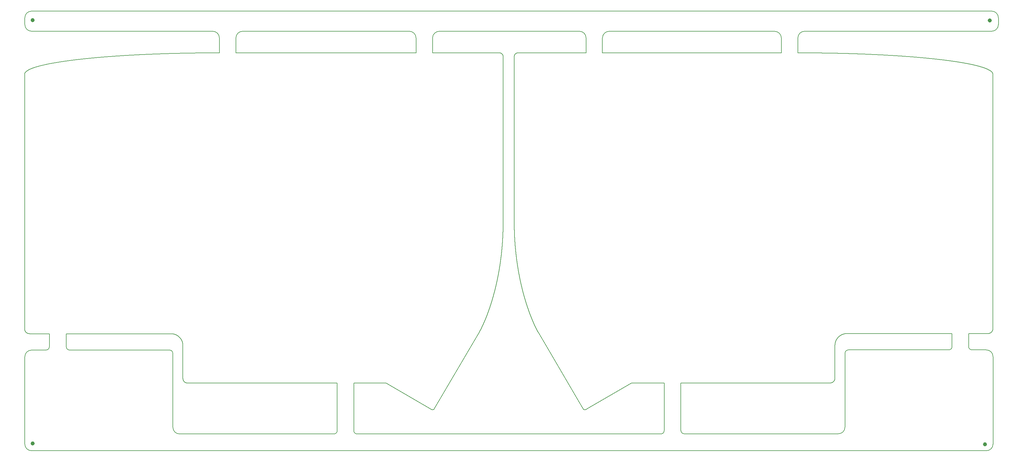
<source format=gm1>
G04 #@! TF.GenerationSoftware,KiCad,Pcbnew,9.0.0*
G04 #@! TF.CreationDate,2025-03-07T16:10:57+13:00*
G04 #@! TF.ProjectId,Koca,4b6f6361-2e6b-4696-9361-645f70636258,3*
G04 #@! TF.SameCoordinates,Original*
G04 #@! TF.FileFunction,Profile,NP*
%FSLAX46Y46*%
G04 Gerber Fmt 4.6, Leading zero omitted, Abs format (unit mm)*
G04 Created by KiCad (PCBNEW 9.0.0) date 2025-03-07 16:10:57*
%MOMM*%
%LPD*%
G01*
G04 APERTURE LIST*
G04 #@! TA.AperFunction,Profile*
%ADD10C,0.153000*%
G04 #@! TD*
%ADD11C,0.153000*%
G04 #@! TA.AperFunction,Profile*
%ADD12C,0.601000*%
G04 #@! TD*
G04 APERTURE END LIST*
D10*
X336194400Y-178952554D02*
G75*
G02*
X335194400Y-179952500I-999900J-46D01*
G01*
X283343600Y-85010000D02*
X234054400Y-85010000D01*
X104100000Y-181000000D02*
X104100000Y-203000000D01*
X341122000Y-178952554D02*
X341122000Y-175085536D01*
X240712495Y-189854892D02*
X250444000Y-189854892D01*
X232054400Y-87010000D02*
G75*
G02*
X234054400Y-85010000I2000000J0D01*
G01*
D11*
X202469478Y-92480008D02*
X202469443Y-92470755D01*
X202469329Y-92461511D01*
X202469135Y-92452278D01*
X202468861Y-92443054D01*
X202468507Y-92433841D01*
X202468074Y-92424638D01*
X202467561Y-92415447D01*
X202466970Y-92406267D01*
X202466298Y-92397099D01*
X202465548Y-92387944D01*
X202464718Y-92378801D01*
X202463810Y-92369671D01*
X202462822Y-92360554D01*
X202461756Y-92351451D01*
X202460611Y-92342363D01*
X202459387Y-92333289D01*
X202458085Y-92324230D01*
X202456704Y-92315186D01*
X202455244Y-92306158D01*
X202453707Y-92297147D01*
X202452091Y-92288152D01*
X202450397Y-92279174D01*
X202448625Y-92270214D01*
X202446775Y-92261272D01*
X202444847Y-92252349D01*
X202442842Y-92243444D01*
X202440759Y-92234559D01*
X202438599Y-92225694D01*
X202436362Y-92216849D01*
X202434047Y-92208025D01*
X202431655Y-92199222D01*
X202429187Y-92190442D01*
X202426642Y-92181683D01*
X202424020Y-92172948D01*
X202421322Y-92164236D01*
X202418547Y-92155547D01*
X202415696Y-92146884D01*
X202412770Y-92138245D01*
X202409768Y-92129632D01*
X202406690Y-92121044D01*
X202403537Y-92112484D01*
X202400308Y-92103950D01*
X202397005Y-92095444D01*
X202393627Y-92086966D01*
X202390174Y-92078518D01*
X202386647Y-92070098D01*
X202383046Y-92061709D01*
X202379371Y-92053350D01*
X202375622Y-92045022D01*
X202371800Y-92036726D01*
X202367905Y-92028462D01*
X202363936Y-92020231D01*
X202359896Y-92012034D01*
X202355783Y-92003870D01*
X202351597Y-91995741D01*
X202347341Y-91987648D01*
X202343012Y-91979590D01*
X202338613Y-91971569D01*
X202334142Y-91963585D01*
X202329602Y-91955639D01*
X202324991Y-91947731D01*
X202320310Y-91939862D01*
X202315559Y-91932033D01*
X202310740Y-91924243D01*
X202305851Y-91916495D01*
X202300895Y-91908788D01*
X202295870Y-91901123D01*
X202290778Y-91893500D01*
X202285618Y-91885921D01*
X202280391Y-91878386D01*
X202275098Y-91870896D01*
X202269739Y-91863450D01*
X202264315Y-91856050D01*
X202258825Y-91848697D01*
X202253270Y-91841390D01*
X202247652Y-91834132D01*
X202241969Y-91826921D01*
X202236223Y-91819759D01*
X202230414Y-91812647D01*
X202224543Y-91805584D01*
X202218610Y-91798573D01*
X202212615Y-91791612D01*
X202206560Y-91784703D01*
X202200444Y-91777847D01*
X202194268Y-91771044D01*
X202188032Y-91764294D01*
X202181738Y-91757599D01*
X202175386Y-91750958D01*
X202168975Y-91744372D01*
X202162508Y-91737843D01*
X202159253Y-91734599D01*
X202155984Y-91731369D01*
X202152700Y-91728154D01*
X202149403Y-91724953D01*
X202146092Y-91721767D01*
X202142767Y-91718595D01*
X202139429Y-91715437D01*
X202136076Y-91712294D01*
X202132710Y-91709166D01*
X202129331Y-91706052D01*
X202125938Y-91702953D01*
X202122531Y-91699869D01*
X202119112Y-91696800D01*
X202115678Y-91693746D01*
X202112232Y-91690707D01*
X202108773Y-91687683D01*
X202105301Y-91684674D01*
X202101815Y-91681680D01*
X202098317Y-91678702D01*
X202094806Y-91675739D01*
X202091283Y-91672792D01*
X202087746Y-91669860D01*
X202084197Y-91666943D01*
X202080636Y-91664042D01*
X202077062Y-91661157D01*
X202073475Y-91658288D01*
X202069877Y-91655434D01*
X202066266Y-91652596D01*
X202062643Y-91649775D01*
X202059008Y-91646969D01*
X202055361Y-91644179D01*
X202051702Y-91641405D01*
X202048032Y-91638647D01*
X202044349Y-91635906D01*
X202040655Y-91633181D01*
X202036949Y-91630472D01*
X202033232Y-91627779D01*
X202029503Y-91625103D01*
X202025764Y-91622443D01*
X202022012Y-91619800D01*
X202018250Y-91617174D01*
X202014475Y-91614563D01*
X202010691Y-91611970D01*
X202006895Y-91609393D01*
X202003089Y-91606834D01*
X201999271Y-91604291D01*
X201995443Y-91601765D01*
X201991603Y-91599255D01*
X201987754Y-91596764D01*
X201983894Y-91594288D01*
X201980024Y-91591830D01*
X201976142Y-91589389D01*
X201972252Y-91586966D01*
X201968350Y-91584559D01*
X201964439Y-91582170D01*
X201960517Y-91579797D01*
X201956586Y-91577443D01*
X201952644Y-91575105D01*
X201948693Y-91572786D01*
X201944731Y-91570483D01*
X201940761Y-91568199D01*
X201936780Y-91565931D01*
X201932791Y-91563682D01*
X201928791Y-91561450D01*
X201924783Y-91559236D01*
X201920765Y-91557039D01*
X201916738Y-91554860D01*
X201912701Y-91552699D01*
X201908657Y-91550556D01*
X201904602Y-91548431D01*
X201900539Y-91546324D01*
X201896466Y-91544234D01*
X201892386Y-91542163D01*
X201888296Y-91540109D01*
X201884199Y-91538075D01*
X201880092Y-91536057D01*
X201875977Y-91534058D01*
X201871853Y-91532077D01*
X201867722Y-91530115D01*
X201863581Y-91528170D01*
X201859434Y-91526245D01*
X201855277Y-91524337D01*
X201851114Y-91522448D01*
X201846941Y-91520576D01*
X201842762Y-91518724D01*
X201838573Y-91516890D01*
X201834378Y-91515074D01*
X201830174Y-91513277D01*
X201825964Y-91511498D01*
X201821745Y-91509738D01*
X201817521Y-91507997D01*
X201813287Y-91506274D01*
X201809047Y-91504570D01*
X201804799Y-91502884D01*
X201800545Y-91501217D01*
X201796282Y-91499569D01*
X201792015Y-91497940D01*
X201787738Y-91496329D01*
X201783456Y-91494738D01*
X201779166Y-91493164D01*
X201774871Y-91491611D01*
X201770567Y-91490075D01*
X201766259Y-91488559D01*
X201761942Y-91487061D01*
X201757621Y-91485583D01*
X201753291Y-91484124D01*
X201748958Y-91482683D01*
X201744615Y-91481262D01*
X201740269Y-91479860D01*
X201735914Y-91478476D01*
X201731556Y-91477112D01*
X201727189Y-91475767D01*
X201722819Y-91474441D01*
X201718441Y-91473134D01*
X201714059Y-91471846D01*
X201709669Y-91470578D01*
X201705275Y-91469329D01*
X201700874Y-91468098D01*
X201696470Y-91466888D01*
X201692057Y-91465696D01*
X201687642Y-91464524D01*
X201683219Y-91463370D01*
X201678793Y-91462237D01*
X201674360Y-91461122D01*
X201669923Y-91460028D01*
X201665479Y-91458952D01*
X201661033Y-91457896D01*
X201656579Y-91456858D01*
X201652123Y-91455841D01*
X201647659Y-91454843D01*
X201643193Y-91453865D01*
X201638720Y-91452905D01*
X201634244Y-91451966D01*
X201629762Y-91451045D01*
X201625277Y-91450145D01*
X201620786Y-91449264D01*
X201616292Y-91448402D01*
X201611792Y-91447560D01*
X201607289Y-91446737D01*
X201602780Y-91445934D01*
X201598269Y-91445151D01*
X201593752Y-91444387D01*
X201589233Y-91443643D01*
X201584707Y-91442918D01*
X201580180Y-91442214D01*
X201575646Y-91441528D01*
X201571111Y-91440863D01*
X201566570Y-91440217D01*
X201562027Y-91439591D01*
X201557478Y-91438984D01*
X201552927Y-91438397D01*
X201548371Y-91437830D01*
X201543814Y-91437283D01*
X201539250Y-91436755D01*
X201534686Y-91436247D01*
X201530115Y-91435759D01*
X201525544Y-91435290D01*
X201520967Y-91434842D01*
X201516388Y-91434413D01*
X201511805Y-91434004D01*
X201507220Y-91433615D01*
X201502630Y-91433245D01*
X201498039Y-91432896D01*
X201493443Y-91432566D01*
X201488846Y-91432257D01*
X201484244Y-91431967D01*
X201479641Y-91431697D01*
X201475033Y-91431446D01*
X201470425Y-91431216D01*
X201465811Y-91431006D01*
X201461197Y-91430816D01*
X201456578Y-91430645D01*
X201451958Y-91430494D01*
X201447334Y-91430364D01*
X201442709Y-91430253D01*
X201438080Y-91430163D01*
X201433450Y-91430092D01*
X201428816Y-91430041D01*
X201420000Y-91430000D01*
D10*
X73339200Y-180000000D02*
X103100000Y-180000000D01*
X348000000Y-79000000D02*
G75*
G02*
X350000000Y-81000000I0J-2000000D01*
G01*
X174530000Y-85000000D02*
G75*
G02*
X176530000Y-87000000I0J-2000000D01*
G01*
X153060400Y-204000000D02*
G75*
G02*
X152060400Y-205000000I-1000000J0D01*
G01*
X153060400Y-204000000D02*
X153060400Y-189854892D01*
X67310000Y-179000000D02*
G75*
G02*
X66310000Y-180000000I-1000000J0D01*
G01*
X115957600Y-85000000D02*
G75*
G02*
X117957600Y-87000000I0J-2000000D01*
G01*
X299812345Y-189807446D02*
X255422400Y-189807446D01*
X350000000Y-83000000D02*
G75*
G02*
X348000000Y-85000000I-2000000J0D01*
G01*
X62000000Y-210000000D02*
G75*
G02*
X60000000Y-208000000I0J2000000D01*
G01*
X285343600Y-91440000D02*
X285343600Y-87010000D01*
X103100000Y-180000000D02*
G75*
G02*
X104100000Y-181000000I0J-1000000D01*
G01*
X302300000Y-204952554D02*
X256422400Y-204952554D01*
X250444000Y-204000008D02*
X250444000Y-189854892D01*
X122885200Y-87000000D02*
G75*
G02*
X124889083Y-84999996I2003900J-3900D01*
G01*
X290271200Y-87000000D02*
G75*
G02*
X292271200Y-85000000I2000000J0D01*
G01*
X304300000Y-180952554D02*
G75*
G02*
X305300000Y-179952600I1000000J-46D01*
G01*
X62000000Y-85000000D02*
G75*
G02*
X60000000Y-83000000I0J2000000D01*
G01*
X336194400Y-175085000D02*
X304812000Y-175085000D01*
X346400000Y-179952554D02*
G75*
G02*
X348400046Y-181952554I-1700J-2001746D01*
G01*
X124889083Y-85000000D02*
X174530000Y-85000000D01*
X225177600Y-85000000D02*
G75*
G02*
X227177600Y-87000000I0J-2000000D01*
G01*
X202469478Y-92480008D02*
X202469478Y-142935448D01*
X62000000Y-210000000D02*
X346400000Y-210000000D01*
D11*
X181960706Y-197467703D02*
X181958668Y-197471146D01*
X181956618Y-197474569D01*
X181954560Y-197477969D01*
X181952490Y-197481348D01*
X181950412Y-197484704D01*
X181948322Y-197488039D01*
X181946223Y-197491351D01*
X181944113Y-197494644D01*
X181941995Y-197497913D01*
X181939865Y-197501162D01*
X181937727Y-197504388D01*
X181935578Y-197507594D01*
X181933420Y-197510777D01*
X181931252Y-197513941D01*
X181929074Y-197517082D01*
X181926886Y-197520203D01*
X181924690Y-197523301D01*
X181922483Y-197526380D01*
X181920267Y-197529437D01*
X181918041Y-197532474D01*
X181915807Y-197535488D01*
X181913562Y-197538483D01*
X181911309Y-197541456D01*
X181909045Y-197544409D01*
X181906773Y-197547341D01*
X181904490Y-197550253D01*
X181902200Y-197553143D01*
X181899899Y-197556014D01*
X181897590Y-197558863D01*
X181895271Y-197561693D01*
X181892943Y-197564502D01*
X181890606Y-197567291D01*
X181888260Y-197570059D01*
X181885905Y-197572808D01*
X181883541Y-197575535D01*
X181881167Y-197578244D01*
X181878786Y-197580931D01*
X181876394Y-197583600D01*
X181873994Y-197586247D01*
X181871585Y-197588875D01*
X181869167Y-197591483D01*
X181866740Y-197594072D01*
X181864305Y-197596639D01*
X181861860Y-197599189D01*
X181859407Y-197601717D01*
X181856944Y-197604227D01*
X181854474Y-197606716D01*
X181851994Y-197609187D01*
X181849506Y-197611637D01*
X181847008Y-197614069D01*
X181844503Y-197616480D01*
X181841988Y-197618873D01*
X181839465Y-197621246D01*
X181836933Y-197623600D01*
X181834393Y-197625934D01*
X181831844Y-197628250D01*
X181829286Y-197630545D01*
X181826719Y-197632823D01*
X181824145Y-197635080D01*
X181821561Y-197637319D01*
X181818969Y-197639539D01*
X181816368Y-197641740D01*
X181813759Y-197643922D01*
X181811141Y-197646085D01*
X181808515Y-197648229D01*
X181805880Y-197650354D01*
X181803237Y-197652460D01*
X181800585Y-197654548D01*
X181797925Y-197656617D01*
X181795256Y-197658667D01*
X181792578Y-197660698D01*
X181789892Y-197662711D01*
X181787198Y-197664705D01*
X181784495Y-197666681D01*
X181781784Y-197668638D01*
X181779064Y-197670577D01*
X181776336Y-197672496D01*
X181773599Y-197674398D01*
X181770854Y-197676281D01*
X181768100Y-197678146D01*
X181765338Y-197679992D01*
X181762567Y-197681820D01*
X181759788Y-197683629D01*
X181757001Y-197685420D01*
X181754205Y-197687193D01*
X181751400Y-197688948D01*
X181748587Y-197690684D01*
X181745766Y-197692402D01*
X181742936Y-197694102D01*
X181740097Y-197695783D01*
X181737250Y-197697446D01*
X181734395Y-197699091D01*
X181731531Y-197700718D01*
X181728659Y-197702327D01*
X181725777Y-197703918D01*
X181722888Y-197705490D01*
X181717084Y-197708581D01*
X181711245Y-197711599D01*
X181705372Y-197714545D01*
X181699465Y-197717419D01*
X181693524Y-197720220D01*
X181687548Y-197722949D01*
X181681537Y-197725606D01*
X181675492Y-197728191D01*
X181669412Y-197730704D01*
X181663298Y-197733145D01*
X181657149Y-197735513D01*
X181650964Y-197737810D01*
X181644745Y-197740033D01*
X181638491Y-197742185D01*
X181632201Y-197744264D01*
X181625875Y-197746271D01*
X181619515Y-197748204D01*
X181613118Y-197750066D01*
X181606686Y-197751854D01*
X181600218Y-197753569D01*
X181593715Y-197755211D01*
X181587175Y-197756779D01*
X181580599Y-197758274D01*
X181573986Y-197759695D01*
X181567337Y-197761042D01*
X181560652Y-197762315D01*
X181553930Y-197763513D01*
X181547171Y-197764636D01*
X181540375Y-197765685D01*
X181533543Y-197766658D01*
X181526673Y-197767556D01*
X181519766Y-197768378D01*
X181512822Y-197769123D01*
X181505840Y-197769793D01*
X181498821Y-197770385D01*
X181491764Y-197770900D01*
X181484670Y-197771338D01*
X181477538Y-197771698D01*
X181470368Y-197771979D01*
X181463161Y-197772182D01*
X181455915Y-197772306D01*
X181448631Y-197772351D01*
X181441309Y-197772315D01*
X181433950Y-197772200D01*
X181426552Y-197772003D01*
X181419115Y-197771726D01*
X181411641Y-197771367D01*
X181404128Y-197770926D01*
X181396577Y-197770403D01*
X181388988Y-197769796D01*
X181381360Y-197769107D01*
X181373694Y-197768333D01*
X181365990Y-197767475D01*
X181358248Y-197766532D01*
X181350467Y-197765504D01*
X181342648Y-197764390D01*
X181334791Y-197763190D01*
X181326896Y-197761903D01*
X181318963Y-197760528D01*
X181310992Y-197759066D01*
X181302983Y-197757515D01*
X181294936Y-197755875D01*
X181286851Y-197754146D01*
X181278729Y-197752327D01*
X181270569Y-197750418D01*
X181262372Y-197748417D01*
X181254138Y-197746325D01*
X181245867Y-197744141D01*
X181237558Y-197741864D01*
X181229213Y-197739494D01*
X181220831Y-197737030D01*
X181212413Y-197734472D01*
X181203959Y-197731820D01*
X181195469Y-197729072D01*
X181186942Y-197726228D01*
X181178380Y-197723288D01*
X181169783Y-197720251D01*
X181161151Y-197717117D01*
X181152484Y-197713885D01*
X181143782Y-197710554D01*
X181135046Y-197707125D01*
X181126275Y-197703596D01*
X181117471Y-197699967D01*
X181108634Y-197696237D01*
X181099763Y-197692407D01*
X181090860Y-197688475D01*
X181081924Y-197684441D01*
X181072956Y-197680305D01*
X181063956Y-197676065D01*
X181054924Y-197671723D01*
X181045862Y-197667276D01*
X181036769Y-197662725D01*
X181027645Y-197658070D01*
X181018492Y-197653309D01*
X181009309Y-197648442D01*
X181000097Y-197643469D01*
X180990856Y-197638390D01*
X180981587Y-197633204D01*
X180972290Y-197627910D01*
X180962966Y-197622509D01*
X180953615Y-197616999D01*
X180950245Y-197614991D01*
D10*
X348400000Y-181952554D02*
X348400000Y-208000000D01*
X283343600Y-85010000D02*
G75*
G02*
X285343600Y-87010000I0J-2000000D01*
G01*
X60000000Y-81000000D02*
X60000000Y-83000000D01*
X342122000Y-179952554D02*
X346400000Y-179952554D01*
X227177600Y-91430000D02*
X227177600Y-87000000D01*
D11*
X346810735Y-175085898D02*
X346816583Y-175085910D01*
X346822424Y-175085903D01*
X346828262Y-175085875D01*
X346834094Y-175085828D01*
X346839923Y-175085761D01*
X346845745Y-175085673D01*
X346851564Y-175085566D01*
X346857376Y-175085439D01*
X346863185Y-175085292D01*
X346868988Y-175085125D01*
X346874787Y-175084938D01*
X346880579Y-175084732D01*
X346886368Y-175084505D01*
X346892150Y-175084259D01*
X346903701Y-175083708D01*
X346915231Y-175083077D01*
X346926739Y-175082367D01*
X346938226Y-175081579D01*
X346949692Y-175080712D01*
X346961136Y-175079767D01*
X346972557Y-175078743D01*
X346983956Y-175077641D01*
X346995332Y-175076461D01*
X347006685Y-175075203D01*
X347018015Y-175073868D01*
X347029320Y-175072454D01*
X347040602Y-175070963D01*
X347051860Y-175069395D01*
X347063093Y-175067749D01*
X347074302Y-175066027D01*
X347085485Y-175064227D01*
X347096643Y-175062350D01*
X347107774Y-175060397D01*
X347118880Y-175058367D01*
X347129960Y-175056261D01*
X347141013Y-175054079D01*
X347152038Y-175051820D01*
X347163037Y-175049485D01*
X347174007Y-175047075D01*
X347184950Y-175044589D01*
X347195865Y-175042027D01*
X347206751Y-175039390D01*
X347217608Y-175036678D01*
X347228435Y-175033890D01*
X347239233Y-175031028D01*
X347250001Y-175028091D01*
X347260739Y-175025079D01*
X347271446Y-175021993D01*
X347282123Y-175018833D01*
X347292768Y-175015599D01*
X347303381Y-175012290D01*
X347313962Y-175008908D01*
X347324511Y-175005453D01*
X347335028Y-175001924D01*
X347345511Y-174998321D01*
X347355961Y-174994646D01*
X347366377Y-174990898D01*
X347376760Y-174987077D01*
X347387107Y-174983183D01*
X347397420Y-174979218D01*
X347407698Y-174975180D01*
X347417940Y-174971070D01*
X347428147Y-174966888D01*
X347438317Y-174962635D01*
X347448451Y-174958311D01*
X347458547Y-174953915D01*
X347468607Y-174949449D01*
X347478628Y-174944911D01*
X347488612Y-174940303D01*
X347498557Y-174935625D01*
X347508463Y-174930877D01*
X347518330Y-174926059D01*
X347528158Y-174921171D01*
X347537946Y-174916214D01*
X347547693Y-174911187D01*
X347557400Y-174906092D01*
X347567066Y-174900928D01*
X347576690Y-174895695D01*
X347586272Y-174890394D01*
X347595813Y-174885025D01*
X347605310Y-174879588D01*
X347614765Y-174874083D01*
X347624177Y-174868512D01*
X347633545Y-174862873D01*
X347642868Y-174857167D01*
X347652148Y-174851395D01*
X347661382Y-174845556D01*
X347670571Y-174839652D01*
X347679715Y-174833681D01*
X347688813Y-174827646D01*
X347697864Y-174821545D01*
X347706869Y-174815379D01*
X347715827Y-174809148D01*
X347724737Y-174802853D01*
X347733599Y-174796494D01*
X347742413Y-174790071D01*
X347751179Y-174783584D01*
X347759895Y-174777034D01*
X347768562Y-174770422D01*
X347777180Y-174763746D01*
X347785747Y-174757008D01*
X347794264Y-174750208D01*
X347802730Y-174743347D01*
X347811145Y-174736424D01*
X347819508Y-174729439D01*
X347827819Y-174722394D01*
X347836078Y-174715289D01*
X347844285Y-174708123D01*
X347852438Y-174700897D01*
X347860538Y-174693612D01*
X347868584Y-174686267D01*
X347876576Y-174678864D01*
X347884514Y-174671402D01*
X347892397Y-174663882D01*
X347900224Y-174656303D01*
X347907996Y-174648668D01*
X347915712Y-174640975D01*
X347919549Y-174637107D01*
X347923372Y-174633225D01*
X347927181Y-174629329D01*
X347930975Y-174625418D01*
X347934756Y-174621494D01*
X347938522Y-174617556D01*
X347942274Y-174613603D01*
X347946011Y-174609637D01*
X347949734Y-174605657D01*
X347953443Y-174601663D01*
X347957137Y-174597655D01*
X347960816Y-174593634D01*
X347964481Y-174589599D01*
X347968131Y-174585550D01*
X347971767Y-174581487D01*
X347975388Y-174577411D01*
X347978994Y-174573322D01*
X347982586Y-174569218D01*
X347986163Y-174565102D01*
X347989724Y-174560972D01*
X347993271Y-174556829D01*
X347996803Y-174552672D01*
X348000320Y-174548503D01*
X348003822Y-174544319D01*
X348007309Y-174540123D01*
X348010781Y-174535914D01*
X348014237Y-174531692D01*
X348017679Y-174527456D01*
X348021105Y-174523208D01*
X348024516Y-174518946D01*
X348027912Y-174514672D01*
X348031292Y-174510385D01*
X348034657Y-174506085D01*
X348038007Y-174501772D01*
X348041341Y-174497447D01*
X348044660Y-174493109D01*
X348047963Y-174488758D01*
X348051250Y-174484395D01*
X348054522Y-174480019D01*
X348057778Y-174475631D01*
X348061019Y-174471230D01*
X348064244Y-174466817D01*
X348067453Y-174462392D01*
X348070646Y-174457954D01*
X348073824Y-174453504D01*
X348076985Y-174449042D01*
X348080131Y-174444568D01*
X348083261Y-174440081D01*
X348086374Y-174435583D01*
X348089472Y-174431072D01*
X348092554Y-174426550D01*
X348095620Y-174422015D01*
X348098669Y-174417469D01*
X348101703Y-174412910D01*
X348104720Y-174408341D01*
X348107721Y-174403759D01*
X348110705Y-174399166D01*
X348113674Y-174394561D01*
X348116626Y-174389944D01*
X348119562Y-174385316D01*
X348122481Y-174380677D01*
X348125384Y-174376025D01*
X348128270Y-174371363D01*
X348131140Y-174366689D01*
X348133993Y-174362004D01*
X348136830Y-174357307D01*
X348139650Y-174352600D01*
X348142454Y-174347881D01*
X348145241Y-174343151D01*
X348148011Y-174338410D01*
X348150765Y-174333658D01*
X348153502Y-174328895D01*
X348156221Y-174324121D01*
X348158925Y-174319336D01*
X348161611Y-174314541D01*
X348164280Y-174309734D01*
X348166933Y-174304917D01*
X348169568Y-174300089D01*
X348172187Y-174295251D01*
X348174788Y-174290401D01*
X348177373Y-174285542D01*
X348179940Y-174280671D01*
X348182490Y-174275791D01*
X348185024Y-174270899D01*
X348187540Y-174265998D01*
X348190039Y-174261086D01*
X348192520Y-174256164D01*
X348194985Y-174251232D01*
X348197431Y-174246290D01*
X348199861Y-174241337D01*
X348202274Y-174236374D01*
X348204669Y-174231401D01*
X348207046Y-174226419D01*
X348209407Y-174221426D01*
X348211749Y-174216423D01*
X348214075Y-174211410D01*
X348216382Y-174206389D01*
X348218673Y-174201356D01*
X348220945Y-174196315D01*
X348223201Y-174191263D01*
X348225438Y-174186202D01*
X348227658Y-174181131D01*
X348229860Y-174176051D01*
X348232045Y-174170961D01*
X348234211Y-174165863D01*
X348236360Y-174160754D01*
X348238492Y-174155636D01*
X348240605Y-174150509D01*
X348242701Y-174145373D01*
X348244779Y-174140226D01*
X348246838Y-174135072D01*
X348248880Y-174129908D01*
X348250904Y-174124735D01*
X348252911Y-174119553D01*
X348254898Y-174114362D01*
X348256869Y-174109162D01*
X348258821Y-174103953D01*
X348260755Y-174098735D01*
X348262671Y-174093509D01*
X348264569Y-174088273D01*
X348266448Y-174083030D01*
X348268310Y-174077776D01*
X348270153Y-174072516D01*
X348271979Y-174067245D01*
X348273785Y-174061967D01*
X348275574Y-174056680D01*
X348277345Y-174051385D01*
X348279097Y-174046080D01*
X348280831Y-174040769D01*
X348282546Y-174035448D01*
X348284243Y-174030119D01*
X348285922Y-174024782D01*
X348287582Y-174019437D01*
X348289225Y-174014083D01*
X348290848Y-174008722D01*
X348292453Y-174003352D01*
X348294040Y-173997975D01*
X348295608Y-173992589D01*
X348297157Y-173987196D01*
X348298688Y-173981794D01*
X348300200Y-173976386D01*
X348301694Y-173970968D01*
X348303169Y-173965544D01*
X348304626Y-173960111D01*
X348306064Y-173954671D01*
X348307483Y-173949223D01*
X348308883Y-173943768D01*
X348310265Y-173938305D01*
X348311628Y-173932835D01*
X348312972Y-173927356D01*
X348314298Y-173921872D01*
X348315605Y-173916378D01*
X348316892Y-173910879D01*
X348318161Y-173905371D01*
X348319411Y-173899857D01*
X348320643Y-173894334D01*
X348321855Y-173888806D01*
X348323048Y-173883269D01*
X348324223Y-173877726D01*
X348325378Y-173872175D01*
X348326515Y-173866619D01*
X348327632Y-173861054D01*
X348328731Y-173855483D01*
X348329810Y-173849904D01*
X348330870Y-173844320D01*
X348331912Y-173838727D01*
X348332934Y-173833129D01*
X348333937Y-173827523D01*
X348334921Y-173821912D01*
X348335886Y-173816292D01*
X348336831Y-173810668D01*
X348337758Y-173805035D01*
X348338665Y-173799397D01*
X348339553Y-173793751D01*
X348340422Y-173788101D01*
X348341271Y-173782442D01*
X348342102Y-173776778D01*
X348342913Y-173771107D01*
X348343704Y-173765431D01*
X348344476Y-173759747D01*
X348345229Y-173754058D01*
X348345963Y-173748361D01*
X348346677Y-173742660D01*
X348347372Y-173736952D01*
X348348047Y-173731238D01*
X348348703Y-173725517D01*
X348349339Y-173719792D01*
X348349956Y-173714059D01*
X348350554Y-173708322D01*
X348351132Y-173702577D01*
X348351690Y-173696828D01*
X348352229Y-173691071D01*
X348352748Y-173685310D01*
X348353248Y-173679542D01*
X348353728Y-173673770D01*
X348354189Y-173667991D01*
X348354630Y-173662207D01*
X348355051Y-173656416D01*
X348355453Y-173650622D01*
X348355835Y-173644820D01*
X348356197Y-173639014D01*
X348356539Y-173633201D01*
X348356862Y-173627384D01*
X348357165Y-173621561D01*
X348357448Y-173615733D01*
X348357712Y-173609898D01*
X348357956Y-173604060D01*
X348358179Y-173598215D01*
X348358383Y-173592366D01*
X348358568Y-173586511D01*
X348358732Y-173580652D01*
X348358876Y-173574786D01*
X348359001Y-173568917D01*
X348359106Y-173563041D01*
X348359190Y-173557161D01*
X348359255Y-173551275D01*
X348359300Y-173545386D01*
X348359325Y-173539490D01*
X348359330Y-173535887D01*
X226295632Y-197467703D02*
X226297670Y-197471146D01*
X226299720Y-197474569D01*
X226301778Y-197477968D01*
X226303848Y-197481348D01*
X226305926Y-197484703D01*
X226308016Y-197488039D01*
X226310115Y-197491351D01*
X226312225Y-197494643D01*
X226314343Y-197497912D01*
X226316473Y-197501161D01*
X226318611Y-197504387D01*
X226320760Y-197507593D01*
X226322918Y-197510776D01*
X226325087Y-197513940D01*
X226327264Y-197517081D01*
X226329452Y-197520202D01*
X226331648Y-197523300D01*
X226333855Y-197526379D01*
X226336071Y-197529435D01*
X226338297Y-197532472D01*
X226340531Y-197535486D01*
X226342776Y-197538481D01*
X226345030Y-197541454D01*
X226347294Y-197544408D01*
X226349565Y-197547339D01*
X226351848Y-197550251D01*
X226354138Y-197553141D01*
X226356439Y-197556012D01*
X226358748Y-197558861D01*
X226361068Y-197561691D01*
X226363395Y-197564500D01*
X226365733Y-197567289D01*
X226368078Y-197570057D01*
X226370434Y-197572805D01*
X226372797Y-197575533D01*
X226375171Y-197578241D01*
X226377553Y-197580928D01*
X226379945Y-197583597D01*
X226382344Y-197586244D01*
X226384754Y-197588872D01*
X226387171Y-197591480D01*
X226389599Y-197594069D01*
X226392034Y-197596636D01*
X226394479Y-197599186D01*
X226396932Y-197601714D01*
X226399394Y-197604224D01*
X226401865Y-197606713D01*
X226404345Y-197609184D01*
X226406833Y-197611634D01*
X226409330Y-197614065D01*
X226411836Y-197616477D01*
X226414351Y-197618870D01*
X226416873Y-197621242D01*
X226419406Y-197623596D01*
X226421946Y-197625930D01*
X226424495Y-197628246D01*
X226427053Y-197630542D01*
X226429619Y-197632819D01*
X226432194Y-197635076D01*
X226434778Y-197637315D01*
X226437370Y-197639535D01*
X226439971Y-197641736D01*
X226442580Y-197643917D01*
X226445198Y-197646081D01*
X226447824Y-197648224D01*
X226450459Y-197650350D01*
X226453102Y-197652456D01*
X226455754Y-197654544D01*
X226458414Y-197656612D01*
X226461084Y-197658663D01*
X226463761Y-197660694D01*
X226466447Y-197662707D01*
X226469141Y-197664701D01*
X226471844Y-197666676D01*
X226474555Y-197668633D01*
X226477275Y-197670572D01*
X226480003Y-197672492D01*
X226482740Y-197674393D01*
X226485485Y-197676276D01*
X226488239Y-197678141D01*
X226491001Y-197679987D01*
X226493772Y-197681815D01*
X226496551Y-197683624D01*
X226499339Y-197685415D01*
X226502135Y-197687188D01*
X226504939Y-197688942D01*
X226507752Y-197690679D01*
X226510574Y-197692396D01*
X226513404Y-197694096D01*
X226516242Y-197695778D01*
X226519089Y-197697441D01*
X226521945Y-197699086D01*
X226524809Y-197700713D01*
X226527681Y-197702322D01*
X226530562Y-197703912D01*
X226533452Y-197705485D01*
X226539256Y-197708575D01*
X226545095Y-197711593D01*
X226550968Y-197714539D01*
X226556875Y-197717413D01*
X226562817Y-197720214D01*
X226568793Y-197722943D01*
X226574803Y-197725600D01*
X226580848Y-197728185D01*
X226586928Y-197730698D01*
X226593043Y-197733138D01*
X226599192Y-197735507D01*
X226605376Y-197737803D01*
X226611596Y-197740027D01*
X226617850Y-197742178D01*
X226624140Y-197744257D01*
X226630466Y-197746264D01*
X226636826Y-197748197D01*
X226643223Y-197750058D01*
X226649655Y-197751846D01*
X226656123Y-197753561D01*
X226662627Y-197755203D01*
X226669167Y-197756772D01*
X226675743Y-197758266D01*
X226682356Y-197759687D01*
X226689004Y-197761034D01*
X226695690Y-197762307D01*
X226702412Y-197763505D01*
X226709171Y-197764628D01*
X226715967Y-197765677D01*
X226722799Y-197766650D01*
X226729669Y-197767548D01*
X226736576Y-197768369D01*
X226743521Y-197769115D01*
X226750502Y-197769784D01*
X226757521Y-197770376D01*
X226764578Y-197770891D01*
X226771673Y-197771329D01*
X226778805Y-197771689D01*
X226785975Y-197771970D01*
X226793182Y-197772173D01*
X226800428Y-197772297D01*
X226807712Y-197772341D01*
X226815034Y-197772306D01*
X226822394Y-197772190D01*
X226829792Y-197771994D01*
X226837228Y-197771716D01*
X226844703Y-197771357D01*
X226852216Y-197770916D01*
X226859767Y-197770393D01*
X226867356Y-197769786D01*
X226874984Y-197769097D01*
X226882650Y-197768323D01*
X226890354Y-197767465D01*
X226898096Y-197766522D01*
X226905877Y-197765494D01*
X226913696Y-197764380D01*
X226921553Y-197763179D01*
X226929448Y-197761892D01*
X226937382Y-197760517D01*
X226945353Y-197759055D01*
X226953362Y-197757504D01*
X226961409Y-197755864D01*
X226969494Y-197754135D01*
X226977616Y-197752316D01*
X226985776Y-197750406D01*
X226993973Y-197748406D01*
X227002207Y-197746313D01*
X227010479Y-197744129D01*
X227018787Y-197741852D01*
X227027132Y-197739482D01*
X227035514Y-197737018D01*
X227043932Y-197734460D01*
X227052387Y-197731808D01*
X227060877Y-197729060D01*
X227069403Y-197726216D01*
X227077965Y-197723276D01*
X227086563Y-197720239D01*
X227095195Y-197717104D01*
X227103862Y-197713872D01*
X227112564Y-197710541D01*
X227121300Y-197707111D01*
X227130071Y-197703582D01*
X227138875Y-197699953D01*
X227147712Y-197696224D01*
X227156583Y-197692393D01*
X227165486Y-197688461D01*
X227174422Y-197684427D01*
X227183391Y-197680291D01*
X227192391Y-197676051D01*
X227201422Y-197671709D01*
X227210485Y-197667262D01*
X227219578Y-197662711D01*
X227228702Y-197658055D01*
X227237855Y-197653294D01*
X227247038Y-197648428D01*
X227256250Y-197643455D01*
X227265491Y-197638375D01*
X227274760Y-197633189D01*
X227284057Y-197627895D01*
X227293381Y-197622494D01*
X227302732Y-197616984D01*
X227306093Y-197614981D01*
D10*
X285343600Y-91440000D02*
X232054400Y-91440000D01*
X60000000Y-81000000D02*
G75*
G02*
X62000000Y-79000000I2000000J0D01*
G01*
X158988000Y-205000000D02*
G75*
G02*
X157988000Y-204000000I0J1000000D01*
G01*
X158988000Y-205000000D02*
X249446553Y-205000000D01*
D11*
X59940000Y-173632971D02*
X59940129Y-173644080D01*
X59940337Y-173655178D01*
X59940626Y-173666264D01*
X59940994Y-173677338D01*
X59941441Y-173688400D01*
X59941968Y-173699449D01*
X59942574Y-173710486D01*
X59943260Y-173721509D01*
X59944025Y-173732519D01*
X59944869Y-173743514D01*
X59945792Y-173754496D01*
X59946794Y-173765463D01*
X59947875Y-173776416D01*
X59949034Y-173787353D01*
X59950273Y-173798275D01*
X59951590Y-173809181D01*
X59952986Y-173820071D01*
X59954460Y-173830945D01*
X59956012Y-173841802D01*
X59957643Y-173852641D01*
X59959352Y-173863463D01*
X59961139Y-173874268D01*
X59963004Y-173885054D01*
X59964947Y-173895822D01*
X59966968Y-173906570D01*
X59969067Y-173917300D01*
X59971243Y-173928010D01*
X59973496Y-173938700D01*
X59975827Y-173949369D01*
X59978236Y-173960018D01*
X59980721Y-173970645D01*
X59983284Y-173981252D01*
X59985923Y-173991836D01*
X59988639Y-174002398D01*
X59991432Y-174012937D01*
X59994302Y-174023453D01*
X59997248Y-174033946D01*
X60000271Y-174044415D01*
X60003369Y-174054859D01*
X60006544Y-174065279D01*
X60009794Y-174075674D01*
X60013121Y-174086043D01*
X60016523Y-174096387D01*
X60020000Y-174106704D01*
X60023553Y-174116994D01*
X60027181Y-174127257D01*
X60030884Y-174137493D01*
X60034662Y-174147701D01*
X60038515Y-174157880D01*
X60042442Y-174168030D01*
X60046444Y-174178151D01*
X60050520Y-174188242D01*
X60054670Y-174198303D01*
X60058894Y-174208334D01*
X60063191Y-174218333D01*
X60067562Y-174228301D01*
X60072006Y-174238237D01*
X60076524Y-174248140D01*
X60081114Y-174258011D01*
X60085777Y-174267848D01*
X60090512Y-174277652D01*
X60095320Y-174287422D01*
X60100200Y-174297156D01*
X60105152Y-174306856D01*
X60110175Y-174316520D01*
X60115270Y-174326148D01*
X60120436Y-174335740D01*
X60125672Y-174345295D01*
X60130980Y-174354812D01*
X60136358Y-174364292D01*
X60141806Y-174373733D01*
X60147324Y-174383135D01*
X60152912Y-174392498D01*
X60158569Y-174401822D01*
X60164296Y-174411105D01*
X60170091Y-174420348D01*
X60175955Y-174429549D01*
X60181888Y-174438709D01*
X60187888Y-174447827D01*
X60193957Y-174456903D01*
X60200092Y-174465935D01*
X60206295Y-174474925D01*
X60212565Y-174483870D01*
X60218902Y-174492771D01*
X60225305Y-174501627D01*
X60231773Y-174510438D01*
X60238308Y-174519204D01*
X60244908Y-174527923D01*
X60251573Y-174536595D01*
X60258302Y-174545221D01*
X60265097Y-174553799D01*
X60271955Y-174562329D01*
X60278877Y-174570811D01*
X60285862Y-174579243D01*
X60292910Y-174587627D01*
X60300021Y-174595961D01*
X60307194Y-174604244D01*
X60314430Y-174612477D01*
X60321727Y-174620659D01*
X60329085Y-174628790D01*
X60336504Y-174636868D01*
X60343984Y-174644894D01*
X60347746Y-174648888D01*
X60351524Y-174652868D01*
X60355316Y-174656834D01*
X60359123Y-174660788D01*
X60362946Y-174664728D01*
X60366783Y-174668654D01*
X60370634Y-174672567D01*
X60374501Y-174676467D01*
X60378382Y-174680353D01*
X60382277Y-174684225D01*
X60386188Y-174688083D01*
X60390112Y-174691928D01*
X60394052Y-174695759D01*
X60398005Y-174699576D01*
X60401973Y-174703379D01*
X60405956Y-174707168D01*
X60409952Y-174710943D01*
X60413963Y-174714704D01*
X60417988Y-174718450D01*
X60422028Y-174722183D01*
X60426081Y-174725901D01*
X60430148Y-174729606D01*
X60434229Y-174733295D01*
X60438325Y-174736971D01*
X60442434Y-174740632D01*
X60446557Y-174744279D01*
X60450693Y-174747910D01*
X60454844Y-174751528D01*
X60459008Y-174755131D01*
X60463185Y-174758719D01*
X60467377Y-174762292D01*
X60471582Y-174765851D01*
X60475800Y-174769395D01*
X60480031Y-174772924D01*
X60484276Y-174776438D01*
X60488535Y-174779937D01*
X60492806Y-174783421D01*
X60497091Y-174786891D01*
X60501389Y-174790345D01*
X60505700Y-174793784D01*
X60510024Y-174797207D01*
X60514362Y-174800616D01*
X60518712Y-174804009D01*
X60523075Y-174807387D01*
X60527450Y-174810749D01*
X60531839Y-174814097D01*
X60536240Y-174817428D01*
X60540655Y-174820745D01*
X60545081Y-174824045D01*
X60549521Y-174827331D01*
X60553972Y-174830600D01*
X60558437Y-174833854D01*
X60562913Y-174837092D01*
X60567403Y-174840315D01*
X60571904Y-174843521D01*
X60576418Y-174846712D01*
X60580943Y-174849887D01*
X60585482Y-174853046D01*
X60590032Y-174856189D01*
X60594594Y-174859317D01*
X60599168Y-174862427D01*
X60603755Y-174865523D01*
X60608352Y-174868601D01*
X60612963Y-174871664D01*
X60617584Y-174874710D01*
X60622218Y-174877741D01*
X60626862Y-174880755D01*
X60631519Y-174883753D01*
X60636187Y-174886734D01*
X60640868Y-174889699D01*
X60645558Y-174892648D01*
X60650262Y-174895580D01*
X60654975Y-174898495D01*
X60659701Y-174901395D01*
X60664437Y-174904277D01*
X60669186Y-174907143D01*
X60673944Y-174909992D01*
X60678715Y-174912825D01*
X60683495Y-174915641D01*
X60688288Y-174918440D01*
X60693090Y-174921222D01*
X60697905Y-174923988D01*
X60702729Y-174926736D01*
X60707565Y-174929468D01*
X60712411Y-174932183D01*
X60717268Y-174934881D01*
X60722135Y-174937562D01*
X60727014Y-174940226D01*
X60731902Y-174942872D01*
X60736802Y-174945503D01*
X60741711Y-174948115D01*
X60746631Y-174950711D01*
X60751561Y-174953289D01*
X60756502Y-174955850D01*
X60761452Y-174958393D01*
X60766413Y-174960920D01*
X60771383Y-174963429D01*
X60776365Y-174965921D01*
X60781355Y-174968395D01*
X60786357Y-174970853D01*
X60791367Y-174973292D01*
X60796388Y-174975714D01*
X60801417Y-174978119D01*
X60806458Y-174980506D01*
X60811507Y-174982875D01*
X60816567Y-174985228D01*
X60821635Y-174987562D01*
X60826715Y-174989879D01*
X60831802Y-174992177D01*
X60836900Y-174994459D01*
X60842006Y-174996722D01*
X60847123Y-174998968D01*
X60852247Y-175001196D01*
X60857383Y-175003407D01*
X60862526Y-175005599D01*
X60867679Y-175007773D01*
X60872840Y-175009930D01*
X60878012Y-175012069D01*
X60883191Y-175014189D01*
X60888381Y-175016292D01*
X60893578Y-175018377D01*
X60898785Y-175020444D01*
X60903999Y-175022492D01*
X60909224Y-175024523D01*
X60914456Y-175026535D01*
X60919698Y-175028530D01*
X60924947Y-175030506D01*
X60930206Y-175032464D01*
X60935472Y-175034404D01*
X60940749Y-175036326D01*
X60946031Y-175038229D01*
X60951324Y-175040114D01*
X60956624Y-175041981D01*
X60961933Y-175043829D01*
X60967249Y-175045659D01*
X60972575Y-175047471D01*
X60977907Y-175049264D01*
X60983249Y-175051040D01*
X60988597Y-175052796D01*
X60993954Y-175054534D01*
X60999318Y-175056254D01*
X61004692Y-175057955D01*
X61010072Y-175059637D01*
X61015461Y-175061302D01*
X61020856Y-175062947D01*
X61026260Y-175064574D01*
X61031671Y-175066182D01*
X61037091Y-175067772D01*
X61042516Y-175069343D01*
X61047951Y-175070895D01*
X61053391Y-175072429D01*
X61058841Y-175073944D01*
X61064296Y-175075440D01*
X61069760Y-175076917D01*
X61075230Y-175078376D01*
X61080709Y-175079816D01*
X61086193Y-175081237D01*
X61091686Y-175082639D01*
X61097185Y-175084022D01*
X61102692Y-175085387D01*
X61108204Y-175086733D01*
X61113725Y-175088059D01*
X61119252Y-175089367D01*
X61124787Y-175090656D01*
X61130327Y-175091926D01*
X61135875Y-175093177D01*
X61141429Y-175094409D01*
X61146991Y-175095622D01*
X61152558Y-175096815D01*
X61158133Y-175097990D01*
X61163713Y-175099146D01*
X61169301Y-175100283D01*
X61174894Y-175101400D01*
X61180496Y-175102499D01*
X61186102Y-175103578D01*
X61191716Y-175104638D01*
X61197335Y-175105679D01*
X61202961Y-175106701D01*
X61208592Y-175107703D01*
X61214232Y-175108687D01*
X61219875Y-175109650D01*
X61225527Y-175110595D01*
X61231182Y-175111521D01*
X61236846Y-175112427D01*
X61242514Y-175113314D01*
X61248189Y-175114182D01*
X61253869Y-175115030D01*
X61259557Y-175115859D01*
X61265248Y-175116668D01*
X61270947Y-175117458D01*
X61276650Y-175118229D01*
X61282361Y-175118980D01*
X61288075Y-175119712D01*
X61293797Y-175120424D01*
X61299523Y-175121117D01*
X61305256Y-175121791D01*
X61310993Y-175122444D01*
X61316737Y-175123079D01*
X61322485Y-175123694D01*
X61328240Y-175124289D01*
X61333999Y-175124865D01*
X61339765Y-175125421D01*
X61345534Y-175125957D01*
X61351311Y-175126474D01*
X61357091Y-175126972D01*
X61362878Y-175127449D01*
X61368668Y-175127907D01*
X61374465Y-175128346D01*
X61380266Y-175128764D01*
X61386074Y-175129163D01*
X61391884Y-175129542D01*
X61397702Y-175129902D01*
X61403523Y-175130241D01*
X61409350Y-175130561D01*
X61415181Y-175130862D01*
X61421018Y-175131142D01*
X61426859Y-175131403D01*
X61432706Y-175131643D01*
X61438556Y-175131864D01*
X61444412Y-175132065D01*
X61450272Y-175132246D01*
X61456138Y-175132408D01*
X61462006Y-175132549D01*
X61467881Y-175132671D01*
X61473759Y-175132772D01*
X61479644Y-175132854D01*
X61485531Y-175132915D01*
X61491424Y-175132957D01*
X61500000Y-175132982D01*
D10*
X342122000Y-179952554D02*
G75*
G02*
X341121946Y-178952554I0J1000054D01*
G01*
X227306093Y-197614981D02*
X240712495Y-189854892D01*
X292271200Y-85000000D02*
X348000000Y-85000000D01*
X335194400Y-179952554D02*
X305300000Y-179952554D01*
D11*
X59940000Y-97780000D02*
X59940055Y-97772465D01*
X59940190Y-97764931D01*
X59940405Y-97757396D01*
X59940700Y-97749862D01*
X59941075Y-97742328D01*
X59941530Y-97734792D01*
X59942066Y-97727255D01*
X59942682Y-97719716D01*
X59943378Y-97712175D01*
X59944155Y-97704632D01*
X59945012Y-97697085D01*
X59945951Y-97689535D01*
X59946971Y-97681982D01*
X59948071Y-97674424D01*
X59949254Y-97666861D01*
X59950518Y-97659294D01*
X59951864Y-97651721D01*
X59953293Y-97644142D01*
X59954804Y-97636557D01*
X59956398Y-97628966D01*
X59958075Y-97621367D01*
X59959836Y-97613762D01*
X59961681Y-97606148D01*
X59963610Y-97598526D01*
X59965624Y-97590896D01*
X59967723Y-97583257D01*
X59969907Y-97575608D01*
X59972178Y-97567950D01*
X59974535Y-97560282D01*
X59976979Y-97552604D01*
X59979510Y-97544914D01*
X59982129Y-97537214D01*
X59984837Y-97529502D01*
X59987634Y-97521779D01*
X59990520Y-97514043D01*
X59993496Y-97506294D01*
X59996564Y-97498533D01*
X59999722Y-97490759D01*
X60002972Y-97482971D01*
X60006315Y-97475169D01*
X60009751Y-97467353D01*
X60013281Y-97459523D01*
X60016905Y-97451677D01*
X60020625Y-97443817D01*
X60024441Y-97435941D01*
X60028353Y-97428049D01*
X60032362Y-97420141D01*
X60036470Y-97412217D01*
X60040676Y-97404276D01*
X60044982Y-97396318D01*
X60049389Y-97388343D01*
X60053896Y-97380350D01*
X60058506Y-97372339D01*
X60063218Y-97364310D01*
X60068035Y-97356263D01*
X60072955Y-97348197D01*
X60077981Y-97340112D01*
X60083113Y-97332008D01*
X60088353Y-97323885D01*
X60093700Y-97315741D01*
X60099157Y-97307578D01*
X60104723Y-97299395D01*
X60110400Y-97291191D01*
X60116188Y-97282966D01*
X60122090Y-97274721D01*
X60128105Y-97266454D01*
X60134234Y-97258166D01*
X60140480Y-97249856D01*
X60146841Y-97241525D01*
X60153321Y-97233171D01*
X60159919Y-97224795D01*
X60166637Y-97216397D01*
X60173475Y-97207976D01*
X60180435Y-97199532D01*
X60187518Y-97191065D01*
X60194725Y-97182575D01*
X60202057Y-97174061D01*
X60209515Y-97165524D01*
X60217101Y-97156963D01*
X60224814Y-97148377D01*
X60232657Y-97139768D01*
X60240631Y-97131134D01*
X60248736Y-97122476D01*
X60256974Y-97113793D01*
X60265346Y-97105085D01*
X60273853Y-97096353D01*
X60282496Y-97087595D01*
X60291277Y-97078811D01*
X60300197Y-97070003D01*
X60309257Y-97061168D01*
X60318457Y-97052308D01*
X60327801Y-97043423D01*
X60337287Y-97034511D01*
X60346919Y-97025573D01*
X60356697Y-97016608D01*
X60366622Y-97007618D01*
X60376695Y-96998600D01*
X60386919Y-96989556D01*
X60397293Y-96980486D01*
X60407820Y-96971388D01*
X60418501Y-96962264D01*
X60429337Y-96953112D01*
X60440329Y-96943934D01*
X60451479Y-96934728D01*
X60462788Y-96925494D01*
X60474257Y-96916233D01*
X60485888Y-96906945D01*
X60497681Y-96897629D01*
X60509640Y-96888285D01*
X60521764Y-96878914D01*
X60534055Y-96869514D01*
X60546514Y-96860086D01*
X60559143Y-96850631D01*
X60571944Y-96841147D01*
X60584917Y-96831635D01*
X60598064Y-96822095D01*
X60611387Y-96812526D01*
X60624887Y-96802929D01*
X60638565Y-96793304D01*
X60652422Y-96783650D01*
X60666461Y-96773967D01*
X60680683Y-96764256D01*
X60695088Y-96754516D01*
X60709679Y-96744748D01*
X60724458Y-96734950D01*
X60739424Y-96725124D01*
X60754581Y-96715269D01*
X60769928Y-96705385D01*
X60785469Y-96695472D01*
X60801205Y-96685530D01*
X60817136Y-96675559D01*
X60833264Y-96665559D01*
X60849592Y-96655530D01*
X60866119Y-96645472D01*
X60882849Y-96635385D01*
X60899783Y-96625268D01*
X60916921Y-96615123D01*
X60934266Y-96604948D01*
X60951819Y-96594744D01*
X60969581Y-96584511D01*
X60987555Y-96574249D01*
X61005742Y-96563957D01*
X61024143Y-96553636D01*
X61042760Y-96543286D01*
X61061594Y-96532907D01*
X61080647Y-96522498D01*
X61099921Y-96512060D01*
X61119418Y-96501593D01*
X61139138Y-96491097D01*
X61159084Y-96480571D01*
X61179256Y-96470016D01*
X61199657Y-96459432D01*
X61220289Y-96448819D01*
X61241152Y-96438176D01*
X61262249Y-96427505D01*
X61283581Y-96416804D01*
X61305150Y-96406074D01*
X61326958Y-96395314D01*
X61349005Y-96384526D01*
X61371294Y-96373709D01*
X61393826Y-96362862D01*
X61416604Y-96351987D01*
X61439628Y-96341082D01*
X61462900Y-96330149D01*
X61486423Y-96319187D01*
X61510197Y-96308195D01*
X61534224Y-96297175D01*
X61558507Y-96286126D01*
X61583046Y-96275048D01*
X61607843Y-96263942D01*
X61632901Y-96252806D01*
X61658220Y-96241643D01*
X61683803Y-96230450D01*
X61709651Y-96219229D01*
X61735766Y-96207979D01*
X61762149Y-96196701D01*
X61788803Y-96185394D01*
X61815728Y-96174059D01*
X61842928Y-96162696D01*
X61870403Y-96151305D01*
X61898155Y-96139885D01*
X61926185Y-96128437D01*
X61954497Y-96116961D01*
X61983091Y-96105457D01*
X62011968Y-96093925D01*
X62041132Y-96082366D01*
X62070583Y-96070778D01*
X62100324Y-96059163D01*
X62130355Y-96047520D01*
X62160679Y-96035849D01*
X62191298Y-96024151D01*
X62222213Y-96012426D01*
X62253426Y-96000673D01*
X62284938Y-95988893D01*
X62316753Y-95977085D01*
X62348870Y-95965251D01*
X62381293Y-95953389D01*
X62414022Y-95941501D01*
X62447060Y-95929585D01*
X62480408Y-95917643D01*
X62514068Y-95905675D01*
X62548043Y-95893679D01*
X62582332Y-95881657D01*
X62616939Y-95869609D01*
X62651866Y-95857534D01*
X62687113Y-95845434D01*
X62722683Y-95833307D01*
X62758577Y-95821154D01*
X62794798Y-95808975D01*
X62831347Y-95796770D01*
X62868225Y-95784540D01*
X62905435Y-95772284D01*
X62942979Y-95760003D01*
X62980857Y-95747696D01*
X63019073Y-95735364D01*
X63057627Y-95723007D01*
X63096521Y-95710625D01*
X63135758Y-95698218D01*
X63175339Y-95685786D01*
X63215266Y-95673330D01*
X63255540Y-95660849D01*
X63296164Y-95648343D01*
X63337139Y-95635814D01*
X63378466Y-95623260D01*
X63420149Y-95610682D01*
X63462187Y-95598080D01*
X63504584Y-95585454D01*
X63547341Y-95572805D01*
X63590460Y-95560132D01*
X63633943Y-95547436D01*
X63677790Y-95534717D01*
X63722005Y-95521974D01*
X63766589Y-95509209D01*
X63811543Y-95496421D01*
X63856870Y-95483610D01*
X63902571Y-95470776D01*
X63948648Y-95457920D01*
X63995102Y-95445042D01*
X64041936Y-95432142D01*
X64089151Y-95419220D01*
X64136749Y-95406276D01*
X64184732Y-95393311D01*
X64233101Y-95380324D01*
X64281858Y-95367315D01*
X64331005Y-95354286D01*
X64380544Y-95341236D01*
X64430477Y-95328164D01*
X64480804Y-95315072D01*
X64531529Y-95301960D01*
X64582652Y-95288827D01*
X64634175Y-95275675D01*
X64686100Y-95262502D01*
X64738429Y-95249309D01*
X64791164Y-95236097D01*
X64844306Y-95222865D01*
X64897857Y-95209614D01*
X64951818Y-95196344D01*
X65006192Y-95183055D01*
X65060979Y-95169747D01*
X65116182Y-95156420D01*
X65171803Y-95143076D01*
X65227843Y-95129713D01*
X65284303Y-95116332D01*
X65341186Y-95102933D01*
X65398493Y-95089517D01*
X65456226Y-95076083D01*
X65514386Y-95062632D01*
X65572975Y-95049164D01*
X65631995Y-95035679D01*
X65691447Y-95022177D01*
X65751333Y-95008659D01*
X65811655Y-94995125D01*
X65872413Y-94981575D01*
X65933611Y-94968008D01*
X65995249Y-94954427D01*
X66057329Y-94940830D01*
X66119853Y-94927217D01*
X66182822Y-94913590D01*
X66246238Y-94899948D01*
X66310102Y-94886291D01*
X66374416Y-94872621D01*
X66439182Y-94858936D01*
X66504400Y-94845237D01*
X66570074Y-94831524D01*
X66636203Y-94817798D01*
X66702790Y-94804059D01*
X66769837Y-94790306D01*
X66837344Y-94776541D01*
X66905313Y-94762764D01*
X66973746Y-94748974D01*
X67042644Y-94735172D01*
X67112009Y-94721358D01*
X67181842Y-94707533D01*
X67252145Y-94693696D01*
X67322919Y-94679849D01*
X67394165Y-94665990D01*
X67465886Y-94652121D01*
X67538082Y-94638241D01*
X67610754Y-94624351D01*
X67683905Y-94610452D01*
X67757536Y-94596542D01*
X67831647Y-94582624D01*
X67906241Y-94568696D01*
X67981319Y-94554759D01*
X68056882Y-94540814D01*
X68132931Y-94526860D01*
X68209468Y-94512898D01*
X68286494Y-94498929D01*
X68364011Y-94484951D01*
X68442020Y-94470967D01*
X68520521Y-94456975D01*
X68599517Y-94442977D01*
X68679008Y-94428972D01*
X68758997Y-94414961D01*
X68839483Y-94400944D01*
X68920469Y-94386921D01*
X69001955Y-94372893D01*
X69083944Y-94358860D01*
X69166435Y-94344822D01*
X69249430Y-94330779D01*
X69332931Y-94316732D01*
X69416938Y-94302681D01*
X69501452Y-94288626D01*
X69586476Y-94274568D01*
X69672009Y-94260507D01*
X69758053Y-94246443D01*
X69844610Y-94232376D01*
X69931679Y-94218307D01*
X70019263Y-94204236D01*
X70107362Y-94190163D01*
X70195978Y-94176089D01*
X70285111Y-94162014D01*
X70374762Y-94147938D01*
X70464932Y-94133861D01*
X70555623Y-94119784D01*
X70646835Y-94105708D01*
X70738569Y-94091632D01*
X70830827Y-94077556D01*
X70923608Y-94063482D01*
X71016915Y-94049409D01*
X71110747Y-94035337D01*
X71205106Y-94021268D01*
X71299993Y-94007201D01*
X71395408Y-93993136D01*
X71491353Y-93979074D01*
X71587827Y-93965016D01*
X71684833Y-93950961D01*
X71782370Y-93936910D01*
X71880439Y-93922863D01*
X71979042Y-93908821D01*
X72078178Y-93894783D01*
X72177849Y-93880751D01*
X72278055Y-93866724D01*
X72378798Y-93852703D01*
X72480076Y-93838688D01*
X72581893Y-93824680D01*
X72684246Y-93810678D01*
X72787139Y-93796684D01*
X72890570Y-93782697D01*
X72994541Y-93768718D01*
X73099053Y-93754747D01*
X73204105Y-93740784D01*
X73309698Y-93726831D01*
X73415832Y-93712886D01*
X73522509Y-93698951D01*
X73629729Y-93685026D01*
X73737492Y-93671111D01*
X73845798Y-93657207D01*
X73954648Y-93643314D01*
X74064042Y-93629431D01*
X74173981Y-93615561D01*
X74284465Y-93601702D01*
X74395495Y-93587856D01*
X74507070Y-93574022D01*
X74619190Y-93560201D01*
X74731857Y-93546394D01*
X74845071Y-93532600D01*
X74958831Y-93518820D01*
X75073137Y-93505055D01*
X75187991Y-93491305D01*
X75303392Y-93477569D01*
X75419341Y-93463849D01*
X75535836Y-93450145D01*
X75652880Y-93436457D01*
X75770471Y-93422786D01*
X75888609Y-93409132D01*
X76007296Y-93395495D01*
X76126530Y-93381875D01*
X76246312Y-93368274D01*
X76366641Y-93354691D01*
X76487519Y-93341126D01*
X76608944Y-93327581D01*
X76730916Y-93314055D01*
X76853436Y-93300549D01*
X76976504Y-93287064D01*
X77100118Y-93273599D01*
X77224280Y-93260154D01*
X77348988Y-93246731D01*
X77474243Y-93233330D01*
X77600044Y-93219951D01*
X77726391Y-93206595D01*
X77853285Y-93193261D01*
X77980723Y-93179950D01*
X78108707Y-93166663D01*
X78237236Y-93153400D01*
X78366310Y-93140161D01*
X78495927Y-93126946D01*
X78626089Y-93113757D01*
X78756793Y-93100593D01*
X78888041Y-93087455D01*
X79019830Y-93074343D01*
X79152162Y-93061258D01*
X79285035Y-93048199D01*
X79418449Y-93035168D01*
X79552403Y-93022165D01*
X79686897Y-93009189D01*
X79821930Y-92996242D01*
X79957501Y-92983324D01*
X80093611Y-92970435D01*
X80230257Y-92957576D01*
X80367440Y-92944746D01*
X80505158Y-92931947D01*
X80643412Y-92919178D01*
X80782199Y-92906441D01*
X80921521Y-92893735D01*
X81061375Y-92881060D01*
X81201760Y-92868418D01*
X81342677Y-92855809D01*
X81484124Y-92843232D01*
X81626100Y-92830689D01*
X81768604Y-92818179D01*
X81911636Y-92805704D01*
X82055194Y-92793263D01*
X82199278Y-92780856D01*
X82343886Y-92768485D01*
X82489017Y-92756150D01*
X82634671Y-92743850D01*
X82780847Y-92731587D01*
X82927542Y-92719360D01*
X83074757Y-92707171D01*
X83222489Y-92695019D01*
X83370739Y-92682905D01*
X83519504Y-92670829D01*
X83668784Y-92658791D01*
X83818577Y-92646792D01*
X83968882Y-92634833D01*
X84119698Y-92622914D01*
X84271023Y-92611034D01*
X84422857Y-92599195D01*
X84575197Y-92587396D01*
X84728043Y-92575639D01*
X84881394Y-92563923D01*
X85035247Y-92552249D01*
X85189601Y-92540618D01*
X85344456Y-92529029D01*
X85499809Y-92517483D01*
X85655659Y-92505980D01*
X85812005Y-92494521D01*
X85968844Y-92483106D01*
X86126177Y-92471735D01*
X86284000Y-92460409D01*
X86442313Y-92449129D01*
X86601114Y-92437894D01*
X86760402Y-92426704D01*
X86920173Y-92415561D01*
X87080428Y-92404464D01*
X87241165Y-92393415D01*
X87402381Y-92382412D01*
X87564075Y-92371458D01*
X87726245Y-92360551D01*
X87888890Y-92349692D01*
X88052008Y-92338883D01*
X88215596Y-92328122D01*
X88379654Y-92317410D01*
X88544180Y-92306749D01*
X88709171Y-92296137D01*
X88874626Y-92285576D01*
X89040542Y-92275065D01*
X89206919Y-92264605D01*
X89373754Y-92254197D01*
X89541045Y-92243841D01*
X89708790Y-92233537D01*
X89876988Y-92223285D01*
X90045636Y-92213086D01*
X90214732Y-92202940D01*
X90384275Y-92192847D01*
X90554262Y-92182808D01*
X90724692Y-92172824D01*
X90895562Y-92162893D01*
X91066870Y-92153018D01*
X91238614Y-92143197D01*
X91410792Y-92133432D01*
X91583402Y-92123722D01*
X91756442Y-92114069D01*
X91929910Y-92104471D01*
X92103803Y-92094931D01*
X92278120Y-92085447D01*
X92452857Y-92076021D01*
X92628014Y-92066652D01*
X92803588Y-92057341D01*
X92979576Y-92048088D01*
X93155976Y-92038894D01*
X93332786Y-92029758D01*
X93510004Y-92020682D01*
X93687628Y-92011665D01*
X93865655Y-92002708D01*
X94044083Y-91993810D01*
X94222909Y-91984973D01*
X94402131Y-91976197D01*
X94581748Y-91967481D01*
X94761755Y-91958826D01*
X94942153Y-91950233D01*
X95122936Y-91941702D01*
X95304105Y-91933233D01*
X95485655Y-91924826D01*
X95667585Y-91916481D01*
X95849892Y-91908200D01*
X96032573Y-91899981D01*
X96215627Y-91891826D01*
X96399051Y-91883734D01*
X96582842Y-91875707D01*
X96766998Y-91867743D01*
X96951516Y-91859845D01*
X97136394Y-91852010D01*
X97321629Y-91844241D01*
X97507220Y-91836537D01*
X97693162Y-91828899D01*
X97879455Y-91821326D01*
X98066094Y-91813819D01*
X98253079Y-91806379D01*
X98440405Y-91799005D01*
X98628071Y-91791698D01*
X98816074Y-91784457D01*
X99004411Y-91777284D01*
X99193080Y-91770179D01*
X99382079Y-91763141D01*
X99571404Y-91756171D01*
X99666192Y-91752712D01*
X99761053Y-91749270D01*
X99856002Y-91745844D01*
X99951023Y-91742436D01*
X100046132Y-91739045D01*
X100141312Y-91735672D01*
X100236579Y-91732315D01*
X100331917Y-91728976D01*
X100427341Y-91725654D01*
X100522836Y-91722349D01*
X100618416Y-91719062D01*
X100714066Y-91715792D01*
X100809799Y-91712539D01*
X100905603Y-91709304D01*
X101001490Y-91706086D01*
X101097447Y-91702886D01*
X101193485Y-91699703D01*
X101289593Y-91696538D01*
X101385781Y-91693390D01*
X101482039Y-91690260D01*
X101578376Y-91687147D01*
X101674783Y-91684053D01*
X101771268Y-91680975D01*
X101867822Y-91677916D01*
X101964453Y-91674874D01*
X102061152Y-91671849D01*
X102157929Y-91668843D01*
X102254773Y-91665854D01*
X102351692Y-91662883D01*
X102448680Y-91659930D01*
X102545742Y-91656995D01*
X102642871Y-91654078D01*
X102740074Y-91651178D01*
X102837344Y-91648297D01*
X102934686Y-91645433D01*
X103032095Y-91642588D01*
X103129576Y-91639760D01*
X103227123Y-91636951D01*
X103324740Y-91634159D01*
X103422424Y-91631386D01*
X103520176Y-91628631D01*
X103617995Y-91625893D01*
X103715882Y-91623174D01*
X103813834Y-91620473D01*
X103911854Y-91617791D01*
X104009939Y-91615126D01*
X104108090Y-91612480D01*
X104206305Y-91609852D01*
X104304587Y-91607242D01*
X104402932Y-91604651D01*
X104501342Y-91602077D01*
X104599816Y-91599523D01*
X104698353Y-91596986D01*
X104796954Y-91594468D01*
X104895617Y-91591969D01*
X104994343Y-91589487D01*
X105093131Y-91587025D01*
X105191982Y-91584580D01*
X105290892Y-91582154D01*
X105389866Y-91579747D01*
X105488899Y-91577358D01*
X105587994Y-91574988D01*
X105687147Y-91572637D01*
X105786363Y-91570304D01*
X105885635Y-91567989D01*
X105984969Y-91565693D01*
X106084359Y-91563416D01*
X106183811Y-91561158D01*
X106283317Y-91558918D01*
X106382885Y-91556697D01*
X106482507Y-91554495D01*
X106582189Y-91552311D01*
X106681924Y-91550146D01*
X106781720Y-91548000D01*
X106881567Y-91545873D01*
X106981475Y-91543765D01*
X107081434Y-91541675D01*
X107181452Y-91539604D01*
X107281520Y-91537553D01*
X107381648Y-91535520D01*
X107481824Y-91533506D01*
X107582059Y-91531511D01*
X107682342Y-91529535D01*
X107782684Y-91527577D01*
X107883073Y-91525639D01*
X107983520Y-91523720D01*
X108084013Y-91521820D01*
X108184564Y-91519939D01*
X108285159Y-91518077D01*
X108385812Y-91516234D01*
X108486509Y-91514410D01*
X108587264Y-91512605D01*
X108688060Y-91510820D01*
X108788915Y-91509053D01*
X108889810Y-91507306D01*
X108990763Y-91505577D01*
X109091755Y-91503868D01*
X109192805Y-91502178D01*
X109293894Y-91500508D01*
X109395039Y-91498856D01*
X109496222Y-91497224D01*
X109597461Y-91495611D01*
X109698738Y-91494018D01*
X109800070Y-91492443D01*
X109901439Y-91490888D01*
X110002863Y-91489352D01*
X110104322Y-91487836D01*
X110205836Y-91486339D01*
X110307384Y-91484861D01*
X110408987Y-91483403D01*
X110510623Y-91481964D01*
X110612313Y-91480544D01*
X110714036Y-91479144D01*
X110815812Y-91477763D01*
X110917620Y-91476402D01*
X111019481Y-91475060D01*
X111121372Y-91473737D01*
X111223317Y-91472434D01*
X111325291Y-91471151D01*
X111427318Y-91469887D01*
X111529373Y-91468643D01*
X111631480Y-91467418D01*
X111733615Y-91466212D01*
X111835802Y-91465026D01*
X111938016Y-91463860D01*
X112040281Y-91462713D01*
X112142571Y-91461586D01*
X112244913Y-91460478D01*
X112347279Y-91459391D01*
X112449696Y-91458322D01*
X112552137Y-91457273D01*
X112654628Y-91456244D01*
X112757141Y-91455235D01*
X112859706Y-91454245D01*
X112962291Y-91453275D01*
X113064926Y-91452324D01*
X113167582Y-91451394D01*
X113270288Y-91450482D01*
X113373013Y-91449591D01*
X113475787Y-91448719D01*
X113578580Y-91447868D01*
X113681422Y-91447035D01*
X113784281Y-91446223D01*
X113887189Y-91445430D01*
X113990113Y-91444657D01*
X114093086Y-91443904D01*
X114196074Y-91443171D01*
X114299111Y-91442457D01*
X114402161Y-91441763D01*
X114505260Y-91441089D01*
X114608372Y-91440435D01*
X114711531Y-91439800D01*
X114814703Y-91439186D01*
X114917922Y-91438591D01*
X115021153Y-91438016D01*
X115124430Y-91437461D01*
X115227718Y-91436926D01*
X115331052Y-91436410D01*
X115434396Y-91435915D01*
X115537786Y-91435439D01*
X115641185Y-91434984D01*
X115744630Y-91434548D01*
X115848082Y-91434132D01*
X115951579Y-91433736D01*
X116055084Y-91433360D01*
X116158633Y-91433004D01*
X116262188Y-91432667D01*
X116365788Y-91432351D01*
X116469393Y-91432055D01*
X116573042Y-91431778D01*
X116676696Y-91431522D01*
X116780393Y-91431285D01*
X116884093Y-91431069D01*
X116987837Y-91430872D01*
X117091583Y-91430695D01*
X117195372Y-91430538D01*
X117299163Y-91430402D01*
X117402997Y-91430285D01*
X117506830Y-91430188D01*
X117610707Y-91430111D01*
X117714583Y-91430055D01*
X117818501Y-91430018D01*
X117957600Y-91430000D01*
D10*
X122885200Y-91430000D02*
X122885200Y-87000000D01*
X350000000Y-83000000D02*
X350000000Y-81000000D01*
X181960706Y-197467703D02*
X195413676Y-174575490D01*
X115957600Y-85000000D02*
X62000000Y-85000000D01*
D11*
X205786860Y-142935448D02*
X205787909Y-143018809D01*
X205789037Y-143102160D01*
X205790246Y-143185500D01*
X205791534Y-143268829D01*
X205792901Y-143352146D01*
X205794349Y-143435452D01*
X205795876Y-143518747D01*
X205797484Y-143602030D01*
X205799170Y-143685302D01*
X205800937Y-143768561D01*
X205802783Y-143851809D01*
X205804709Y-143935044D01*
X205806715Y-144018268D01*
X205808800Y-144101478D01*
X205810965Y-144184677D01*
X205813210Y-144267862D01*
X205815534Y-144351035D01*
X205817938Y-144434195D01*
X205820421Y-144517341D01*
X205822984Y-144600475D01*
X205825627Y-144683595D01*
X205828349Y-144766701D01*
X205831150Y-144849794D01*
X205834031Y-144932872D01*
X205836992Y-145015937D01*
X205840032Y-145098988D01*
X205843152Y-145182024D01*
X205846351Y-145265046D01*
X205849629Y-145348054D01*
X205852987Y-145431046D01*
X205856424Y-145514024D01*
X205859941Y-145596986D01*
X205863537Y-145679934D01*
X205867212Y-145762866D01*
X205870967Y-145845782D01*
X205874801Y-145928683D01*
X205878714Y-146011568D01*
X205882706Y-146094436D01*
X205886778Y-146177289D01*
X205890929Y-146260125D01*
X205895159Y-146342945D01*
X205899469Y-146425748D01*
X205903857Y-146508535D01*
X205908325Y-146591304D01*
X205912872Y-146674056D01*
X205917498Y-146756791D01*
X205922203Y-146839508D01*
X205926987Y-146922208D01*
X205931850Y-147004890D01*
X205936792Y-147087553D01*
X205941813Y-147170199D01*
X205946913Y-147252826D01*
X205952092Y-147335435D01*
X205957350Y-147418025D01*
X205962687Y-147500596D01*
X205968103Y-147583148D01*
X205973597Y-147665680D01*
X205979171Y-147748194D01*
X205984823Y-147830687D01*
X205990554Y-147913161D01*
X205996363Y-147995615D01*
X206002251Y-148078048D01*
X206008218Y-148160462D01*
X206014264Y-148242855D01*
X206020388Y-148325227D01*
X206026591Y-148407578D01*
X206032873Y-148489908D01*
X206039233Y-148572216D01*
X206045671Y-148654503D01*
X206052188Y-148736769D01*
X206058784Y-148819013D01*
X206065457Y-148901234D01*
X206072210Y-148983433D01*
X206079040Y-149065610D01*
X206085949Y-149147764D01*
X206092936Y-149229895D01*
X206100002Y-149312003D01*
X206107145Y-149394088D01*
X206114367Y-149476150D01*
X206121667Y-149558187D01*
X206129045Y-149640201D01*
X206136502Y-149722191D01*
X206144036Y-149804156D01*
X206151648Y-149886097D01*
X206159338Y-149968013D01*
X206167106Y-150049904D01*
X206174953Y-150131770D01*
X206182876Y-150213610D01*
X206190878Y-150295425D01*
X206198958Y-150377214D01*
X206207115Y-150458977D01*
X206215350Y-150540714D01*
X206223663Y-150622424D01*
X206232053Y-150704108D01*
X206240521Y-150785764D01*
X206249066Y-150867394D01*
X206257689Y-150948996D01*
X206266389Y-151030570D01*
X206275167Y-151112117D01*
X206284022Y-151193636D01*
X206292955Y-151275126D01*
X206301964Y-151356587D01*
X206311051Y-151438020D01*
X206320215Y-151519424D01*
X206329457Y-151600799D01*
X206338775Y-151682144D01*
X206348170Y-151763459D01*
X206357643Y-151844745D01*
X206367192Y-151926000D01*
X206376818Y-152007224D01*
X206386521Y-152088418D01*
X206396301Y-152169581D01*
X206406158Y-152250713D01*
X206416091Y-152331813D01*
X206426101Y-152412882D01*
X206436188Y-152493918D01*
X206446351Y-152574923D01*
X206456590Y-152655895D01*
X206466906Y-152736834D01*
X206477298Y-152817740D01*
X206487767Y-152898613D01*
X206498312Y-152979452D01*
X206508933Y-153060257D01*
X206519630Y-153141029D01*
X206530403Y-153221766D01*
X206541252Y-153302468D01*
X206552177Y-153383135D01*
X206563179Y-153463768D01*
X206574255Y-153544365D01*
X206585408Y-153624926D01*
X206596636Y-153705451D01*
X206607940Y-153785940D01*
X206619320Y-153866392D01*
X206630775Y-153946808D01*
X206642306Y-154027186D01*
X206653912Y-154107527D01*
X206665593Y-154187830D01*
X206677349Y-154268095D01*
X206689181Y-154348322D01*
X206701087Y-154428511D01*
X206713069Y-154508660D01*
X206725126Y-154588771D01*
X206737257Y-154668841D01*
X206749464Y-154748873D01*
X206761745Y-154828864D01*
X206774101Y-154908814D01*
X206786531Y-154988724D01*
X206799036Y-155068593D01*
X206811615Y-155148421D01*
X206824269Y-155228207D01*
X206836996Y-155307951D01*
X206849798Y-155387652D01*
X206862675Y-155467312D01*
X206875625Y-155546928D01*
X206888649Y-155626501D01*
X206901747Y-155706031D01*
X206914919Y-155785516D01*
X206928164Y-155864958D01*
X206941483Y-155944355D01*
X206954875Y-156023707D01*
X206968341Y-156103014D01*
X206981881Y-156182276D01*
X206995493Y-156261491D01*
X207009179Y-156340661D01*
X207022938Y-156419783D01*
X207036769Y-156498859D01*
X207050674Y-156577888D01*
X207064651Y-156656869D01*
X207078701Y-156735803D01*
X207092824Y-156814687D01*
X207107019Y-156893524D01*
X207121286Y-156972311D01*
X207135626Y-157051049D01*
X207150038Y-157129737D01*
X207164522Y-157208375D01*
X207179078Y-157286963D01*
X207193705Y-157365500D01*
X207208405Y-157443986D01*
X207223176Y-157522420D01*
X207238019Y-157600802D01*
X207252933Y-157679132D01*
X207267918Y-157757410D01*
X207282975Y-157835634D01*
X207298103Y-157913805D01*
X207313302Y-157991922D01*
X207328571Y-158069985D01*
X207343912Y-158147993D01*
X207359323Y-158225946D01*
X207374804Y-158303844D01*
X207390356Y-158381686D01*
X207405978Y-158459472D01*
X207421670Y-158537201D01*
X207437433Y-158614873D01*
X207453265Y-158692488D01*
X207469167Y-158770045D01*
X207485138Y-158847544D01*
X207501180Y-158924984D01*
X207517290Y-159002365D01*
X207533470Y-159079687D01*
X207549719Y-159156949D01*
X207566036Y-159234150D01*
X207582423Y-159311291D01*
X207598878Y-159388370D01*
X207615402Y-159465388D01*
X207631995Y-159542344D01*
X207648655Y-159619238D01*
X207665384Y-159696068D01*
X207682181Y-159772836D01*
X207699045Y-159849539D01*
X207715977Y-159926178D01*
X207732977Y-160002753D01*
X207750044Y-160079262D01*
X207767179Y-160155706D01*
X207784380Y-160232084D01*
X207801649Y-160308395D01*
X207818984Y-160384639D01*
X207836386Y-160460816D01*
X207853854Y-160536924D01*
X207871388Y-160612965D01*
X207888989Y-160688936D01*
X207906656Y-160764839D01*
X207924388Y-160840671D01*
X207942186Y-160916433D01*
X207960049Y-160992125D01*
X207977978Y-161067745D01*
X207995972Y-161143293D01*
X208014031Y-161218769D01*
X208032154Y-161294172D01*
X208050342Y-161369502D01*
X208068595Y-161444759D01*
X208086912Y-161519941D01*
X208105292Y-161595048D01*
X208123737Y-161670080D01*
X208142245Y-161745036D01*
X208160817Y-161819916D01*
X208179452Y-161894719D01*
X208198150Y-161969444D01*
X208216910Y-162044092D01*
X208235734Y-162118661D01*
X208254620Y-162193152D01*
X208273568Y-162267563D01*
X208292579Y-162341893D01*
X208311651Y-162416144D01*
X208330785Y-162490313D01*
X208349980Y-162564400D01*
X208369237Y-162638406D01*
X208388554Y-162712328D01*
X208407933Y-162786168D01*
X208427372Y-162859923D01*
X208446871Y-162933594D01*
X208466431Y-163007180D01*
X208486050Y-163080680D01*
X208505729Y-163154094D01*
X208525468Y-163227421D01*
X208545266Y-163300661D01*
X208565122Y-163373814D01*
X208585038Y-163446877D01*
X208605012Y-163519852D01*
X208625045Y-163592737D01*
X208645135Y-163665531D01*
X208665283Y-163738235D01*
X208685489Y-163810847D01*
X208705752Y-163883368D01*
X208726072Y-163955795D01*
X208746449Y-164028129D01*
X208766883Y-164100370D01*
X208787373Y-164172515D01*
X208807919Y-164244566D01*
X208828520Y-164316521D01*
X208849177Y-164388379D01*
X208869890Y-164460141D01*
X208890657Y-164531804D01*
X208911479Y-164603370D01*
X208932355Y-164674836D01*
X208953286Y-164746203D01*
X208974270Y-164817469D01*
X208995308Y-164888635D01*
X209016399Y-164959699D01*
X209037544Y-165030660D01*
X209058741Y-165101519D01*
X209079990Y-165172274D01*
X209101291Y-165242925D01*
X209122644Y-165313471D01*
X209144049Y-165383912D01*
X209165505Y-165454246D01*
X209187012Y-165524473D01*
X209208569Y-165594592D01*
X209230177Y-165664603D01*
X209251835Y-165734505D01*
X209273542Y-165804298D01*
X209295298Y-165873979D01*
X209317104Y-165943550D01*
X209338958Y-166013009D01*
X209360860Y-166082355D01*
X209382811Y-166151588D01*
X209404809Y-166220707D01*
X209426854Y-166289711D01*
X209448947Y-166358599D01*
X209471086Y-166427372D01*
X209493271Y-166496027D01*
X209515502Y-166564565D01*
X209537779Y-166632984D01*
X209560101Y-166701284D01*
X209582468Y-166769464D01*
X209604879Y-166837523D01*
X209627335Y-166905461D01*
X209649834Y-166973277D01*
X209672376Y-167040970D01*
X209694962Y-167108539D01*
X209717590Y-167175984D01*
X209740260Y-167243303D01*
X209762972Y-167310496D01*
X209785726Y-167377562D01*
X209808521Y-167444501D01*
X209831356Y-167511311D01*
X209854232Y-167577992D01*
X209877147Y-167644543D01*
X209900102Y-167710964D01*
X209923096Y-167777252D01*
X209946128Y-167843409D01*
X209969199Y-167909432D01*
X209992308Y-167975321D01*
X210015454Y-168041075D01*
X210038636Y-168106693D01*
X210061856Y-168172175D01*
X210085111Y-168237520D01*
X210108402Y-168302726D01*
X210131728Y-168367793D01*
X210155089Y-168432721D01*
X210178484Y-168497508D01*
X210201913Y-168562154D01*
X210225375Y-168626657D01*
X210248871Y-168691017D01*
X210272398Y-168755232D01*
X210295958Y-168819303D01*
X210319549Y-168883229D01*
X210331358Y-168915141D01*
X210343171Y-168947007D01*
X210354996Y-168978846D01*
X210366824Y-169010638D01*
X210378664Y-169042403D01*
X210390507Y-169074121D01*
X210402361Y-169105811D01*
X210414219Y-169137455D01*
X210426088Y-169169070D01*
X210437961Y-169200638D01*
X210449844Y-169232178D01*
X210461731Y-169263671D01*
X210473628Y-169295134D01*
X210485529Y-169326551D01*
X210497440Y-169357939D01*
X210509355Y-169389279D01*
X210521280Y-169420590D01*
X210533208Y-169451853D01*
X210545146Y-169483087D01*
X210557087Y-169514273D01*
X210569039Y-169545429D01*
X210580993Y-169576537D01*
X210592957Y-169607615D01*
X210604924Y-169638646D01*
X210616901Y-169669645D01*
X210628880Y-169700596D01*
X210640869Y-169731517D01*
X210652861Y-169762389D01*
X210664862Y-169793230D01*
X210676865Y-169824023D01*
X210688878Y-169854784D01*
X210700894Y-169885497D01*
X210712918Y-169916178D01*
X210724945Y-169946810D01*
X210736980Y-169977411D01*
X210749018Y-170007962D01*
X210761064Y-170038481D01*
X210773113Y-170068951D01*
X210785170Y-170099388D01*
X210797230Y-170129777D01*
X210809297Y-170160131D01*
X210821367Y-170190438D01*
X210833445Y-170220710D01*
X210845524Y-170250933D01*
X210857612Y-170281123D01*
X210869701Y-170311263D01*
X210881799Y-170341369D01*
X210893897Y-170371425D01*
X210906004Y-170401447D01*
X210918112Y-170431419D01*
X210930228Y-170461357D01*
X210942345Y-170491245D01*
X210954469Y-170521097D01*
X210966594Y-170550900D01*
X210978727Y-170580667D01*
X210990861Y-170610384D01*
X211003002Y-170640066D01*
X211015144Y-170669697D01*
X211027292Y-170699292D01*
X211039442Y-170728837D01*
X211051598Y-170758345D01*
X211063756Y-170787803D01*
X211075919Y-170817224D01*
X211088083Y-170846595D01*
X211100254Y-170875928D01*
X211112425Y-170905212D01*
X211124602Y-170934457D01*
X211136780Y-170963651D01*
X211148963Y-170992808D01*
X211161147Y-171021914D01*
X211173337Y-171050981D01*
X211185527Y-171079998D01*
X211197722Y-171108976D01*
X211209917Y-171137903D01*
X211222118Y-171166791D01*
X211234319Y-171195628D01*
X211246525Y-171224425D01*
X211258731Y-171253171D01*
X211270941Y-171281877D01*
X211283152Y-171310533D01*
X211295367Y-171339147D01*
X211307582Y-171367711D01*
X211319801Y-171396234D01*
X211332020Y-171424706D01*
X211344243Y-171453136D01*
X211356466Y-171481516D01*
X211368693Y-171509853D01*
X211380919Y-171538139D01*
X211393149Y-171566384D01*
X211405379Y-171594577D01*
X211417611Y-171622727D01*
X211429844Y-171650826D01*
X211442079Y-171678882D01*
X211454314Y-171706887D01*
X211466551Y-171734848D01*
X211478788Y-171762758D01*
X211491028Y-171790624D01*
X211503266Y-171818439D01*
X211515507Y-171846209D01*
X211527747Y-171873928D01*
X211539990Y-171901602D01*
X211552231Y-171929224D01*
X211564474Y-171956802D01*
X211576716Y-171984328D01*
X211588960Y-172011808D01*
X211601203Y-172039237D01*
X211613447Y-172066620D01*
X211625690Y-172093951D01*
X211637934Y-172121236D01*
X211650176Y-172148469D01*
X211662420Y-172175655D01*
X211674662Y-172202789D01*
X211686905Y-172229877D01*
X211699146Y-172256912D01*
X211711387Y-172283900D01*
X211723627Y-172310835D01*
X211735867Y-172337724D01*
X211748105Y-172364559D01*
X211760344Y-172391347D01*
X211772580Y-172418082D01*
X211784816Y-172444769D01*
X211797050Y-172471403D01*
X211809284Y-172497989D01*
X211821516Y-172524522D01*
X211833746Y-172551005D01*
X211845975Y-172577436D01*
X211858202Y-172603818D01*
X211870427Y-172630147D01*
X211882651Y-172656425D01*
X211894873Y-172682651D01*
X211907093Y-172708827D01*
X211919310Y-172734950D01*
X211931526Y-172761022D01*
X211943739Y-172787041D01*
X211955950Y-172813009D01*
X211968158Y-172838924D01*
X211980364Y-172864787D01*
X211992567Y-172890598D01*
X212004768Y-172916356D01*
X212016965Y-172942062D01*
X212029160Y-172967715D01*
X212041352Y-172993314D01*
X212053541Y-173018862D01*
X212065726Y-173044355D01*
X212077909Y-173069796D01*
X212090087Y-173095184D01*
X212102263Y-173120518D01*
X212114435Y-173145798D01*
X212126603Y-173171025D01*
X212138768Y-173196199D01*
X212150928Y-173221318D01*
X212163085Y-173246383D01*
X212175238Y-173271395D01*
X212187386Y-173296352D01*
X212199531Y-173321255D01*
X212211671Y-173346103D01*
X212223807Y-173370897D01*
X212235938Y-173395637D01*
X212248064Y-173420321D01*
X212260187Y-173444951D01*
X212272304Y-173469526D01*
X212284416Y-173494046D01*
X212296523Y-173518510D01*
X212308626Y-173542920D01*
X212320723Y-173567273D01*
X212332815Y-173591573D01*
X212344902Y-173615815D01*
X212356983Y-173640003D01*
X212369058Y-173664134D01*
X212381129Y-173688210D01*
X212393193Y-173712229D01*
X212405252Y-173736193D01*
X212417304Y-173760100D01*
X212429351Y-173783952D01*
X212441391Y-173807745D01*
X212453426Y-173831485D01*
X212465453Y-173855165D01*
X212477476Y-173878791D01*
X212489490Y-173902358D01*
X212501499Y-173925870D01*
X212513500Y-173949323D01*
X212525496Y-173972721D01*
X212537484Y-173996059D01*
X212549466Y-174019343D01*
X212561439Y-174042566D01*
X212573407Y-174065735D01*
X212585366Y-174088843D01*
X212597319Y-174111897D01*
X212609263Y-174134890D01*
X212621201Y-174157828D01*
X212633130Y-174180705D01*
X212645053Y-174203527D01*
X212656966Y-174226287D01*
X212668873Y-174248993D01*
X212680770Y-174271636D01*
X212692661Y-174294225D01*
X212704542Y-174316752D01*
X212716416Y-174339223D01*
X212728280Y-174361632D01*
X212740137Y-174383987D01*
X212751984Y-174406278D01*
X212763824Y-174428514D01*
X212775653Y-174450687D01*
X212787476Y-174472805D01*
X212799287Y-174494860D01*
X212811091Y-174516859D01*
X212822884Y-174538795D01*
X212834669Y-174560676D01*
X212842662Y-174575490D01*
D10*
X106100000Y-205000000D02*
G75*
G02*
X104100000Y-203000000I0J2000000D01*
G01*
D11*
X107087649Y-178632962D02*
X107087619Y-178616062D01*
X107087509Y-178599172D01*
X107087318Y-178582290D01*
X107087049Y-178565418D01*
X107086699Y-178548556D01*
X107086269Y-178531704D01*
X107085760Y-178514862D01*
X107085172Y-178498030D01*
X107084503Y-178481209D01*
X107083755Y-178464398D01*
X107082928Y-178447598D01*
X107082021Y-178430809D01*
X107081034Y-178414031D01*
X107079968Y-178397265D01*
X107078823Y-178380510D01*
X107077599Y-178363768D01*
X107076295Y-178347037D01*
X107074912Y-178330318D01*
X107073449Y-178313612D01*
X107071908Y-178296919D01*
X107070288Y-178280238D01*
X107068588Y-178263571D01*
X107066810Y-178246917D01*
X107064952Y-178230276D01*
X107063016Y-178213649D01*
X107061001Y-178197036D01*
X107058907Y-178180437D01*
X107056734Y-178163853D01*
X107054482Y-178147283D01*
X107052152Y-178130728D01*
X107049743Y-178114189D01*
X107047256Y-178097664D01*
X107044690Y-178081155D01*
X107042046Y-178064662D01*
X107039323Y-178048185D01*
X107036522Y-178031724D01*
X107033643Y-178015279D01*
X107030686Y-177998851D01*
X107027650Y-177982441D01*
X107024536Y-177966047D01*
X107021344Y-177949671D01*
X107018074Y-177933312D01*
X107014726Y-177916972D01*
X107011301Y-177900650D01*
X107007797Y-177884346D01*
X107004216Y-177868061D01*
X107000557Y-177851795D01*
X106996820Y-177835548D01*
X106993006Y-177819321D01*
X106989114Y-177803113D01*
X106985145Y-177786926D01*
X106981099Y-177770758D01*
X106976975Y-177754612D01*
X106972775Y-177738486D01*
X106968497Y-177722381D01*
X106964141Y-177706298D01*
X106959709Y-177690236D01*
X106955201Y-177674196D01*
X106950615Y-177658178D01*
X106945952Y-177642183D01*
X106941213Y-177626211D01*
X106936398Y-177610261D01*
X106931506Y-177594335D01*
X106926537Y-177578433D01*
X106921492Y-177562554D01*
X106916371Y-177546700D01*
X106911174Y-177530870D01*
X106905901Y-177515065D01*
X106900552Y-177499285D01*
X106895127Y-177483530D01*
X106889626Y-177467801D01*
X106884050Y-177452098D01*
X106878398Y-177436422D01*
X106872671Y-177420771D01*
X106866868Y-177405148D01*
X106860991Y-177389552D01*
X106855038Y-177373983D01*
X106849010Y-177358442D01*
X106842907Y-177342929D01*
X106836730Y-177327445D01*
X106830478Y-177311989D01*
X106824151Y-177296563D01*
X106817750Y-177281165D01*
X106811275Y-177265798D01*
X106804725Y-177250460D01*
X106798102Y-177235153D01*
X106791405Y-177219876D01*
X106784634Y-177204630D01*
X106777789Y-177189415D01*
X106770871Y-177174232D01*
X106763879Y-177159081D01*
X106756814Y-177143962D01*
X106749677Y-177128876D01*
X106742466Y-177113823D01*
X106735183Y-177098802D01*
X106727826Y-177083815D01*
X106720398Y-177068863D01*
X106712897Y-177053944D01*
X106705324Y-177039060D01*
X106697679Y-177024210D01*
X106689962Y-177009396D01*
X106682174Y-176994618D01*
X106674314Y-176979875D01*
X106666383Y-176965168D01*
X106658380Y-176950498D01*
X106650307Y-176935865D01*
X106642162Y-176921269D01*
X106633947Y-176906711D01*
X106625662Y-176892190D01*
X106617306Y-176877708D01*
X106608881Y-176863264D01*
X106600385Y-176848859D01*
X106591820Y-176834493D01*
X106583185Y-176820167D01*
X106574481Y-176805881D01*
X106565707Y-176791635D01*
X106556865Y-176777430D01*
X106547954Y-176763265D01*
X106538975Y-176749142D01*
X106529927Y-176735061D01*
X106520811Y-176721021D01*
X106511627Y-176707024D01*
X106502375Y-176693069D01*
X106493056Y-176679158D01*
X106483670Y-176665289D01*
X106474217Y-176651465D01*
X106464697Y-176637684D01*
X106455110Y-176623948D01*
X106445457Y-176610256D01*
X106435738Y-176596609D01*
X106425953Y-176583008D01*
X106416103Y-176569453D01*
X106406187Y-176555943D01*
X106396205Y-176542480D01*
X106386159Y-176529064D01*
X106376048Y-176515694D01*
X106365873Y-176502372D01*
X106355634Y-176489098D01*
X106345330Y-176475872D01*
X106334963Y-176462694D01*
X106324533Y-176449565D01*
X106314039Y-176436486D01*
X106303482Y-176423455D01*
X106292863Y-176410474D01*
X106282182Y-176397544D01*
X106271438Y-176384664D01*
X106260632Y-176371834D01*
X106249765Y-176359056D01*
X106238837Y-176346329D01*
X106227847Y-176333653D01*
X106216797Y-176321030D01*
X106205686Y-176308459D01*
X106194515Y-176295941D01*
X106183284Y-176283476D01*
X106171994Y-176271064D01*
X106160644Y-176258705D01*
X106149235Y-176246401D01*
X106137768Y-176234151D01*
X106126242Y-176221956D01*
X106114658Y-176209815D01*
X106103016Y-176197730D01*
X106091316Y-176185701D01*
X106079559Y-176173727D01*
X106067745Y-176161809D01*
X106061817Y-176155872D01*
X106055875Y-176149948D01*
X106049918Y-176144039D01*
X106043948Y-176138144D01*
X106037963Y-176132263D01*
X106031965Y-176126396D01*
X106025952Y-176120544D01*
X106019926Y-176114706D01*
X106013886Y-176108883D01*
X106007832Y-176103074D01*
X106001764Y-176097280D01*
X105995683Y-176091500D01*
X105989587Y-176085735D01*
X105983479Y-176079984D01*
X105977356Y-176074248D01*
X105971220Y-176068526D01*
X105965070Y-176062820D01*
X105958907Y-176057128D01*
X105952731Y-176051451D01*
X105946540Y-176045788D01*
X105940337Y-176040141D01*
X105934120Y-176034508D01*
X105927890Y-176028891D01*
X105921647Y-176023288D01*
X105915390Y-176017701D01*
X105909121Y-176012128D01*
X105902838Y-176006570D01*
X105896542Y-176001028D01*
X105890233Y-175995501D01*
X105883910Y-175989989D01*
X105877575Y-175984492D01*
X105871227Y-175979010D01*
X105864866Y-175973544D01*
X105858492Y-175968093D01*
X105852106Y-175962657D01*
X105845706Y-175957237D01*
X105839294Y-175951832D01*
X105832869Y-175946442D01*
X105826432Y-175941069D01*
X105819982Y-175935710D01*
X105813519Y-175930367D01*
X105807044Y-175925040D01*
X105800556Y-175919729D01*
X105794056Y-175914432D01*
X105787543Y-175909152D01*
X105781018Y-175903888D01*
X105774481Y-175898639D01*
X105767931Y-175893406D01*
X105761370Y-175888189D01*
X105754795Y-175882987D01*
X105748209Y-175877802D01*
X105741611Y-175872632D01*
X105735001Y-175867479D01*
X105728378Y-175862341D01*
X105721744Y-175857220D01*
X105715097Y-175852114D01*
X105708439Y-175847025D01*
X105701769Y-175841951D01*
X105695087Y-175836894D01*
X105688393Y-175831853D01*
X105681688Y-175826828D01*
X105674970Y-175821819D01*
X105668242Y-175816827D01*
X105661501Y-175811851D01*
X105654749Y-175806891D01*
X105647985Y-175801947D01*
X105641210Y-175797021D01*
X105634424Y-175792110D01*
X105627626Y-175787216D01*
X105620816Y-175782338D01*
X105613996Y-175777477D01*
X105607164Y-175772632D01*
X105600321Y-175767804D01*
X105593466Y-175762992D01*
X105586601Y-175758198D01*
X105579724Y-175753419D01*
X105572837Y-175748658D01*
X105565938Y-175743912D01*
X105559029Y-175739185D01*
X105552108Y-175734473D01*
X105545177Y-175729778D01*
X105538234Y-175725100D01*
X105531281Y-175720440D01*
X105524317Y-175715795D01*
X105517343Y-175711168D01*
X105510357Y-175706558D01*
X105503362Y-175701965D01*
X105496354Y-175697388D01*
X105489338Y-175692829D01*
X105482310Y-175688286D01*
X105475272Y-175683761D01*
X105468223Y-175679252D01*
X105461165Y-175674762D01*
X105454095Y-175670287D01*
X105447016Y-175665831D01*
X105439926Y-175661391D01*
X105432826Y-175656969D01*
X105425716Y-175652563D01*
X105418596Y-175648176D01*
X105411465Y-175643805D01*
X105404325Y-175639452D01*
X105397174Y-175635115D01*
X105390014Y-175630797D01*
X105382843Y-175626495D01*
X105375664Y-175622212D01*
X105368473Y-175617945D01*
X105361274Y-175613696D01*
X105354064Y-175609464D01*
X105346845Y-175605251D01*
X105339616Y-175601054D01*
X105332378Y-175596875D01*
X105325129Y-175592714D01*
X105317872Y-175588570D01*
X105310604Y-175584444D01*
X105303328Y-175580335D01*
X105296042Y-175576244D01*
X105288747Y-175572171D01*
X105281442Y-175568116D01*
X105274128Y-175564078D01*
X105266804Y-175560058D01*
X105259473Y-175556056D01*
X105252130Y-175552071D01*
X105244781Y-175548105D01*
X105237420Y-175544156D01*
X105230052Y-175540226D01*
X105222674Y-175536312D01*
X105215288Y-175532417D01*
X105207891Y-175528540D01*
X105200487Y-175524681D01*
X105193073Y-175520839D01*
X105185652Y-175517016D01*
X105178220Y-175513211D01*
X105170782Y-175509424D01*
X105163333Y-175505654D01*
X105155877Y-175501904D01*
X105148411Y-175498170D01*
X105140938Y-175494456D01*
X105133454Y-175490758D01*
X105125964Y-175487080D01*
X105118464Y-175483419D01*
X105110957Y-175479777D01*
X105103441Y-175476153D01*
X105095917Y-175472547D01*
X105088384Y-175468959D01*
X105080844Y-175465390D01*
X105073294Y-175461838D01*
X105065738Y-175458306D01*
X105058172Y-175454791D01*
X105050600Y-175451295D01*
X105043018Y-175447817D01*
X105035430Y-175444358D01*
X105027832Y-175440916D01*
X105020228Y-175437494D01*
X105012615Y-175434089D01*
X105004995Y-175430703D01*
X104997366Y-175427336D01*
X104989731Y-175423987D01*
X104982086Y-175420656D01*
X104974436Y-175417344D01*
X104966776Y-175414050D01*
X104959111Y-175410776D01*
X104951436Y-175407519D01*
X104943755Y-175404281D01*
X104936065Y-175401062D01*
X104928370Y-175397861D01*
X104920665Y-175394679D01*
X104912955Y-175391516D01*
X104905236Y-175388371D01*
X104897512Y-175385245D01*
X104889778Y-175382137D01*
X104882039Y-175379048D01*
X104874291Y-175375978D01*
X104866538Y-175372927D01*
X104858776Y-175369894D01*
X104851008Y-175366880D01*
X104843232Y-175363885D01*
X104835451Y-175360909D01*
X104827661Y-175357951D01*
X104819866Y-175355012D01*
X104812063Y-175352092D01*
X104804254Y-175349191D01*
X104796437Y-175346308D01*
X104788615Y-175343445D01*
X104780785Y-175340600D01*
X104772949Y-175337775D01*
X104765105Y-175334967D01*
X104757257Y-175332180D01*
X104749400Y-175329410D01*
X104741539Y-175326661D01*
X104733669Y-175323929D01*
X104725795Y-175321217D01*
X104717912Y-175318524D01*
X104710025Y-175315850D01*
X104702130Y-175313194D01*
X104694231Y-175310558D01*
X104686323Y-175307941D01*
X104678411Y-175305343D01*
X104670491Y-175302763D01*
X104662567Y-175300204D01*
X104654635Y-175297662D01*
X104646698Y-175295141D01*
X104638754Y-175292637D01*
X104630806Y-175290154D01*
X104622850Y-175287689D01*
X104614890Y-175285244D01*
X104606922Y-175282817D01*
X104598950Y-175280410D01*
X104590970Y-175278022D01*
X104582987Y-175275653D01*
X104574996Y-175273303D01*
X104567001Y-175270973D01*
X104558999Y-175268661D01*
X104550993Y-175266369D01*
X104542979Y-175264096D01*
X104534962Y-175261843D01*
X104526937Y-175259608D01*
X104518910Y-175257393D01*
X104510874Y-175255196D01*
X104502835Y-175253020D01*
X104494789Y-175250862D01*
X104486739Y-175248724D01*
X104478682Y-175246605D01*
X104470622Y-175244506D01*
X104462554Y-175242425D01*
X104454484Y-175240365D01*
X104446406Y-175238323D01*
X104438325Y-175236301D01*
X104430236Y-175234298D01*
X104422145Y-175232315D01*
X104414047Y-175230350D01*
X104405946Y-175228406D01*
X104397838Y-175226480D01*
X104389727Y-175224574D01*
X104381609Y-175222687D01*
X104373488Y-175220821D01*
X104365360Y-175218972D01*
X104357229Y-175217144D01*
X104349092Y-175215335D01*
X104340952Y-175213546D01*
X104332805Y-175211776D01*
X104324656Y-175210026D01*
X104316499Y-175208294D01*
X104308341Y-175206583D01*
X104300175Y-175204891D01*
X104292008Y-175203218D01*
X104283833Y-175201565D01*
X104275656Y-175199931D01*
X104267473Y-175198317D01*
X104259287Y-175196723D01*
X104251095Y-175195148D01*
X104242901Y-175193592D01*
X104234699Y-175192056D01*
X104226496Y-175190540D01*
X104218287Y-175189043D01*
X104210075Y-175187566D01*
X104201857Y-175186108D01*
X104193637Y-175184670D01*
X104185411Y-175183251D01*
X104177183Y-175181853D01*
X104168948Y-175180473D01*
X104160711Y-175179114D01*
X104152469Y-175177774D01*
X104144224Y-175176453D01*
X104135973Y-175175152D01*
X104127721Y-175173871D01*
X104119462Y-175172610D01*
X104111202Y-175171368D01*
X104102936Y-175170145D01*
X104094668Y-175168943D01*
X104086394Y-175167760D01*
X104078119Y-175166597D01*
X104069837Y-175165453D01*
X104061554Y-175164330D01*
X104053265Y-175163225D01*
X104044975Y-175162141D01*
X104036679Y-175161076D01*
X104028381Y-175160031D01*
X104020078Y-175159006D01*
X104011773Y-175158000D01*
X104003463Y-175157014D01*
X103995151Y-175156048D01*
X103986834Y-175155102D01*
X103978515Y-175154175D01*
X103970191Y-175153268D01*
X103961865Y-175152381D01*
X103953534Y-175151514D01*
X103945202Y-175150666D01*
X103936864Y-175149839D01*
X103928526Y-175149031D01*
X103920182Y-175148242D01*
X103911837Y-175147474D01*
X103903486Y-175146725D01*
X103895134Y-175145997D01*
X103886777Y-175145288D01*
X103878420Y-175144599D01*
X103870056Y-175143929D01*
X103861692Y-175143280D01*
X103853323Y-175142650D01*
X103844953Y-175142040D01*
X103836578Y-175141450D01*
X103828202Y-175140880D01*
X103819820Y-175140330D01*
X103811439Y-175139800D01*
X103803052Y-175139289D01*
X103794664Y-175138799D01*
X103786271Y-175138328D01*
X103777878Y-175137877D01*
X103769479Y-175137446D01*
X103761081Y-175137035D01*
X103752677Y-175136644D01*
X103744272Y-175136272D01*
X103735863Y-175135921D01*
X103727453Y-175135590D01*
X103719039Y-175135278D01*
X103710624Y-175134987D01*
X103702204Y-175134715D01*
X103693784Y-175134463D01*
X103685359Y-175134231D01*
X103676933Y-175134020D01*
X103668503Y-175133828D01*
X103660073Y-175133656D01*
X103651638Y-175133504D01*
X103643203Y-175133372D01*
X103634763Y-175133260D01*
X103626323Y-175133168D01*
X103617878Y-175133096D01*
X103609434Y-175133044D01*
X103600984Y-175133012D01*
X103591696Y-175133000D01*
D10*
X336194400Y-178952554D02*
X336194400Y-175085000D01*
X304300000Y-202952554D02*
G75*
G02*
X302300000Y-204952600I-2000000J-46D01*
G01*
X60000000Y-182000000D02*
G75*
G02*
X62000000Y-180000000I2001750J-1750D01*
G01*
X62000000Y-79000000D02*
X348000000Y-79000000D01*
X66310000Y-180000000D02*
X62000000Y-180000000D01*
D11*
X107087649Y-188377280D02*
X107087684Y-188388044D01*
X107087798Y-188398802D01*
X107087993Y-188409553D01*
X107088267Y-188420298D01*
X107088621Y-188431037D01*
X107089055Y-188441768D01*
X107089569Y-188452492D01*
X107090162Y-188463208D01*
X107090834Y-188473916D01*
X107091587Y-188484616D01*
X107092418Y-188495307D01*
X107093329Y-188505990D01*
X107094320Y-188516663D01*
X107095390Y-188527326D01*
X107096539Y-188537980D01*
X107097768Y-188548623D01*
X107099076Y-188559256D01*
X107100463Y-188569878D01*
X107101929Y-188580488D01*
X107103474Y-188591087D01*
X107105098Y-188601674D01*
X107106801Y-188612248D01*
X107108583Y-188622810D01*
X107110444Y-188633359D01*
X107112383Y-188643894D01*
X107114402Y-188654415D01*
X107116499Y-188664922D01*
X107118674Y-188675414D01*
X107120928Y-188685891D01*
X107123261Y-188696352D01*
X107125671Y-188706798D01*
X107128161Y-188717227D01*
X107130728Y-188727640D01*
X107133373Y-188738036D01*
X107136096Y-188748413D01*
X107138898Y-188758773D01*
X107141777Y-188769115D01*
X107144734Y-188779437D01*
X107147768Y-188789741D01*
X107150880Y-188800024D01*
X107154069Y-188810287D01*
X107157336Y-188820530D01*
X107160679Y-188830751D01*
X107164100Y-188840951D01*
X107167598Y-188851128D01*
X107171172Y-188861283D01*
X107174823Y-188871415D01*
X107178551Y-188881524D01*
X107182355Y-188891608D01*
X107186235Y-188901668D01*
X107190191Y-188911703D01*
X107194223Y-188921712D01*
X107198331Y-188931695D01*
X107202514Y-188941652D01*
X107206772Y-188951581D01*
X107211106Y-188961483D01*
X107215515Y-188971357D01*
X107219998Y-188981203D01*
X107224556Y-188991019D01*
X107229189Y-189000806D01*
X107233896Y-189010562D01*
X107238676Y-189020288D01*
X107243531Y-189029982D01*
X107248458Y-189039645D01*
X107253460Y-189049275D01*
X107258534Y-189058873D01*
X107263681Y-189068437D01*
X107268900Y-189077967D01*
X107274192Y-189087462D01*
X107279556Y-189096923D01*
X107284991Y-189106348D01*
X107290498Y-189115737D01*
X107296076Y-189125089D01*
X107301725Y-189134403D01*
X107307445Y-189143680D01*
X107313235Y-189152919D01*
X107319095Y-189162119D01*
X107325024Y-189171279D01*
X107331023Y-189180399D01*
X107337091Y-189189478D01*
X107343228Y-189198517D01*
X107349433Y-189207513D01*
X107355705Y-189216467D01*
X107362046Y-189225379D01*
X107368454Y-189234247D01*
X107374928Y-189243071D01*
X107381470Y-189251850D01*
X107388077Y-189260585D01*
X107394750Y-189269274D01*
X107401489Y-189277916D01*
X107408292Y-189286512D01*
X107415161Y-189295061D01*
X107422093Y-189303562D01*
X107429089Y-189312014D01*
X107436149Y-189320418D01*
X107443271Y-189328772D01*
X107450456Y-189337076D01*
X107457703Y-189345329D01*
X107465011Y-189353532D01*
X107472381Y-189361683D01*
X107479812Y-189369781D01*
X107487302Y-189377828D01*
X107494853Y-189385820D01*
X107502463Y-189393760D01*
X107510131Y-189401645D01*
X107517859Y-189409475D01*
X107521744Y-189413370D01*
X107525644Y-189417250D01*
X107529558Y-189421117D01*
X107533486Y-189424970D01*
X107537429Y-189428809D01*
X107541386Y-189432633D01*
X107545357Y-189436444D01*
X107549342Y-189440240D01*
X107553341Y-189444022D01*
X107557354Y-189447789D01*
X107561380Y-189451542D01*
X107565421Y-189455281D01*
X107569475Y-189459005D01*
X107573543Y-189462714D01*
X107577625Y-189466409D01*
X107581720Y-189470089D01*
X107585828Y-189473755D01*
X107589951Y-189477405D01*
X107594086Y-189481041D01*
X107598235Y-189484661D01*
X107602397Y-189488267D01*
X107606572Y-189491858D01*
X107610760Y-189495433D01*
X107614961Y-189498993D01*
X107619175Y-189502538D01*
X107623403Y-189506068D01*
X107627642Y-189509583D01*
X107631895Y-189513082D01*
X107636161Y-189516565D01*
X107640439Y-189520033D01*
X107644729Y-189523486D01*
X107649033Y-189526923D01*
X107653348Y-189530344D01*
X107657676Y-189533750D01*
X107662016Y-189537139D01*
X107666369Y-189540513D01*
X107670733Y-189543871D01*
X107675111Y-189547214D01*
X107679499Y-189550539D01*
X107683900Y-189553850D01*
X107688313Y-189557144D01*
X107692738Y-189560422D01*
X107697173Y-189563683D01*
X107701622Y-189566929D01*
X107706081Y-189570158D01*
X107710553Y-189573371D01*
X107715035Y-189576567D01*
X107719530Y-189579748D01*
X107724035Y-189582911D01*
X107728552Y-189586059D01*
X107733080Y-189589189D01*
X107737619Y-189592303D01*
X107742169Y-189595400D01*
X107746731Y-189598481D01*
X107751303Y-189601545D01*
X107755887Y-189604592D01*
X107760480Y-189607622D01*
X107765085Y-189610636D01*
X107769700Y-189613632D01*
X107774327Y-189616612D01*
X107778963Y-189619574D01*
X107783611Y-189622520D01*
X107788268Y-189625448D01*
X107792936Y-189628359D01*
X107797614Y-189631253D01*
X107802303Y-189634130D01*
X107807000Y-189636989D01*
X107811710Y-189639832D01*
X107816428Y-189642656D01*
X107821157Y-189645464D01*
X107825894Y-189648254D01*
X107830643Y-189651027D01*
X107835401Y-189653782D01*
X107840169Y-189656520D01*
X107844945Y-189659240D01*
X107849733Y-189661943D01*
X107854528Y-189664627D01*
X107859335Y-189667295D01*
X107864149Y-189669944D01*
X107868974Y-189672576D01*
X107873806Y-189675190D01*
X107878650Y-189677786D01*
X107883500Y-189680364D01*
X107888362Y-189682925D01*
X107893230Y-189685467D01*
X107898110Y-189687992D01*
X107902996Y-189690498D01*
X107907893Y-189692987D01*
X107912796Y-189695458D01*
X107917710Y-189697910D01*
X107922631Y-189700344D01*
X107927562Y-189702761D01*
X107932500Y-189705159D01*
X107937448Y-189707539D01*
X107942402Y-189709900D01*
X107947367Y-189712244D01*
X107952337Y-189714569D01*
X107957318Y-189716876D01*
X107962304Y-189719164D01*
X107967301Y-189721434D01*
X107972304Y-189723685D01*
X107977316Y-189725919D01*
X107982334Y-189728133D01*
X107987362Y-189730330D01*
X107992395Y-189732508D01*
X107997438Y-189734667D01*
X108002487Y-189736808D01*
X108007545Y-189738930D01*
X108012608Y-189741033D01*
X108017681Y-189743118D01*
X108022758Y-189745184D01*
X108027846Y-189747232D01*
X108032938Y-189749261D01*
X108038039Y-189751271D01*
X108043145Y-189753262D01*
X108048261Y-189755235D01*
X108053381Y-189757188D01*
X108058510Y-189759124D01*
X108063643Y-189761039D01*
X108068786Y-189762937D01*
X108073933Y-189764815D01*
X108079089Y-189766675D01*
X108084249Y-189768515D01*
X108089418Y-189770337D01*
X108094591Y-189772139D01*
X108099772Y-189773923D01*
X108104958Y-189775688D01*
X108110152Y-189777434D01*
X108115350Y-189779160D01*
X108120557Y-189780868D01*
X108125767Y-189782556D01*
X108130985Y-189784226D01*
X108136207Y-189785875D01*
X108141438Y-189787507D01*
X108146672Y-189789118D01*
X108151914Y-189790712D01*
X108157159Y-189792285D01*
X108162412Y-189793840D01*
X108167669Y-189795374D01*
X108172934Y-189796891D01*
X108178201Y-189798387D01*
X108183477Y-189799865D01*
X108188755Y-189801323D01*
X108194042Y-189802762D01*
X108199331Y-189804181D01*
X108204628Y-189805582D01*
X108209927Y-189806962D01*
X108215234Y-189808324D01*
X108220544Y-189809666D01*
X108225861Y-189810989D01*
X108231181Y-189812292D01*
X108236508Y-189813577D01*
X108241837Y-189814841D01*
X108247174Y-189816086D01*
X108252513Y-189817312D01*
X108257859Y-189818518D01*
X108263208Y-189819705D01*
X108268563Y-189820872D01*
X108273921Y-189822020D01*
X108279286Y-189823149D01*
X108284652Y-189824257D01*
X108290026Y-189825347D01*
X108295401Y-189826416D01*
X108300783Y-189827466D01*
X108306167Y-189828497D01*
X108311558Y-189829508D01*
X108316950Y-189830499D01*
X108322349Y-189831471D01*
X108327750Y-189832423D01*
X108333157Y-189833356D01*
X108338565Y-189834269D01*
X108343980Y-189835162D01*
X108349397Y-189836036D01*
X108354819Y-189836890D01*
X108360243Y-189837724D01*
X108365674Y-189838539D01*
X108371105Y-189839334D01*
X108376543Y-189840109D01*
X108381982Y-189840865D01*
X108387427Y-189841601D01*
X108392872Y-189842317D01*
X108398324Y-189843013D01*
X108403777Y-189843690D01*
X108409236Y-189844347D01*
X108414695Y-189844984D01*
X108420161Y-189845601D01*
X108425627Y-189846199D01*
X108431099Y-189846777D01*
X108436572Y-189847335D01*
X108442050Y-189847873D01*
X108447529Y-189848391D01*
X108453014Y-189848890D01*
X108458499Y-189849369D01*
X108463989Y-189849828D01*
X108469480Y-189850267D01*
X108474977Y-189850686D01*
X108480473Y-189851085D01*
X108485976Y-189851465D01*
X108491478Y-189851824D01*
X108496986Y-189852164D01*
X108502494Y-189852484D01*
X108508007Y-189852784D01*
X108513520Y-189853064D01*
X108519038Y-189853324D01*
X108524557Y-189853564D01*
X108530080Y-189853785D01*
X108535604Y-189853985D01*
X108541132Y-189854165D01*
X108546660Y-189854326D01*
X108552194Y-189854466D01*
X108557727Y-189854587D01*
X108563265Y-189854687D01*
X108568802Y-189854768D01*
X108574345Y-189854828D01*
X108579887Y-189854869D01*
X108585434Y-189854889D01*
X108587655Y-189854892D01*
D10*
X290271200Y-91430000D02*
X290271200Y-87000000D01*
X59940000Y-173632971D02*
X59940000Y-97780000D01*
X157988000Y-189854892D02*
X167543843Y-189854892D01*
D11*
X205786860Y-92480008D02*
X205786905Y-92470750D01*
X205787031Y-92461501D01*
X205787236Y-92452261D01*
X205787520Y-92443032D01*
X205787884Y-92433813D01*
X205788328Y-92424606D01*
X205788851Y-92415409D01*
X205789454Y-92406223D01*
X205790136Y-92397050D01*
X205790897Y-92387889D01*
X205791737Y-92378740D01*
X205792656Y-92369604D01*
X205793654Y-92360482D01*
X205794731Y-92351374D01*
X205795887Y-92342279D01*
X205797121Y-92333200D01*
X205798434Y-92324135D01*
X205799826Y-92315086D01*
X205801296Y-92306052D01*
X205802844Y-92297035D01*
X205804471Y-92288035D01*
X205806175Y-92279051D01*
X205807958Y-92270085D01*
X205809818Y-92261138D01*
X205811756Y-92252209D01*
X205813772Y-92243298D01*
X205815865Y-92234407D01*
X205818036Y-92225537D01*
X205820284Y-92216686D01*
X205822609Y-92207857D01*
X205825012Y-92199048D01*
X205827491Y-92190262D01*
X205830046Y-92181498D01*
X205832679Y-92172757D01*
X205835388Y-92164039D01*
X205838173Y-92155346D01*
X205841034Y-92146677D01*
X205843971Y-92138032D01*
X205846983Y-92129414D01*
X205850072Y-92120821D01*
X205853235Y-92112255D01*
X205856474Y-92103716D01*
X205859788Y-92095205D01*
X205863176Y-92086723D01*
X205866639Y-92078269D01*
X205870177Y-92069844D01*
X205873788Y-92061450D01*
X205877474Y-92053086D01*
X205881233Y-92044753D01*
X205885065Y-92036453D01*
X205888970Y-92028184D01*
X205892949Y-92019949D01*
X205897000Y-92011747D01*
X205901123Y-92003579D01*
X205905318Y-91995446D01*
X205909585Y-91987348D01*
X205913923Y-91979286D01*
X205918333Y-91971261D01*
X205922813Y-91963273D01*
X205927363Y-91955323D01*
X205931984Y-91947411D01*
X205936675Y-91939538D01*
X205941435Y-91931705D01*
X205946264Y-91923912D01*
X205951162Y-91916160D01*
X205956128Y-91908450D01*
X205961162Y-91900781D01*
X205966264Y-91893156D01*
X205971433Y-91885574D01*
X205976669Y-91878036D01*
X205981971Y-91870542D01*
X205987339Y-91863094D01*
X205992772Y-91855692D01*
X205998271Y-91848336D01*
X206003834Y-91841027D01*
X206009462Y-91833766D01*
X206015153Y-91826553D01*
X206020908Y-91819389D01*
X206026725Y-91812275D01*
X206032605Y-91805211D01*
X206038546Y-91798197D01*
X206044549Y-91791235D01*
X206050612Y-91784325D01*
X206056736Y-91777468D01*
X206062920Y-91770663D01*
X206069163Y-91763913D01*
X206075465Y-91757216D01*
X206081825Y-91750575D01*
X206088242Y-91743988D01*
X206094717Y-91737458D01*
X206097976Y-91734214D01*
X206101248Y-91730985D01*
X206104535Y-91727769D01*
X206107836Y-91724568D01*
X206111150Y-91721382D01*
X206114478Y-91718209D01*
X206117820Y-91715052D01*
X206121176Y-91711909D01*
X206124545Y-91708780D01*
X206127928Y-91705667D01*
X206131324Y-91702568D01*
X206134734Y-91699484D01*
X206138157Y-91696415D01*
X206141593Y-91693361D01*
X206145042Y-91690323D01*
X206148504Y-91687299D01*
X206151980Y-91684291D01*
X206155468Y-91681297D01*
X206158969Y-91678320D01*
X206162483Y-91675357D01*
X206166009Y-91672410D01*
X206169549Y-91669478D01*
X206173100Y-91666563D01*
X206176664Y-91663662D01*
X206180241Y-91660778D01*
X206183830Y-91657909D01*
X206187431Y-91655056D01*
X206191044Y-91652219D01*
X206194670Y-91649398D01*
X206198307Y-91646592D01*
X206201956Y-91643804D01*
X206205618Y-91641030D01*
X206209291Y-91638274D01*
X206212976Y-91635533D01*
X206216672Y-91632809D01*
X206220380Y-91630101D01*
X206224099Y-91627409D01*
X206227830Y-91624734D01*
X206231572Y-91622075D01*
X206235326Y-91619433D01*
X206239090Y-91616808D01*
X206242866Y-91614199D01*
X206246653Y-91611607D01*
X206250451Y-91609031D01*
X206254259Y-91606473D01*
X206258078Y-91603931D01*
X206261908Y-91601406D01*
X206265749Y-91598898D01*
X206269600Y-91596408D01*
X206273462Y-91593934D01*
X206277333Y-91591477D01*
X206281216Y-91589037D01*
X206285108Y-91586615D01*
X206289012Y-91584210D01*
X206292924Y-91581823D01*
X206296847Y-91579452D01*
X206300780Y-91577099D01*
X206304723Y-91574763D01*
X206308675Y-91572445D01*
X206312637Y-91570144D01*
X206316609Y-91567861D01*
X206320590Y-91565595D01*
X206324581Y-91563348D01*
X206328581Y-91561117D01*
X206332590Y-91558905D01*
X206336610Y-91556710D01*
X206340637Y-91554534D01*
X206344674Y-91552374D01*
X206348720Y-91550233D01*
X206352775Y-91548110D01*
X206356838Y-91546005D01*
X206360911Y-91543917D01*
X206364992Y-91541848D01*
X206369083Y-91539796D01*
X206373180Y-91537764D01*
X206377288Y-91535748D01*
X206381402Y-91533752D01*
X206385527Y-91531773D01*
X206389658Y-91529813D01*
X206393799Y-91527870D01*
X206397946Y-91525947D01*
X206402103Y-91524041D01*
X206406266Y-91522154D01*
X206410439Y-91520285D01*
X206414618Y-91518435D01*
X206418807Y-91516603D01*
X206423001Y-91514790D01*
X206427205Y-91512995D01*
X206431414Y-91511219D01*
X206435633Y-91509461D01*
X206439857Y-91507722D01*
X206444091Y-91506002D01*
X206448329Y-91504300D01*
X206452577Y-91502617D01*
X206456830Y-91500953D01*
X206461092Y-91499307D01*
X206465359Y-91497681D01*
X206469635Y-91496072D01*
X206473916Y-91494483D01*
X206478205Y-91492913D01*
X206482499Y-91491362D01*
X206486802Y-91489829D01*
X206491109Y-91488316D01*
X206495424Y-91486821D01*
X206499744Y-91485345D01*
X206504073Y-91483888D01*
X206508405Y-91482451D01*
X206512746Y-91481032D01*
X206517091Y-91479633D01*
X206521444Y-91478252D01*
X206525801Y-91476891D01*
X206530166Y-91475548D01*
X206534535Y-91474225D01*
X206538912Y-91472921D01*
X206543292Y-91471636D01*
X206547680Y-91470370D01*
X206552072Y-91469124D01*
X206556471Y-91467897D01*
X206560873Y-91466689D01*
X206565284Y-91465500D01*
X206569697Y-91464331D01*
X206574118Y-91463181D01*
X206578542Y-91462051D01*
X206582973Y-91460939D01*
X206587407Y-91459847D01*
X206591849Y-91458774D01*
X206596293Y-91457721D01*
X206600744Y-91456687D01*
X206605198Y-91455673D01*
X206609659Y-91454678D01*
X206614123Y-91453703D01*
X206618593Y-91452746D01*
X206623066Y-91451810D01*
X206627546Y-91450893D01*
X206632027Y-91449996D01*
X206636516Y-91449117D01*
X206641007Y-91448259D01*
X206645504Y-91447420D01*
X206650004Y-91446601D01*
X206654510Y-91445801D01*
X206659018Y-91445021D01*
X206663532Y-91444260D01*
X206668048Y-91443519D01*
X206672571Y-91442798D01*
X206677095Y-91442096D01*
X206681625Y-91441414D01*
X206686157Y-91440752D01*
X206690695Y-91440109D01*
X206695234Y-91439486D01*
X206699779Y-91438883D01*
X206704326Y-91438300D01*
X206708879Y-91437736D01*
X206713433Y-91437192D01*
X206717992Y-91436667D01*
X206722553Y-91436163D01*
X206727120Y-91435678D01*
X206731687Y-91435213D01*
X206736261Y-91434767D01*
X206740835Y-91434342D01*
X206745415Y-91433936D01*
X206749995Y-91433551D01*
X206754581Y-91433185D01*
X206759168Y-91432838D01*
X206763760Y-91432512D01*
X206768352Y-91432206D01*
X206772950Y-91431919D01*
X206777549Y-91431653D01*
X206782152Y-91431406D01*
X206786756Y-91431179D01*
X206791366Y-91430972D01*
X206795975Y-91430785D01*
X206800590Y-91430618D01*
X206805205Y-91430471D01*
X206809824Y-91430344D01*
X206814444Y-91430236D01*
X206819069Y-91430149D01*
X206823694Y-91430082D01*
X206828323Y-91430035D01*
X206836338Y-91430000D01*
D10*
X60000000Y-182000000D02*
X60000000Y-208000000D01*
X348400000Y-208000000D02*
G75*
G02*
X346400000Y-210000000I-2000000J0D01*
G01*
X256422400Y-204952554D02*
G75*
G02*
X255422346Y-203952554I0J1000054D01*
G01*
D11*
X202469478Y-142935448D02*
X202468428Y-143018812D01*
X202467298Y-143102166D01*
X202466088Y-143185508D01*
X202464799Y-143268840D01*
X202463429Y-143352160D01*
X202461980Y-143435469D01*
X202460451Y-143518767D01*
X202458843Y-143602053D01*
X202457155Y-143685327D01*
X202455387Y-143768590D01*
X202453539Y-143851840D01*
X202451611Y-143935078D01*
X202449604Y-144018304D01*
X202447518Y-144101518D01*
X202445351Y-144184719D01*
X202443105Y-144267907D01*
X202440780Y-144351083D01*
X202438374Y-144434246D01*
X202435890Y-144517395D01*
X202433325Y-144600531D01*
X202430681Y-144683654D01*
X202427958Y-144766763D01*
X202425155Y-144849859D01*
X202422272Y-144932940D01*
X202419310Y-145016008D01*
X202416269Y-145099061D01*
X202413148Y-145182101D01*
X202409947Y-145265125D01*
X202406667Y-145348136D01*
X202403308Y-145431131D01*
X202399869Y-145514111D01*
X202396351Y-145597077D01*
X202392754Y-145680027D01*
X202389077Y-145762962D01*
X202385321Y-145845881D01*
X202381486Y-145928785D01*
X202377571Y-146011672D01*
X202373577Y-146094544D01*
X202369504Y-146177400D01*
X202365351Y-146260239D01*
X202361120Y-146343062D01*
X202356809Y-146425868D01*
X202352419Y-146508657D01*
X202347950Y-146591429D01*
X202343401Y-146674184D01*
X202338774Y-146756922D01*
X202334068Y-146839642D01*
X202329282Y-146922344D01*
X202324418Y-147005029D01*
X202319474Y-147087695D01*
X202314451Y-147170344D01*
X202309350Y-147252974D01*
X202304170Y-147335585D01*
X202298910Y-147418178D01*
X202293572Y-147500752D01*
X202288155Y-147583307D01*
X202282659Y-147665842D01*
X202277084Y-147748358D01*
X202271431Y-147830855D01*
X202265698Y-147913332D01*
X202259887Y-147995788D01*
X202253997Y-148078225D01*
X202248029Y-148160641D01*
X202241982Y-148243037D01*
X202235856Y-148325412D01*
X202229652Y-148407766D01*
X202223369Y-148490098D01*
X202217008Y-148572410D01*
X202210568Y-148654700D01*
X202204049Y-148736968D01*
X202197452Y-148819215D01*
X202190777Y-148901439D01*
X202184023Y-148983641D01*
X202177191Y-149065821D01*
X202170281Y-149147978D01*
X202163293Y-149230112D01*
X202156226Y-149312223D01*
X202149081Y-149394311D01*
X202141857Y-149476375D01*
X202134556Y-149558415D01*
X202127176Y-149640432D01*
X202119719Y-149722425D01*
X202112183Y-149804393D01*
X202104569Y-149886336D01*
X202096878Y-149968255D01*
X202089108Y-150050149D01*
X202081261Y-150132018D01*
X202073335Y-150213861D01*
X202065332Y-150295679D01*
X202057251Y-150377471D01*
X202049092Y-150459237D01*
X202040856Y-150540977D01*
X202032542Y-150622690D01*
X202024150Y-150704376D01*
X202015681Y-150786036D01*
X202007134Y-150867668D01*
X201998510Y-150949273D01*
X201989808Y-151030851D01*
X201981029Y-151112400D01*
X201972172Y-151193921D01*
X201963239Y-151275415D01*
X201954227Y-151356879D01*
X201945139Y-151438315D01*
X201935974Y-151519722D01*
X201926731Y-151601099D01*
X201917411Y-151682447D01*
X201908014Y-151763765D01*
X201898541Y-151845054D01*
X201888990Y-151926312D01*
X201879362Y-152007539D01*
X201869658Y-152088736D01*
X201859876Y-152169902D01*
X201850018Y-152251037D01*
X201840084Y-152332140D01*
X201830072Y-152413211D01*
X201819984Y-152494251D01*
X201809820Y-152575258D01*
X201799579Y-152656233D01*
X201789262Y-152737174D01*
X201778868Y-152818083D01*
X201768398Y-152898959D01*
X201757852Y-152979801D01*
X201747229Y-153060609D01*
X201736531Y-153141384D01*
X201725756Y-153222124D01*
X201714905Y-153302829D01*
X201703979Y-153383499D01*
X201692976Y-153464134D01*
X201681898Y-153544734D01*
X201670744Y-153625298D01*
X201659514Y-153705826D01*
X201648209Y-153786318D01*
X201636828Y-153866773D01*
X201625371Y-153947192D01*
X201613839Y-154027573D01*
X201602232Y-154107917D01*
X201590549Y-154188223D01*
X201578792Y-154268491D01*
X201566959Y-154348721D01*
X201555051Y-154428912D01*
X201543067Y-154509064D01*
X201531009Y-154589178D01*
X201518876Y-154669251D01*
X201506669Y-154749285D01*
X201494386Y-154829279D01*
X201482029Y-154909233D01*
X201469597Y-154989145D01*
X201457091Y-155069017D01*
X201444510Y-155148848D01*
X201431855Y-155228636D01*
X201419126Y-155308383D01*
X201406323Y-155388088D01*
X201393445Y-155467750D01*
X201380494Y-155547369D01*
X201367468Y-155626945D01*
X201354369Y-155706478D01*
X201341196Y-155785966D01*
X201327949Y-155865411D01*
X201314628Y-155944811D01*
X201301234Y-156024166D01*
X201287767Y-156103475D01*
X201274226Y-156182740D01*
X201260613Y-156261958D01*
X201246925Y-156341130D01*
X201233165Y-156420256D01*
X201219332Y-156499335D01*
X201205426Y-156578366D01*
X201191448Y-156657350D01*
X201177396Y-156736286D01*
X201163272Y-156815174D01*
X201149076Y-156894013D01*
X201134807Y-156972803D01*
X201120466Y-157051544D01*
X201106053Y-157130235D01*
X201091567Y-157208876D01*
X201077010Y-157287467D01*
X201062381Y-157366007D01*
X201047680Y-157444495D01*
X201032907Y-157522932D01*
X201018063Y-157601317D01*
X201003148Y-157679650D01*
X200988161Y-157757930D01*
X200973103Y-157836157D01*
X200957974Y-157914331D01*
X200942774Y-157992451D01*
X200927503Y-158070516D01*
X200912161Y-158148527D01*
X200896748Y-158226483D01*
X200881266Y-158304384D01*
X200865712Y-158382229D01*
X200850089Y-158460017D01*
X200834395Y-158537749D01*
X200818632Y-158615424D01*
X200802798Y-158693042D01*
X200786895Y-158770602D01*
X200770922Y-158848103D01*
X200754879Y-158925546D01*
X200738767Y-159002930D01*
X200722586Y-159080255D01*
X200706336Y-159157519D01*
X200690017Y-159234723D01*
X200673629Y-159311867D01*
X200657172Y-159388949D01*
X200640647Y-159465970D01*
X200624053Y-159542929D01*
X200607391Y-159619825D01*
X200590661Y-159696658D01*
X200573863Y-159773428D01*
X200556997Y-159850134D01*
X200540064Y-159926776D01*
X200523063Y-160003353D01*
X200505994Y-160079865D01*
X200488858Y-160156312D01*
X200471656Y-160232692D01*
X200454386Y-160309006D01*
X200437049Y-160385253D01*
X200419646Y-160461432D01*
X200402177Y-160537544D01*
X200384641Y-160613587D01*
X200367039Y-160689561D01*
X200349371Y-160765466D01*
X200331637Y-160841301D01*
X200313838Y-160917066D01*
X200295973Y-160992760D01*
X200278043Y-161068382D01*
X200260048Y-161143933D01*
X200241988Y-161219412D01*
X200223863Y-161294818D01*
X200205673Y-161370151D01*
X200187420Y-161445410D01*
X200169102Y-161520594D01*
X200150720Y-161595704D01*
X200132274Y-161670738D01*
X200113764Y-161745697D01*
X200095191Y-161820580D01*
X200076555Y-161895385D01*
X200057856Y-161970113D01*
X200039094Y-162044764D01*
X200020269Y-162119336D01*
X200001381Y-162193829D01*
X199982432Y-162268242D01*
X199963420Y-162342575D01*
X199944347Y-162416828D01*
X199925211Y-162491000D01*
X199906015Y-162565090D01*
X199886757Y-162639098D01*
X199867438Y-162713023D01*
X199848058Y-162786864D01*
X199828618Y-162860622D01*
X199809117Y-162934296D01*
X199789557Y-163007884D01*
X199769936Y-163081387D01*
X199750256Y-163154803D01*
X199730516Y-163228133D01*
X199710717Y-163301376D01*
X199690859Y-163374530D01*
X199670942Y-163447596D01*
X199650966Y-163520573D01*
X199630933Y-163593461D01*
X199610841Y-163666258D01*
X199590691Y-163738964D01*
X199570484Y-163811579D01*
X199550220Y-163884101D01*
X199529899Y-163956531D01*
X199509520Y-164028868D01*
X199489086Y-164101110D01*
X199468594Y-164173258D01*
X199448047Y-164245311D01*
X199427445Y-164317268D01*
X199406786Y-164389129D01*
X199386073Y-164460893D01*
X199365304Y-164532559D01*
X199344481Y-164604126D01*
X199323603Y-164675595D01*
X199302672Y-164746964D01*
X199281686Y-164818233D01*
X199260647Y-164889400D01*
X199239555Y-164960467D01*
X199218409Y-165031431D01*
X199197211Y-165102291D01*
X199175961Y-165173049D01*
X199154658Y-165243702D01*
X199133304Y-165314250D01*
X199111898Y-165384693D01*
X199090441Y-165455029D01*
X199068933Y-165525258D01*
X199047374Y-165595380D01*
X199025765Y-165665393D01*
X199004107Y-165735297D01*
X198982398Y-165805091D01*
X198960641Y-165874775D01*
X198938834Y-165944348D01*
X198916979Y-166013809D01*
X198895075Y-166083157D01*
X198873124Y-166152392D01*
X198851124Y-166221513D01*
X198829078Y-166290519D01*
X198806984Y-166359409D01*
X198784844Y-166428184D01*
X198762658Y-166496841D01*
X198740426Y-166565381D01*
X198718148Y-166633802D01*
X198695825Y-166702104D01*
X198673457Y-166770286D01*
X198651044Y-166838347D01*
X198628588Y-166906287D01*
X198606088Y-166974105D01*
X198583544Y-167041799D01*
X198560958Y-167109370D01*
X198538328Y-167176816D01*
X198515657Y-167244138D01*
X198492944Y-167311332D01*
X198470189Y-167378401D01*
X198447394Y-167445341D01*
X198424557Y-167512153D01*
X198401681Y-167578836D01*
X198378764Y-167645389D01*
X198355808Y-167711811D01*
X198332814Y-167778101D01*
X198309780Y-167844259D01*
X198286708Y-167910283D01*
X198263599Y-167976174D01*
X198240452Y-168041930D01*
X198217268Y-168107550D01*
X198194048Y-168173033D01*
X198170792Y-168238379D01*
X198147500Y-168303587D01*
X198124173Y-168368656D01*
X198100811Y-168433585D01*
X198077415Y-168498374D01*
X198053985Y-168563020D01*
X198030522Y-168627525D01*
X198007026Y-168691886D01*
X197983497Y-168756104D01*
X197959937Y-168820176D01*
X197936345Y-168884102D01*
X197924535Y-168916016D01*
X197912722Y-168947882D01*
X197900897Y-168979722D01*
X197889068Y-169011515D01*
X197877228Y-169043280D01*
X197865385Y-169074999D01*
X197853530Y-169106690D01*
X197841671Y-169138334D01*
X197829802Y-169169949D01*
X197817929Y-169201518D01*
X197806045Y-169233059D01*
X197794158Y-169264552D01*
X197782260Y-169296016D01*
X197770359Y-169327434D01*
X197758448Y-169358822D01*
X197746533Y-169390163D01*
X197734607Y-169421474D01*
X197722679Y-169452738D01*
X197710740Y-169483972D01*
X197698799Y-169515159D01*
X197686847Y-169546316D01*
X197674892Y-169577424D01*
X197662928Y-169608503D01*
X197650960Y-169639534D01*
X197638983Y-169670534D01*
X197627004Y-169701486D01*
X197615014Y-169732407D01*
X197603022Y-169763279D01*
X197591021Y-169794121D01*
X197579017Y-169824914D01*
X197567004Y-169855676D01*
X197554988Y-169886389D01*
X197542963Y-169917071D01*
X197530936Y-169947703D01*
X197518900Y-169978304D01*
X197506862Y-170008856D01*
X197494815Y-170039375D01*
X197482766Y-170069846D01*
X197470709Y-170100283D01*
X197458649Y-170130672D01*
X197446581Y-170161028D01*
X197434511Y-170191334D01*
X197422433Y-170221607D01*
X197410353Y-170251831D01*
X197398265Y-170282020D01*
X197386176Y-170312161D01*
X197374078Y-170342267D01*
X197361979Y-170372324D01*
X197349872Y-170402346D01*
X197337764Y-170432319D01*
X197325648Y-170462257D01*
X197313531Y-170492145D01*
X197301406Y-170521998D01*
X197289280Y-170551801D01*
X197277147Y-170581568D01*
X197265013Y-170611286D01*
X197252872Y-170640968D01*
X197240730Y-170670599D01*
X197228581Y-170700194D01*
X197216431Y-170729740D01*
X197204274Y-170759248D01*
X197192117Y-170788707D01*
X197179953Y-170818128D01*
X197167789Y-170847499D01*
X197155618Y-170876833D01*
X197143447Y-170906116D01*
X197131269Y-170935361D01*
X197119091Y-170964556D01*
X197106908Y-170993713D01*
X197094723Y-171022819D01*
X197082534Y-171051887D01*
X197070344Y-171080904D01*
X197058148Y-171109882D01*
X197045952Y-171138809D01*
X197033751Y-171167697D01*
X197021550Y-171196534D01*
X197009344Y-171225331D01*
X196997138Y-171254078D01*
X196984927Y-171282784D01*
X196972717Y-171311440D01*
X196960501Y-171340055D01*
X196948286Y-171368618D01*
X196936067Y-171397141D01*
X196923847Y-171425613D01*
X196911624Y-171454044D01*
X196899401Y-171482423D01*
X196887174Y-171510761D01*
X196874948Y-171539047D01*
X196862718Y-171567292D01*
X196850488Y-171595484D01*
X196838255Y-171623635D01*
X196826023Y-171651734D01*
X196813787Y-171679790D01*
X196801552Y-171707795D01*
X196789315Y-171735756D01*
X196777078Y-171763666D01*
X196764838Y-171791532D01*
X196752599Y-171819347D01*
X196740358Y-171847117D01*
X196728118Y-171874836D01*
X196715875Y-171902510D01*
X196703634Y-171930132D01*
X196691390Y-171957710D01*
X196679148Y-171985236D01*
X196666904Y-172012716D01*
X196654662Y-172040145D01*
X196642417Y-172067528D01*
X196630175Y-172094858D01*
X196617931Y-172122143D01*
X196605688Y-172149376D01*
X196593444Y-172176562D01*
X196581202Y-172203696D01*
X196568959Y-172230784D01*
X196556718Y-172257819D01*
X196544477Y-172284807D01*
X196532237Y-172311742D01*
X196519996Y-172338630D01*
X196507758Y-172365465D01*
X196495520Y-172392253D01*
X196483283Y-172418988D01*
X196471047Y-172445674D01*
X196458813Y-172472308D01*
X196446579Y-172498894D01*
X196434348Y-172525426D01*
X196422117Y-172551910D01*
X196409889Y-172578341D01*
X196397661Y-172604722D01*
X196385436Y-172631050D01*
X196373212Y-172657329D01*
X196360991Y-172683555D01*
X196348770Y-172709730D01*
X196336553Y-172735852D01*
X196324337Y-172761924D01*
X196312124Y-172787943D01*
X196299913Y-172813911D01*
X196287705Y-172839825D01*
X196275499Y-172865688D01*
X196263296Y-172891498D01*
X196251096Y-172917256D01*
X196238898Y-172942961D01*
X196226703Y-172968614D01*
X196214512Y-172994213D01*
X196202323Y-173019760D01*
X196190138Y-173045254D01*
X196177955Y-173070694D01*
X196165777Y-173096081D01*
X196153601Y-173121415D01*
X196141429Y-173146695D01*
X196129261Y-173171921D01*
X196117097Y-173197094D01*
X196104936Y-173222213D01*
X196092780Y-173247278D01*
X196080627Y-173272288D01*
X196068479Y-173297245D01*
X196056334Y-173322147D01*
X196044194Y-173346996D01*
X196032059Y-173371789D01*
X196019928Y-173396528D01*
X196007801Y-173421211D01*
X195995679Y-173445841D01*
X195983562Y-173470415D01*
X195971450Y-173494935D01*
X195959343Y-173519398D01*
X195947240Y-173543807D01*
X195935144Y-173568160D01*
X195923052Y-173592459D01*
X195910965Y-173616700D01*
X195898884Y-173640888D01*
X195886809Y-173665018D01*
X195874739Y-173689094D01*
X195862675Y-173713112D01*
X195850616Y-173737075D01*
X195838564Y-173760981D01*
X195826517Y-173784832D01*
X195814478Y-173808625D01*
X195802443Y-173832363D01*
X195790416Y-173856043D01*
X195778394Y-173879668D01*
X195766380Y-173903234D01*
X195754371Y-173926746D01*
X195742370Y-173950197D01*
X195730374Y-173973595D01*
X195718387Y-173996932D01*
X195706406Y-174020215D01*
X195694432Y-174043438D01*
X195682465Y-174066606D01*
X195670506Y-174089713D01*
X195658554Y-174112766D01*
X195646610Y-174135758D01*
X195634672Y-174158695D01*
X195622744Y-174181571D01*
X195610821Y-174204392D01*
X195598908Y-174227151D01*
X195587001Y-174249856D01*
X195575105Y-174272499D01*
X195563214Y-174295086D01*
X195551334Y-174317612D01*
X195539460Y-174340083D01*
X195527596Y-174362491D01*
X195515739Y-174384844D01*
X195503893Y-174407134D01*
X195492053Y-174429369D01*
X195480225Y-174451541D01*
X195468403Y-174473658D01*
X195456592Y-174495712D01*
X195444788Y-174517710D01*
X195432996Y-174539645D01*
X195421211Y-174561524D01*
X195413676Y-174575490D01*
D10*
X205786860Y-142935448D02*
X205786860Y-92480008D01*
X181457600Y-91430000D02*
X201420000Y-91430000D01*
X108587655Y-189854892D02*
X153060400Y-189854892D01*
X348359330Y-97780000D02*
X348359330Y-173535887D01*
X176530000Y-91430000D02*
X122885200Y-91430000D01*
X301312351Y-188329834D02*
X301312351Y-178585516D01*
X107087649Y-188377280D02*
X107087649Y-178632962D01*
X304300000Y-180952554D02*
X304300000Y-202952554D01*
X227177600Y-91430000D02*
X206836338Y-91430000D01*
X72339200Y-179000000D02*
X72339200Y-175133000D01*
X341122000Y-175085536D02*
X346810735Y-175085898D01*
X181457600Y-87000000D02*
G75*
G02*
X183457600Y-85000000I2000000J0D01*
G01*
X72339200Y-175133000D02*
X103591696Y-175133000D01*
X255422400Y-203952554D02*
X255422400Y-189807446D01*
X167543843Y-189854892D02*
X180950245Y-197614991D01*
X181457600Y-91430000D02*
X181457600Y-87000000D01*
X73339200Y-180000000D02*
G75*
G02*
X72339200Y-179000000I0J1000000D01*
G01*
X67310000Y-175132982D02*
X61500000Y-175132982D01*
X232054400Y-91440000D02*
X232054400Y-87010000D01*
X250444000Y-204000008D02*
G75*
G02*
X249446553Y-205000003I-997400J-2592D01*
G01*
X106100000Y-205000000D02*
X152060400Y-205000000D01*
X157988000Y-204000000D02*
X157988000Y-189854892D01*
D11*
X301312351Y-178585516D02*
X301312381Y-178568616D01*
X301312491Y-178551726D01*
X301312682Y-178534845D01*
X301312951Y-178517973D01*
X301313301Y-178501112D01*
X301313730Y-178484261D01*
X301314240Y-178467419D01*
X301314828Y-178450589D01*
X301315497Y-178433768D01*
X301316245Y-178416959D01*
X301317072Y-178400161D01*
X301317979Y-178383373D01*
X301318966Y-178366597D01*
X301320031Y-178349833D01*
X301321177Y-178333081D01*
X301322401Y-178316340D01*
X301323705Y-178299612D01*
X301325088Y-178282896D01*
X301326550Y-178266192D01*
X301328091Y-178249502D01*
X301329711Y-178232824D01*
X301331411Y-178216160D01*
X301333189Y-178199509D01*
X301335046Y-178182871D01*
X301336983Y-178166248D01*
X301338998Y-178149639D01*
X301341091Y-178133043D01*
X301343264Y-178116463D01*
X301345515Y-178099897D01*
X301347845Y-178083346D01*
X301350253Y-178066811D01*
X301352740Y-178050290D01*
X301355306Y-178033786D01*
X301357950Y-178017297D01*
X301360672Y-178000824D01*
X301363473Y-177984368D01*
X301366352Y-177967929D01*
X301369309Y-177951506D01*
X301372344Y-177935100D01*
X301375458Y-177918712D01*
X301378649Y-177902341D01*
X301381919Y-177885988D01*
X301385266Y-177869653D01*
X301388691Y-177853336D01*
X301392194Y-177837038D01*
X301395775Y-177820759D01*
X301399433Y-177804499D01*
X301403169Y-177788258D01*
X301406983Y-177772037D01*
X301410874Y-177755835D01*
X301414842Y-177739654D01*
X301418888Y-177723493D01*
X301423011Y-177707353D01*
X301427211Y-177691233D01*
X301431488Y-177675135D01*
X301435842Y-177659058D01*
X301440273Y-177643003D01*
X301444782Y-177626970D01*
X301449366Y-177610959D01*
X301454028Y-177594971D01*
X301458766Y-177579006D01*
X301463581Y-177563063D01*
X301468472Y-177547144D01*
X301473440Y-177531249D01*
X301478484Y-177515378D01*
X301483604Y-177499531D01*
X301488800Y-177483708D01*
X301494072Y-177467910D01*
X301499420Y-177452138D01*
X301504844Y-177436391D01*
X301510344Y-177420669D01*
X301515919Y-177404974D01*
X301521570Y-177389305D01*
X301527296Y-177373662D01*
X301533097Y-177358047D01*
X301538974Y-177342458D01*
X301544926Y-177326897D01*
X301550952Y-177311364D01*
X301557054Y-177295859D01*
X301563230Y-177280383D01*
X301569481Y-177264935D01*
X301575807Y-177249516D01*
X301582206Y-177234127D01*
X301588680Y-177218767D01*
X301595229Y-177203437D01*
X301601851Y-177188138D01*
X301608547Y-177172869D01*
X301615317Y-177157631D01*
X301622160Y-177142424D01*
X301629077Y-177127249D01*
X301636068Y-177112106D01*
X301643131Y-177096995D01*
X301650268Y-177081917D01*
X301657477Y-177066871D01*
X301664759Y-177051859D01*
X301672114Y-177036880D01*
X301679542Y-177021935D01*
X301687041Y-177007025D01*
X301694613Y-176992148D01*
X301702257Y-176977307D01*
X301709972Y-176962501D01*
X301717760Y-176947730D01*
X301725619Y-176932995D01*
X301733549Y-176918296D01*
X301741550Y-176903634D01*
X301749623Y-176889009D01*
X301757766Y-176874420D01*
X301765980Y-176859869D01*
X301774264Y-176845356D01*
X301782619Y-176830882D01*
X301791044Y-176816445D01*
X301799538Y-176802048D01*
X301808103Y-176787690D01*
X301816737Y-176773371D01*
X301825440Y-176759092D01*
X301834213Y-176744854D01*
X301843054Y-176730655D01*
X301851964Y-176716498D01*
X301860943Y-176702382D01*
X301869990Y-176688308D01*
X301879106Y-176674275D01*
X301888289Y-176660285D01*
X301897540Y-176646337D01*
X301906858Y-176632432D01*
X301916244Y-176618570D01*
X301925697Y-176604752D01*
X301935217Y-176590978D01*
X301944803Y-176577248D01*
X301954456Y-176563563D01*
X301964175Y-176549923D01*
X301973960Y-176536328D01*
X301983811Y-176522778D01*
X301993727Y-176509275D01*
X302003708Y-176495817D01*
X302013754Y-176482407D01*
X302023866Y-176469043D01*
X302034041Y-176455727D01*
X302044281Y-176442458D01*
X302054585Y-176429238D01*
X302064953Y-176416065D01*
X302075384Y-176402942D01*
X302085878Y-176389867D01*
X302096436Y-176376841D01*
X302107056Y-176363866D01*
X302117739Y-176350940D01*
X302128483Y-176338064D01*
X302139290Y-176325239D01*
X302150159Y-176312465D01*
X302161089Y-176299742D01*
X302172080Y-176287071D01*
X302183132Y-176274452D01*
X302194244Y-176261885D01*
X302205417Y-176249370D01*
X302216650Y-176236909D01*
X302227942Y-176224501D01*
X302239294Y-176212146D01*
X302250705Y-176199845D01*
X302262175Y-176187598D01*
X302273704Y-176175406D01*
X302285291Y-176163268D01*
X302296936Y-176151186D01*
X302308638Y-176139159D01*
X302320398Y-176127187D01*
X302332216Y-176115272D01*
X302338145Y-176109335D01*
X302344089Y-176103413D01*
X302350048Y-176097505D01*
X302356020Y-176091610D01*
X302362006Y-176085731D01*
X302368007Y-176079865D01*
X302374021Y-176074014D01*
X302380049Y-176068177D01*
X302386091Y-176062354D01*
X302392147Y-176056546D01*
X302398217Y-176050753D01*
X302404301Y-176044973D01*
X302410398Y-176039209D01*
X302416509Y-176033459D01*
X302422634Y-176027723D01*
X302428772Y-176022002D01*
X302434924Y-176016296D01*
X302441090Y-176010605D01*
X302447268Y-176004928D01*
X302453461Y-175999266D01*
X302459667Y-175993619D01*
X302465886Y-175987987D01*
X302472119Y-175982370D01*
X302478365Y-175976767D01*
X302484624Y-175971180D01*
X302490896Y-175965607D01*
X302497182Y-175960050D01*
X302503481Y-175954508D01*
X302509793Y-175948980D01*
X302516118Y-175943468D01*
X302522455Y-175937971D01*
X302528807Y-175932490D01*
X302535170Y-175927023D01*
X302541547Y-175921572D01*
X302547937Y-175916136D01*
X302554340Y-175910716D01*
X302560755Y-175905311D01*
X302567183Y-175899921D01*
X302573624Y-175894547D01*
X302580077Y-175889188D01*
X302586543Y-175883845D01*
X302593022Y-175878517D01*
X302599513Y-175873205D01*
X302606017Y-175867908D01*
X302612533Y-175862628D01*
X302619062Y-175857362D01*
X302625602Y-175852113D01*
X302632156Y-175846879D01*
X302638721Y-175841661D01*
X302645299Y-175836459D01*
X302651889Y-175831273D01*
X302658491Y-175826102D01*
X302665106Y-175820948D01*
X302671732Y-175815809D01*
X302678370Y-175810687D01*
X302685021Y-175805580D01*
X302691683Y-175800490D01*
X302698358Y-175795415D01*
X302705044Y-175790357D01*
X302711742Y-175785314D01*
X302718452Y-175780289D01*
X302725174Y-175775278D01*
X302731907Y-175770285D01*
X302738652Y-175765307D01*
X302745409Y-175760346D01*
X302752177Y-175755401D01*
X302758957Y-175750473D01*
X302765748Y-175745561D01*
X302772551Y-175740665D01*
X302779365Y-175735786D01*
X302786190Y-175730923D01*
X302793027Y-175726077D01*
X302799875Y-175721247D01*
X302806735Y-175716433D01*
X302813605Y-175711637D01*
X302820487Y-175706857D01*
X302827380Y-175702093D01*
X302834284Y-175697346D01*
X302841199Y-175692616D01*
X302848125Y-175687903D01*
X302855062Y-175683206D01*
X302862010Y-175678526D01*
X302868968Y-175673863D01*
X302875938Y-175669217D01*
X302882918Y-175664588D01*
X302889910Y-175659975D01*
X302896911Y-175655379D01*
X302903924Y-175650800D01*
X302910947Y-175646239D01*
X302917981Y-175641694D01*
X302925024Y-175637166D01*
X302932080Y-175632655D01*
X302939144Y-175628162D01*
X302946220Y-175623685D01*
X302953306Y-175619226D01*
X302960402Y-175614784D01*
X302967508Y-175610359D01*
X302974625Y-175605951D01*
X302981752Y-175601560D01*
X302988889Y-175597186D01*
X302996036Y-175592831D01*
X303003194Y-175588491D01*
X303010360Y-175584170D01*
X303017538Y-175579866D01*
X303024725Y-175575579D01*
X303031922Y-175571309D01*
X303039129Y-175567058D01*
X303046346Y-175562823D01*
X303053572Y-175558606D01*
X303060809Y-175554406D01*
X303068054Y-175550224D01*
X303075310Y-175546059D01*
X303082575Y-175541912D01*
X303089850Y-175537783D01*
X303097133Y-175533671D01*
X303104428Y-175529577D01*
X303111730Y-175525500D01*
X303119043Y-175521441D01*
X303126365Y-175517400D01*
X303133696Y-175513376D01*
X303141036Y-175509371D01*
X303148387Y-175505382D01*
X303155745Y-175501413D01*
X303163113Y-175497460D01*
X303170490Y-175493526D01*
X303177877Y-175489608D01*
X303185271Y-175485710D01*
X303192676Y-175481829D01*
X303200088Y-175477966D01*
X303207511Y-175474120D01*
X303214941Y-175470293D01*
X303222381Y-175466484D01*
X303229829Y-175462693D01*
X303237287Y-175458919D01*
X303244752Y-175455164D01*
X303252227Y-175451427D01*
X303259709Y-175447708D01*
X303267202Y-175444007D01*
X303274701Y-175440324D01*
X303282210Y-175436659D01*
X303289727Y-175433013D01*
X303297253Y-175429384D01*
X303304786Y-175425774D01*
X303312329Y-175422181D01*
X303319878Y-175418608D01*
X303327438Y-175415052D01*
X303335004Y-175411515D01*
X303342580Y-175407995D01*
X303350162Y-175404495D01*
X303357754Y-175401012D01*
X303365352Y-175397548D01*
X303372960Y-175394102D01*
X303380575Y-175390675D01*
X303388198Y-175387265D01*
X303395829Y-175383875D01*
X303403468Y-175380502D01*
X303411114Y-175377149D01*
X303418769Y-175373813D01*
X303426430Y-175370497D01*
X303434101Y-175367198D01*
X303441777Y-175363918D01*
X303449463Y-175360656D01*
X303457155Y-175357414D01*
X303464856Y-175354189D01*
X303472562Y-175350984D01*
X303480278Y-175347796D01*
X303487999Y-175344628D01*
X303495730Y-175341477D01*
X303503466Y-175338346D01*
X303511211Y-175335233D01*
X303518962Y-175332139D01*
X303526722Y-175329064D01*
X303534486Y-175326007D01*
X303542260Y-175322969D01*
X303550040Y-175319950D01*
X303557828Y-175316949D01*
X303565621Y-175313967D01*
X303573423Y-175311004D01*
X303581230Y-175308060D01*
X303589046Y-175305134D01*
X303596867Y-175302228D01*
X303604697Y-175299339D01*
X303612531Y-175296470D01*
X303620374Y-175293620D01*
X303628222Y-175290789D01*
X303636079Y-175287976D01*
X303643940Y-175285182D01*
X303651810Y-175282407D01*
X303659684Y-175279652D01*
X303667567Y-175276914D01*
X303675454Y-175274197D01*
X303683350Y-175271497D01*
X303691250Y-175268817D01*
X303699159Y-175266156D01*
X303707072Y-175263514D01*
X303714993Y-175260890D01*
X303722919Y-175258287D01*
X303730852Y-175255701D01*
X303738790Y-175253135D01*
X303746737Y-175250588D01*
X303754687Y-175248060D01*
X303762645Y-175245551D01*
X303770607Y-175243061D01*
X303778578Y-175240590D01*
X303786552Y-175238139D01*
X303794534Y-175235706D01*
X303802520Y-175233292D01*
X303810514Y-175230898D01*
X303818512Y-175228523D01*
X303826518Y-175226166D01*
X303834527Y-175223830D01*
X303842545Y-175221512D01*
X303850565Y-175219213D01*
X303858594Y-175216934D01*
X303866626Y-175214674D01*
X303874666Y-175212433D01*
X303882709Y-175210211D01*
X303890760Y-175208008D01*
X303898814Y-175205826D01*
X303906876Y-175203661D01*
X303914941Y-175201517D01*
X303923014Y-175199391D01*
X303931089Y-175197285D01*
X303939173Y-175195198D01*
X303947259Y-175193131D01*
X303955353Y-175191082D01*
X303963450Y-175189054D01*
X303971554Y-175187044D01*
X303979661Y-175185054D01*
X303987776Y-175183083D01*
X303995893Y-175181131D01*
X304004018Y-175179199D01*
X304012145Y-175177286D01*
X304020280Y-175175393D01*
X304028417Y-175173519D01*
X304036562Y-175171664D01*
X304044709Y-175169829D01*
X304052863Y-175168013D01*
X304061020Y-175166217D01*
X304069184Y-175164440D01*
X304077350Y-175162683D01*
X304085523Y-175160944D01*
X304093699Y-175159226D01*
X304101882Y-175157527D01*
X304110067Y-175155847D01*
X304118259Y-175154187D01*
X304126453Y-175152547D01*
X304134654Y-175150925D01*
X304142858Y-175149324D01*
X304151068Y-175147741D01*
X304159280Y-175146179D01*
X304167499Y-175144636D01*
X304175720Y-175143112D01*
X304183948Y-175141608D01*
X304192177Y-175140124D01*
X304200413Y-175138659D01*
X304208652Y-175137214D01*
X304216896Y-175135788D01*
X304225143Y-175134382D01*
X304233396Y-175132995D01*
X304241651Y-175131629D01*
X304249913Y-175130281D01*
X304258176Y-175128954D01*
X304266445Y-175127645D01*
X304274717Y-175126357D01*
X304282994Y-175125088D01*
X304291273Y-175123839D01*
X304299559Y-175122609D01*
X304307846Y-175121400D01*
X304316139Y-175120209D01*
X304324434Y-175119039D01*
X304332735Y-175117888D01*
X304341037Y-175116757D01*
X304349346Y-175115645D01*
X304357656Y-175114553D01*
X304365972Y-175113481D01*
X304374289Y-175112428D01*
X304382612Y-175111396D01*
X304390937Y-175110383D01*
X304399267Y-175109389D01*
X304407599Y-175108416D01*
X304415937Y-175107462D01*
X304424276Y-175106528D01*
X304432620Y-175105613D01*
X304440966Y-175104719D01*
X304449318Y-175103844D01*
X304457670Y-175102989D01*
X304466028Y-175102154D01*
X304474388Y-175101338D01*
X304482753Y-175100542D01*
X304491119Y-175099766D01*
X304499490Y-175099010D01*
X304507863Y-175098274D01*
X304516241Y-175097557D01*
X304524620Y-175096861D01*
X304533004Y-175096184D01*
X304541389Y-175095527D01*
X304549780Y-175094889D01*
X304558172Y-175094272D01*
X304566569Y-175093674D01*
X304574966Y-175093097D01*
X304583369Y-175092539D01*
X304591772Y-175092001D01*
X304600181Y-175091482D01*
X304608591Y-175090984D01*
X304617006Y-175090506D01*
X304625421Y-175090047D01*
X304633841Y-175089609D01*
X304642262Y-175089190D01*
X304650689Y-175088791D01*
X304659115Y-175088412D01*
X304667547Y-175088053D01*
X304675979Y-175087714D01*
X304684416Y-175087395D01*
X304692854Y-175087095D01*
X304701296Y-175086816D01*
X304709739Y-175086557D01*
X304718187Y-175086317D01*
X304726635Y-175086098D01*
X304735088Y-175085898D01*
X304743542Y-175085718D01*
X304752000Y-175085559D01*
X304760458Y-175085419D01*
X304768921Y-175085299D01*
X304777384Y-175085200D01*
X304785852Y-175085120D01*
X304794320Y-175085060D01*
X304802793Y-175085021D01*
X304812000Y-175085000D01*
D10*
X67310000Y-179000000D02*
X67310000Y-175132982D01*
X117957600Y-91430000D02*
X117957600Y-87000000D01*
X225177600Y-85000000D02*
X183457600Y-85000000D01*
D11*
X301312351Y-188329834D02*
X301312316Y-188340598D01*
X301312202Y-188351356D01*
X301312007Y-188362107D01*
X301311733Y-188372852D01*
X301311379Y-188383591D01*
X301310945Y-188394322D01*
X301310431Y-188405046D01*
X301309838Y-188415762D01*
X301309166Y-188426470D01*
X301308413Y-188437170D01*
X301307582Y-188447861D01*
X301306671Y-188458544D01*
X301305680Y-188469217D01*
X301304610Y-188479880D01*
X301303461Y-188490534D01*
X301302232Y-188501177D01*
X301300924Y-188511810D01*
X301299537Y-188522432D01*
X301298071Y-188533042D01*
X301296526Y-188543641D01*
X301294902Y-188554228D01*
X301293199Y-188564802D01*
X301291417Y-188575364D01*
X301289556Y-188585913D01*
X301287617Y-188596448D01*
X301285598Y-188606969D01*
X301283501Y-188617476D01*
X301281326Y-188627968D01*
X301279072Y-188638445D01*
X301276739Y-188648906D01*
X301274329Y-188659352D01*
X301271839Y-188669781D01*
X301269272Y-188680194D01*
X301266627Y-188690590D01*
X301263904Y-188700967D01*
X301261102Y-188711327D01*
X301258223Y-188721669D01*
X301255266Y-188731991D01*
X301252232Y-188742295D01*
X301249120Y-188752578D01*
X301245931Y-188762841D01*
X301242664Y-188773084D01*
X301239321Y-188783305D01*
X301235900Y-188793505D01*
X301232402Y-188803682D01*
X301228828Y-188813837D01*
X301225177Y-188823969D01*
X301221449Y-188834078D01*
X301217645Y-188844162D01*
X301213765Y-188854222D01*
X301209809Y-188864257D01*
X301205777Y-188874266D01*
X301201669Y-188884249D01*
X301197486Y-188894206D01*
X301193228Y-188904135D01*
X301188894Y-188914037D01*
X301184485Y-188923911D01*
X301180002Y-188933757D01*
X301175444Y-188943573D01*
X301170811Y-188953360D01*
X301166104Y-188963116D01*
X301161324Y-188972842D01*
X301156469Y-188982536D01*
X301151542Y-188992199D01*
X301146540Y-189001829D01*
X301141466Y-189011427D01*
X301136319Y-189020991D01*
X301131100Y-189030521D01*
X301125808Y-189040016D01*
X301120444Y-189049477D01*
X301115009Y-189058902D01*
X301109502Y-189068291D01*
X301103924Y-189077643D01*
X301098275Y-189086957D01*
X301092555Y-189096234D01*
X301086765Y-189105473D01*
X301080905Y-189114673D01*
X301074976Y-189123833D01*
X301068977Y-189132953D01*
X301062909Y-189142032D01*
X301056772Y-189151071D01*
X301050567Y-189160067D01*
X301044295Y-189169021D01*
X301037954Y-189177933D01*
X301031546Y-189186801D01*
X301025072Y-189195625D01*
X301018530Y-189204404D01*
X301011923Y-189213139D01*
X301005250Y-189221828D01*
X300998511Y-189230470D01*
X300991708Y-189239066D01*
X300984839Y-189247615D01*
X300977907Y-189256116D01*
X300970911Y-189264568D01*
X300963851Y-189272972D01*
X300956729Y-189281326D01*
X300949544Y-189289630D01*
X300942297Y-189297883D01*
X300934989Y-189306086D01*
X300927619Y-189314237D01*
X300920188Y-189322335D01*
X300912698Y-189330382D01*
X300905147Y-189338374D01*
X300897537Y-189346314D01*
X300889869Y-189354199D01*
X300882141Y-189362029D01*
X300878256Y-189365924D01*
X300874356Y-189369804D01*
X300870442Y-189373671D01*
X300866514Y-189377524D01*
X300862571Y-189381363D01*
X300858614Y-189385187D01*
X300854643Y-189388998D01*
X300850658Y-189392794D01*
X300846659Y-189396576D01*
X300842646Y-189400343D01*
X300838620Y-189404096D01*
X300834579Y-189407835D01*
X300830525Y-189411559D01*
X300826457Y-189415268D01*
X300822375Y-189418963D01*
X300818280Y-189422643D01*
X300814172Y-189426309D01*
X300810049Y-189429959D01*
X300805914Y-189433595D01*
X300801765Y-189437215D01*
X300797603Y-189440821D01*
X300793428Y-189444412D01*
X300789240Y-189447987D01*
X300785039Y-189451547D01*
X300780825Y-189455092D01*
X300776597Y-189458622D01*
X300772358Y-189462137D01*
X300768105Y-189465636D01*
X300763839Y-189469119D01*
X300759561Y-189472587D01*
X300755271Y-189476040D01*
X300750967Y-189479477D01*
X300746652Y-189482898D01*
X300742324Y-189486304D01*
X300737984Y-189489693D01*
X300733631Y-189493067D01*
X300729267Y-189496425D01*
X300724889Y-189499768D01*
X300720501Y-189503093D01*
X300716100Y-189506404D01*
X300711687Y-189509698D01*
X300707262Y-189512976D01*
X300702827Y-189516237D01*
X300698378Y-189519483D01*
X300693919Y-189522712D01*
X300689447Y-189525925D01*
X300684965Y-189529121D01*
X300680470Y-189532302D01*
X300675965Y-189535465D01*
X300671448Y-189538613D01*
X300666920Y-189541743D01*
X300662381Y-189544857D01*
X300657831Y-189547954D01*
X300653269Y-189551035D01*
X300648697Y-189554099D01*
X300644113Y-189557146D01*
X300639520Y-189560176D01*
X300634915Y-189563190D01*
X300630300Y-189566186D01*
X300625673Y-189569166D01*
X300621037Y-189572128D01*
X300616389Y-189575074D01*
X300611732Y-189578002D01*
X300607064Y-189580913D01*
X300602386Y-189583807D01*
X300597697Y-189586684D01*
X300593000Y-189589543D01*
X300588290Y-189592386D01*
X300583572Y-189595210D01*
X300578843Y-189598018D01*
X300574106Y-189600808D01*
X300569357Y-189603581D01*
X300564599Y-189606336D01*
X300559831Y-189609074D01*
X300555055Y-189611794D01*
X300550267Y-189614497D01*
X300545472Y-189617181D01*
X300540665Y-189619849D01*
X300535851Y-189622498D01*
X300531026Y-189625130D01*
X300526194Y-189627744D01*
X300521350Y-189630340D01*
X300516500Y-189632918D01*
X300511638Y-189635479D01*
X300506770Y-189638021D01*
X300501890Y-189640546D01*
X300497004Y-189643052D01*
X300492107Y-189645541D01*
X300487204Y-189648012D01*
X300482290Y-189650464D01*
X300477369Y-189652898D01*
X300472438Y-189655315D01*
X300467500Y-189657713D01*
X300462552Y-189660093D01*
X300457598Y-189662454D01*
X300452633Y-189664798D01*
X300447663Y-189667123D01*
X300442682Y-189669430D01*
X300437696Y-189671718D01*
X300432699Y-189673988D01*
X300427696Y-189676239D01*
X300422684Y-189678473D01*
X300417666Y-189680687D01*
X300412638Y-189682884D01*
X300407605Y-189685062D01*
X300402562Y-189687221D01*
X300397513Y-189689362D01*
X300392455Y-189691484D01*
X300387392Y-189693587D01*
X300382319Y-189695672D01*
X300377242Y-189697738D01*
X300372154Y-189699786D01*
X300367062Y-189701815D01*
X300361961Y-189703825D01*
X300356855Y-189705816D01*
X300351739Y-189707789D01*
X300346619Y-189709742D01*
X300341490Y-189711678D01*
X300336357Y-189713593D01*
X300331214Y-189715491D01*
X300326067Y-189717369D01*
X300320911Y-189719229D01*
X300315751Y-189721069D01*
X300310582Y-189722891D01*
X300305409Y-189724693D01*
X300300228Y-189726477D01*
X300295042Y-189728242D01*
X300289848Y-189729988D01*
X300284650Y-189731714D01*
X300279443Y-189733422D01*
X300274233Y-189735110D01*
X300269015Y-189736780D01*
X300263793Y-189738429D01*
X300258562Y-189740061D01*
X300253328Y-189741672D01*
X300248086Y-189743266D01*
X300242841Y-189744839D01*
X300237588Y-189746394D01*
X300232331Y-189747928D01*
X300227066Y-189749445D01*
X300221799Y-189750941D01*
X300216523Y-189752419D01*
X300211245Y-189753877D01*
X300205958Y-189755316D01*
X300200669Y-189756735D01*
X300195372Y-189758136D01*
X300190073Y-189759516D01*
X300184766Y-189760878D01*
X300179456Y-189762220D01*
X300174139Y-189763543D01*
X300168819Y-189764846D01*
X300163492Y-189766131D01*
X300158163Y-189767395D01*
X300152826Y-189768640D01*
X300147487Y-189769866D01*
X300142141Y-189771072D01*
X300136792Y-189772259D01*
X300131437Y-189773426D01*
X300126079Y-189774574D01*
X300120714Y-189775703D01*
X300115348Y-189776811D01*
X300109974Y-189777901D01*
X300104599Y-189778970D01*
X300099217Y-189780020D01*
X300093833Y-189781051D01*
X300088442Y-189782062D01*
X300083050Y-189783053D01*
X300077651Y-189784025D01*
X300072250Y-189784977D01*
X300066843Y-189785910D01*
X300061435Y-189786823D01*
X300056020Y-189787716D01*
X300050603Y-189788590D01*
X300045181Y-189789444D01*
X300039757Y-189790278D01*
X300034326Y-189791093D01*
X300028895Y-189791888D01*
X300023457Y-189792663D01*
X300018018Y-189793419D01*
X300012573Y-189794155D01*
X300007128Y-189794871D01*
X300001676Y-189795567D01*
X299996223Y-189796244D01*
X299990764Y-189796901D01*
X299985305Y-189797538D01*
X299979839Y-189798155D01*
X299974373Y-189798753D01*
X299968901Y-189799331D01*
X299963428Y-189799889D01*
X299957950Y-189800427D01*
X299952471Y-189800945D01*
X299946986Y-189801444D01*
X299941501Y-189801923D01*
X299936011Y-189802382D01*
X299930520Y-189802821D01*
X299925023Y-189803240D01*
X299919527Y-189803639D01*
X299914024Y-189804019D01*
X299908522Y-189804378D01*
X299903014Y-189804718D01*
X299897506Y-189805038D01*
X299891993Y-189805338D01*
X299886480Y-189805618D01*
X299880962Y-189805878D01*
X299875443Y-189806118D01*
X299869920Y-189806339D01*
X299864396Y-189806539D01*
X299858868Y-189806719D01*
X299853340Y-189806880D01*
X299847806Y-189807020D01*
X299842273Y-189807141D01*
X299836735Y-189807241D01*
X299831198Y-189807322D01*
X299825655Y-189807382D01*
X299820113Y-189807423D01*
X299814566Y-189807443D01*
X299812345Y-189807446D01*
D10*
X176530000Y-91430000D02*
X176530000Y-87000000D01*
D11*
X348359330Y-97780000D02*
X348359183Y-97772459D01*
X348358955Y-97764919D01*
X348358648Y-97757379D01*
X348358260Y-97749838D01*
X348357793Y-97742296D01*
X348357245Y-97734752D01*
X348356616Y-97727207D01*
X348355908Y-97719659D01*
X348355118Y-97712109D01*
X348354248Y-97704556D01*
X348353297Y-97696999D01*
X348352265Y-97689439D01*
X348351151Y-97681874D01*
X348349956Y-97674305D01*
X348348680Y-97666730D01*
X348347321Y-97659150D01*
X348345879Y-97651564D01*
X348344355Y-97643972D01*
X348342748Y-97636374D01*
X348341058Y-97628768D01*
X348339285Y-97621155D01*
X348337427Y-97613534D01*
X348335485Y-97605904D01*
X348333458Y-97598267D01*
X348331345Y-97590620D01*
X348329148Y-97582964D01*
X348326864Y-97575298D01*
X348324494Y-97567622D01*
X348322036Y-97559936D01*
X348319491Y-97552239D01*
X348316859Y-97544531D01*
X348314137Y-97536811D01*
X348311327Y-97529079D01*
X348308427Y-97521335D01*
X348305437Y-97513579D01*
X348302356Y-97505810D01*
X348299183Y-97498027D01*
X348295919Y-97490231D01*
X348292562Y-97482421D01*
X348289112Y-97474597D01*
X348285568Y-97466758D01*
X348281929Y-97458904D01*
X348278195Y-97451035D01*
X348274365Y-97443151D01*
X348270438Y-97435250D01*
X348266414Y-97427334D01*
X348262291Y-97419401D01*
X348258070Y-97411451D01*
X348253749Y-97403485D01*
X348249327Y-97395501D01*
X348244805Y-97387499D01*
X348240180Y-97379480D01*
X348235452Y-97371442D01*
X348230620Y-97363386D01*
X348225684Y-97355312D01*
X348220642Y-97347218D01*
X348215494Y-97339105D01*
X348210239Y-97330973D01*
X348204876Y-97322820D01*
X348199404Y-97314648D01*
X348193821Y-97306456D01*
X348188128Y-97298243D01*
X348182323Y-97290009D01*
X348176405Y-97281755D01*
X348170374Y-97273479D01*
X348164228Y-97265182D01*
X348157966Y-97256863D01*
X348151587Y-97248522D01*
X348145091Y-97240159D01*
X348138475Y-97231774D01*
X348131741Y-97223367D01*
X348124885Y-97214936D01*
X348117907Y-97206483D01*
X348110807Y-97198007D01*
X348103582Y-97189507D01*
X348096233Y-97180984D01*
X348088757Y-97172437D01*
X348081154Y-97163867D01*
X348073422Y-97155272D01*
X348065562Y-97146654D01*
X348057570Y-97138010D01*
X348049447Y-97129343D01*
X348041190Y-97120650D01*
X348032800Y-97111933D01*
X348024274Y-97103191D01*
X348015612Y-97094423D01*
X348006812Y-97085631D01*
X347997874Y-97076813D01*
X347988795Y-97067969D01*
X347979575Y-97059099D01*
X347970213Y-97050204D01*
X347960707Y-97041282D01*
X347951056Y-97032335D01*
X347941259Y-97023361D01*
X347931315Y-97014360D01*
X347921221Y-97005334D01*
X347910978Y-96996280D01*
X347900584Y-96987200D01*
X347890037Y-96978093D01*
X347879336Y-96968959D01*
X347868480Y-96959797D01*
X347857468Y-96950609D01*
X347846298Y-96941393D01*
X347834969Y-96932150D01*
X347823479Y-96922880D01*
X347811828Y-96913582D01*
X347800013Y-96904256D01*
X347788034Y-96894902D01*
X347775890Y-96885521D01*
X347763578Y-96876112D01*
X347751097Y-96866675D01*
X347738447Y-96857209D01*
X347725625Y-96847716D01*
X347712631Y-96838194D01*
X347699462Y-96828644D01*
X347686118Y-96819066D01*
X347672597Y-96809459D01*
X347658898Y-96799824D01*
X347645018Y-96790160D01*
X347630958Y-96780468D01*
X347616714Y-96770747D01*
X347602287Y-96760997D01*
X347587674Y-96751219D01*
X347572874Y-96741412D01*
X347557885Y-96731576D01*
X347542707Y-96721711D01*
X347527336Y-96711817D01*
X347511773Y-96701894D01*
X347496016Y-96691943D01*
X347480062Y-96681962D01*
X347463911Y-96671952D01*
X347447561Y-96661914D01*
X347431011Y-96651846D01*
X347414258Y-96641749D01*
X347397302Y-96631622D01*
X347380141Y-96621467D01*
X347362773Y-96611283D01*
X347345197Y-96601069D01*
X347327412Y-96590826D01*
X347309415Y-96580554D01*
X347291205Y-96570252D01*
X347272781Y-96559922D01*
X347254141Y-96549562D01*
X347235283Y-96539173D01*
X347216206Y-96528754D01*
X347196909Y-96518307D01*
X347177389Y-96507830D01*
X347157646Y-96497324D01*
X347137677Y-96486788D01*
X347117480Y-96476224D01*
X347097056Y-96465630D01*
X347076400Y-96455007D01*
X347055513Y-96444354D01*
X347034393Y-96433673D01*
X347013037Y-96422962D01*
X346991444Y-96412223D01*
X346969613Y-96401454D01*
X346947542Y-96390656D01*
X346925229Y-96379829D01*
X346902673Y-96368973D01*
X346879871Y-96358087D01*
X346856823Y-96347173D01*
X346833527Y-96336230D01*
X346809981Y-96325258D01*
X346786182Y-96314257D01*
X346762131Y-96303227D01*
X346737825Y-96292168D01*
X346713261Y-96281081D01*
X346688440Y-96269965D01*
X346663358Y-96258820D01*
X346638015Y-96247646D01*
X346612408Y-96236444D01*
X346586536Y-96225213D01*
X346560397Y-96213954D01*
X346533989Y-96202666D01*
X346507311Y-96191350D01*
X346480361Y-96180005D01*
X346453138Y-96168632D01*
X346425639Y-96157231D01*
X346397863Y-96145802D01*
X346369808Y-96134344D01*
X346341472Y-96122859D01*
X346312855Y-96111345D01*
X346283953Y-96099804D01*
X346254765Y-96088234D01*
X346225290Y-96076637D01*
X346195525Y-96065012D01*
X346165470Y-96053360D01*
X346135122Y-96041679D01*
X346104479Y-96029972D01*
X346073540Y-96018237D01*
X346042303Y-96006474D01*
X346010766Y-95994685D01*
X345978928Y-95982868D01*
X345946787Y-95971024D01*
X345914341Y-95959152D01*
X345881588Y-95947254D01*
X345848526Y-95935330D01*
X345815154Y-95923378D01*
X345781470Y-95911400D01*
X345747472Y-95899395D01*
X345713159Y-95887363D01*
X345678528Y-95875306D01*
X345643579Y-95863221D01*
X345608308Y-95851111D01*
X345572715Y-95838975D01*
X345536797Y-95826812D01*
X345500553Y-95814624D01*
X345463981Y-95802410D01*
X345427079Y-95790170D01*
X345389846Y-95777905D01*
X345352280Y-95765614D01*
X345314378Y-95753298D01*
X345276140Y-95740957D01*
X345237563Y-95728590D01*
X345198646Y-95716199D01*
X345159386Y-95703782D01*
X345119783Y-95691341D01*
X345079834Y-95678875D01*
X345039537Y-95666385D01*
X344998891Y-95653870D01*
X344957894Y-95641331D01*
X344916544Y-95628767D01*
X344874840Y-95616180D01*
X344832779Y-95603569D01*
X344790360Y-95590934D01*
X344747581Y-95578275D01*
X344704441Y-95565593D01*
X344660937Y-95552888D01*
X344617068Y-95540159D01*
X344572831Y-95527407D01*
X344528226Y-95514632D01*
X344483251Y-95501835D01*
X344437903Y-95489015D01*
X344392182Y-95476172D01*
X344346084Y-95463307D01*
X344299609Y-95450419D01*
X344252754Y-95437510D01*
X344205519Y-95424579D01*
X344157901Y-95411625D01*
X344109898Y-95398651D01*
X344061508Y-95385654D01*
X344012731Y-95372637D01*
X343963564Y-95359598D01*
X343914006Y-95346539D01*
X343864054Y-95333458D01*
X343813707Y-95320357D01*
X343762963Y-95307235D01*
X343711821Y-95294094D01*
X343660279Y-95280931D01*
X343608335Y-95267749D01*
X343555987Y-95254548D01*
X343503234Y-95241326D01*
X343450074Y-95228085D01*
X343396505Y-95214825D01*
X343342525Y-95201545D01*
X343288134Y-95188247D01*
X343233329Y-95174930D01*
X343178108Y-95161595D01*
X343122470Y-95148241D01*
X343066413Y-95134869D01*
X343009935Y-95121478D01*
X342953036Y-95108071D01*
X342895712Y-95094645D01*
X342837963Y-95081202D01*
X342779786Y-95067742D01*
X342721181Y-95054265D01*
X342662146Y-95040771D01*
X342602678Y-95027260D01*
X342542776Y-95013733D01*
X342482439Y-95000189D01*
X342421665Y-94986630D01*
X342360452Y-94973055D01*
X342298799Y-94959464D01*
X342236705Y-94945858D01*
X342174167Y-94932236D01*
X342111183Y-94918600D01*
X342047754Y-94904949D01*
X341983876Y-94891283D01*
X341919548Y-94877603D01*
X341854769Y-94863909D01*
X341789537Y-94850201D01*
X341723851Y-94836480D01*
X341657709Y-94822744D01*
X341591109Y-94808996D01*
X341524051Y-94795235D01*
X341456532Y-94781461D01*
X341388550Y-94767674D01*
X341320106Y-94753875D01*
X341251196Y-94740064D01*
X341181820Y-94726241D01*
X341111976Y-94712407D01*
X341041663Y-94698561D01*
X340970878Y-94684705D01*
X340899622Y-94670837D01*
X340827891Y-94656958D01*
X340755686Y-94643070D01*
X340683003Y-94629171D01*
X340609843Y-94615262D01*
X340536204Y-94601344D01*
X340462083Y-94587416D01*
X340387481Y-94573479D01*
X340312395Y-94559533D01*
X340236824Y-94545579D01*
X340160767Y-94531616D01*
X340084222Y-94517645D01*
X340007189Y-94503667D01*
X339929665Y-94489681D01*
X339851650Y-94475687D01*
X339773142Y-94461686D01*
X339694139Y-94447679D01*
X339614642Y-94433665D01*
X339534648Y-94419645D01*
X339454156Y-94405619D01*
X339373165Y-94391587D01*
X339291674Y-94377550D01*
X339209681Y-94363507D01*
X339127185Y-94349460D01*
X339044186Y-94335408D01*
X338960681Y-94321352D01*
X338876671Y-94307292D01*
X338792153Y-94293228D01*
X338707126Y-94279161D01*
X338621590Y-94265091D01*
X338535543Y-94251017D01*
X338448984Y-94236941D01*
X338361913Y-94222863D01*
X338274327Y-94208783D01*
X338186226Y-94194701D01*
X338097610Y-94180618D01*
X338008476Y-94166533D01*
X337918824Y-94152448D01*
X337828653Y-94138362D01*
X337737963Y-94124277D01*
X337646751Y-94110191D01*
X337555017Y-94096105D01*
X337462760Y-94082021D01*
X337369980Y-94067937D01*
X337276674Y-94053855D01*
X337182844Y-94039774D01*
X337088486Y-94025695D01*
X336993602Y-94011619D01*
X336898189Y-93997545D01*
X336802247Y-93983474D01*
X336705775Y-93969406D01*
X336608773Y-93955342D01*
X336511240Y-93941282D01*
X336413174Y-93927225D01*
X336314575Y-93913174D01*
X336215443Y-93899127D01*
X336115777Y-93885085D01*
X336015575Y-93871049D01*
X335914838Y-93857018D01*
X335813565Y-93842994D01*
X335711754Y-93828976D01*
X335609406Y-93814965D01*
X335506520Y-93800961D01*
X335403095Y-93786965D01*
X335299131Y-93772976D01*
X335194626Y-93758996D01*
X335089582Y-93745024D01*
X334983996Y-93731061D01*
X334877869Y-93717107D01*
X334771200Y-93703162D01*
X334663989Y-93689227D01*
X334556235Y-93675303D01*
X334447937Y-93661389D01*
X334339096Y-93647486D01*
X334229711Y-93633594D01*
X334119782Y-93619714D01*
X334009308Y-93605845D01*
X333898288Y-93591989D01*
X333786724Y-93578145D01*
X333674614Y-93564315D01*
X333561957Y-93550498D01*
X333448755Y-93536694D01*
X333335006Y-93522904D01*
X333220711Y-93509129D01*
X333105869Y-93495369D01*
X332990480Y-93481624D01*
X332874544Y-93467894D01*
X332758061Y-93454180D01*
X332641030Y-93440482D01*
X332523452Y-93426800D01*
X332405326Y-93413136D01*
X332286653Y-93399489D01*
X332167433Y-93385859D01*
X332047664Y-93372247D01*
X331927349Y-93358654D01*
X331806485Y-93345080D01*
X331685075Y-93331524D01*
X331563117Y-93317988D01*
X331440611Y-93304472D01*
X331317559Y-93290976D01*
X331193959Y-93277500D01*
X331069813Y-93264046D01*
X330945120Y-93250612D01*
X330819881Y-93237201D01*
X330694096Y-93223811D01*
X330567764Y-93210444D01*
X330440887Y-93197099D01*
X330313464Y-93183778D01*
X330185497Y-93170480D01*
X330056985Y-93157206D01*
X329927928Y-93143956D01*
X329798327Y-93130731D01*
X329668183Y-93117531D01*
X329537495Y-93104357D01*
X329406265Y-93091208D01*
X329274493Y-93078085D01*
X329142179Y-93064989D01*
X329009323Y-93051919D01*
X328875927Y-93038877D01*
X328741991Y-93025862D01*
X328607515Y-93012876D01*
X328472500Y-92999918D01*
X328336946Y-92986988D01*
X328200855Y-92974088D01*
X328064227Y-92961217D01*
X327927063Y-92948376D01*
X327789363Y-92935566D01*
X327651128Y-92922786D01*
X327512358Y-92910037D01*
X327373056Y-92897319D01*
X327233221Y-92884633D01*
X327092853Y-92871979D01*
X326951955Y-92859358D01*
X326810527Y-92846770D01*
X326668570Y-92834215D01*
X326526084Y-92821693D01*
X326383071Y-92809206D01*
X326239532Y-92796753D01*
X326095467Y-92784335D01*
X325950877Y-92771952D01*
X325805765Y-92759604D01*
X325660129Y-92747292D01*
X325513973Y-92735017D01*
X325367296Y-92722778D01*
X325220099Y-92710577D01*
X325072385Y-92698412D01*
X324924154Y-92686286D01*
X324775407Y-92674197D01*
X324626146Y-92662147D01*
X324476371Y-92650136D01*
X324326084Y-92638164D01*
X324175286Y-92626232D01*
X324023979Y-92614340D01*
X323872163Y-92602488D01*
X323719840Y-92590677D01*
X323567011Y-92578906D01*
X323413679Y-92567178D01*
X323259843Y-92555491D01*
X323105505Y-92543846D01*
X322950668Y-92532244D01*
X322795331Y-92520685D01*
X322639498Y-92509169D01*
X322483168Y-92497697D01*
X322326345Y-92486268D01*
X322169028Y-92474884D01*
X322011220Y-92463545D01*
X321852923Y-92452251D01*
X321694137Y-92441002D01*
X321534865Y-92429799D01*
X321375108Y-92418642D01*
X321214868Y-92407532D01*
X321054146Y-92396469D01*
X320892944Y-92385452D01*
X320731263Y-92374484D01*
X320569107Y-92363563D01*
X320406475Y-92352690D01*
X320243370Y-92341866D01*
X320079794Y-92331091D01*
X319915748Y-92320366D01*
X319751234Y-92309689D01*
X319586255Y-92299063D01*
X319420811Y-92288488D01*
X319254905Y-92277963D01*
X319088539Y-92267488D01*
X318921714Y-92257066D01*
X318754433Y-92246695D01*
X318586697Y-92236376D01*
X318418508Y-92226109D01*
X318249868Y-92215895D01*
X318080780Y-92205734D01*
X317911245Y-92195626D01*
X317741265Y-92185572D01*
X317570842Y-92175573D01*
X317399978Y-92165627D01*
X317228676Y-92155736D01*
X317056937Y-92145900D01*
X316884763Y-92136119D01*
X316712157Y-92126394D01*
X316539121Y-92116725D01*
X316365656Y-92107112D01*
X316191766Y-92097556D01*
X316017451Y-92088056D01*
X315842715Y-92078614D01*
X315667559Y-92069229D01*
X315491986Y-92059902D01*
X315315997Y-92050634D01*
X315139596Y-92041423D01*
X314962784Y-92032271D01*
X314785564Y-92023179D01*
X314607938Y-92014145D01*
X314429908Y-92005172D01*
X314251476Y-91996258D01*
X314072645Y-91987404D01*
X313893417Y-91978611D01*
X313713795Y-91969879D01*
X313533780Y-91961208D01*
X313353375Y-91952598D01*
X313172583Y-91944049D01*
X312991406Y-91935563D01*
X312809846Y-91927139D01*
X312627906Y-91918777D01*
X312445588Y-91910479D01*
X312262894Y-91902243D01*
X312079828Y-91894070D01*
X311896391Y-91885962D01*
X311712585Y-91877917D01*
X311528414Y-91869936D01*
X311343880Y-91862019D01*
X311158985Y-91854167D01*
X310973732Y-91846381D01*
X310788124Y-91838659D01*
X310602162Y-91831002D01*
X310415849Y-91823412D01*
X310229188Y-91815887D01*
X310042182Y-91808429D01*
X309854833Y-91801037D01*
X309667143Y-91793711D01*
X309479115Y-91786453D01*
X309290752Y-91779261D01*
X309102056Y-91772137D01*
X308913030Y-91765081D01*
X308723677Y-91758093D01*
X308628874Y-91754624D01*
X308533998Y-91751173D01*
X308439034Y-91747738D01*
X308343998Y-91744321D01*
X308248873Y-91740920D01*
X308153677Y-91737537D01*
X308058394Y-91734171D01*
X307963039Y-91730823D01*
X307867599Y-91727491D01*
X307772087Y-91724177D01*
X307676490Y-91720880D01*
X307580823Y-91717601D01*
X307485072Y-91714339D01*
X307389250Y-91711094D01*
X307293345Y-91707867D01*
X307197370Y-91704657D01*
X307101313Y-91701465D01*
X307005186Y-91698290D01*
X306908978Y-91695133D01*
X306812701Y-91691993D01*
X306716344Y-91688871D01*
X306619917Y-91685766D01*
X306523412Y-91682679D01*
X306426838Y-91679610D01*
X306330185Y-91676558D01*
X306233465Y-91673524D01*
X306136667Y-91670508D01*
X306039801Y-91667510D01*
X305942860Y-91664529D01*
X305845850Y-91661566D01*
X305748765Y-91658621D01*
X305651613Y-91655694D01*
X305554387Y-91652785D01*
X305457094Y-91649894D01*
X305359728Y-91647021D01*
X305262295Y-91644165D01*
X305164790Y-91641328D01*
X305067219Y-91638508D01*
X304969576Y-91635707D01*
X304871868Y-91632924D01*
X304774090Y-91630158D01*
X304676245Y-91627411D01*
X304578332Y-91624682D01*
X304480354Y-91621971D01*
X304382307Y-91619279D01*
X304284196Y-91616604D01*
X304186017Y-91613948D01*
X304087774Y-91611310D01*
X303989465Y-91608690D01*
X303891091Y-91606089D01*
X303792653Y-91603505D01*
X303694151Y-91600941D01*
X303595584Y-91598394D01*
X303496954Y-91595866D01*
X303398261Y-91593356D01*
X303299505Y-91590865D01*
X303200687Y-91588392D01*
X303101806Y-91585938D01*
X303002864Y-91583502D01*
X302903859Y-91581084D01*
X302804795Y-91578685D01*
X302705667Y-91576305D01*
X302606482Y-91573943D01*
X302507234Y-91571600D01*
X302407929Y-91569275D01*
X302308562Y-91566969D01*
X302209138Y-91564682D01*
X302109653Y-91562413D01*
X302010112Y-91560163D01*
X301910510Y-91557931D01*
X301810853Y-91555719D01*
X301711136Y-91553525D01*
X301611365Y-91551350D01*
X301511534Y-91549193D01*
X301411650Y-91547056D01*
X301311706Y-91544937D01*
X301211711Y-91542837D01*
X301111655Y-91540756D01*
X301011550Y-91538694D01*
X300911384Y-91536650D01*
X300811170Y-91534626D01*
X300710896Y-91532621D01*
X300610574Y-91530634D01*
X300510193Y-91528666D01*
X300409765Y-91526718D01*
X300309278Y-91524788D01*
X300208745Y-91522877D01*
X300108153Y-91520986D01*
X300007517Y-91519113D01*
X299906822Y-91517260D01*
X299806084Y-91515425D01*
X299705287Y-91513610D01*
X299604448Y-91511814D01*
X299503551Y-91510036D01*
X299402613Y-91508278D01*
X299301617Y-91506540D01*
X299200580Y-91504820D01*
X299099487Y-91503119D01*
X298998354Y-91501438D01*
X298897164Y-91499776D01*
X298795935Y-91498133D01*
X298694650Y-91496509D01*
X298593328Y-91494905D01*
X298491949Y-91493320D01*
X298390534Y-91491754D01*
X298289063Y-91490208D01*
X298187557Y-91488681D01*
X298085995Y-91487173D01*
X297984399Y-91485684D01*
X297882747Y-91484215D01*
X297781063Y-91482765D01*
X297679323Y-91481335D01*
X297577551Y-91479924D01*
X297475724Y-91478532D01*
X297373866Y-91477160D01*
X297271954Y-91475808D01*
X297170012Y-91474474D01*
X297068016Y-91473161D01*
X296965990Y-91471866D01*
X296863911Y-91470591D01*
X296761803Y-91469336D01*
X296659643Y-91468100D01*
X296557454Y-91466884D01*
X296455214Y-91465687D01*
X296352946Y-91464510D01*
X296250627Y-91463352D01*
X296148282Y-91462214D01*
X296045885Y-91461096D01*
X295943463Y-91459997D01*
X295840989Y-91458917D01*
X295738492Y-91457858D01*
X295635944Y-91456818D01*
X295533373Y-91455797D01*
X295430752Y-91454797D01*
X295328108Y-91453815D01*
X295225414Y-91452854D01*
X295122700Y-91451912D01*
X295019935Y-91450990D01*
X294917151Y-91450088D01*
X294814316Y-91449205D01*
X294711463Y-91448342D01*
X294608560Y-91447499D01*
X294505640Y-91446675D01*
X294402670Y-91445872D01*
X294299684Y-91445088D01*
X294196649Y-91444323D01*
X294093598Y-91443579D01*
X293990498Y-91442854D01*
X293887384Y-91442149D01*
X293784222Y-91441464D01*
X293681045Y-91440799D01*
X293577821Y-91440153D01*
X293474584Y-91439528D01*
X293371299Y-91438922D01*
X293268002Y-91438336D01*
X293164659Y-91437770D01*
X293061304Y-91437223D01*
X292957902Y-91436697D01*
X292854491Y-91436190D01*
X292751033Y-91435703D01*
X292647565Y-91435237D01*
X292544052Y-91434790D01*
X292440531Y-91434363D01*
X292336963Y-91433955D01*
X292233389Y-91433568D01*
X292129769Y-91433201D01*
X292026143Y-91432853D01*
X291922471Y-91432526D01*
X291818795Y-91432218D01*
X291715073Y-91431931D01*
X291611347Y-91431663D01*
X291507577Y-91431415D01*
X291403803Y-91431187D01*
X291299985Y-91430980D01*
X291196165Y-91430792D01*
X291092301Y-91430624D01*
X290988435Y-91430476D01*
X290884526Y-91430348D01*
X290780616Y-91430240D01*
X290676663Y-91430152D01*
X290572710Y-91430084D01*
X290468715Y-91430036D01*
X290271200Y-91430000D01*
D10*
X212842662Y-174575490D02*
X226295632Y-197467703D01*
D12*
X347721700Y-81788000D02*
G75*
G02*
X347120700Y-81788000I-300500J0D01*
G01*
X347120700Y-81788000D02*
G75*
G02*
X347721700Y-81788000I300500J0D01*
G01*
X62632100Y-207822800D02*
G75*
G02*
X62031100Y-207822800I-300500J0D01*
G01*
X62031100Y-207822800D02*
G75*
G02*
X62632100Y-207822800I300500J0D01*
G01*
X62632100Y-81686400D02*
G75*
G02*
X62031100Y-81686400I-300500J0D01*
G01*
X62031100Y-81686400D02*
G75*
G02*
X62632100Y-81686400I300500J0D01*
G01*
X346299300Y-208076800D02*
G75*
G02*
X345698300Y-208076800I-300500J0D01*
G01*
X345698300Y-208076800D02*
G75*
G02*
X346299300Y-208076800I300500J0D01*
G01*
M02*

</source>
